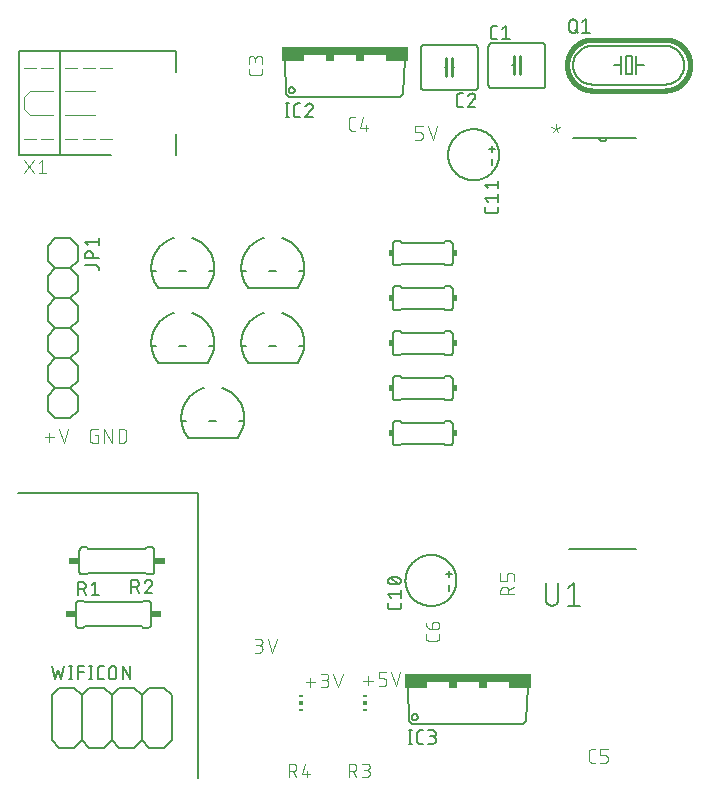
<source format=gbr>
G04 EAGLE Gerber X2 export*
%TF.Part,Single*%
%TF.FileFunction,Legend,Top,1*%
%TF.FilePolarity,Positive*%
%TF.GenerationSoftware,Autodesk,EAGLE,9.0.1*%
%TF.CreationDate,2018-05-13T22:07:24Z*%
G75*
%MOMM*%
%FSLAX34Y34*%
%LPD*%
%AMOC8*
5,1,8,0,0,1.08239X$1,22.5*%
G01*
%ADD10C,0.152400*%
%ADD11C,0.254000*%
%ADD12C,0.127000*%
%ADD13R,10.668000X0.762000*%
%ADD14R,1.905000X0.508000*%
%ADD15R,0.762000X0.508000*%
%ADD16R,0.381000X0.508000*%
%ADD17C,0.406400*%
%ADD18R,0.863600X0.609600*%
%ADD19C,0.076200*%
%ADD20C,0.203200*%
%ADD21C,0.101600*%
%ADD22R,0.300000X0.150000*%
%ADD23R,0.300000X0.300000*%


D10*
X0Y254000D02*
X152400Y254000D01*
X152400Y12700D01*
X401066Y635152D02*
X444246Y635152D01*
X444246Y597052D02*
X401066Y597052D01*
X446786Y599592D02*
X446786Y632612D01*
X398526Y632612D02*
X398526Y599592D01*
X444246Y635152D02*
X444346Y635150D01*
X444445Y635144D01*
X444545Y635134D01*
X444643Y635121D01*
X444742Y635103D01*
X444839Y635082D01*
X444935Y635057D01*
X445031Y635028D01*
X445125Y634995D01*
X445218Y634959D01*
X445309Y634919D01*
X445399Y634875D01*
X445487Y634828D01*
X445573Y634778D01*
X445657Y634724D01*
X445739Y634667D01*
X445818Y634607D01*
X445896Y634543D01*
X445970Y634477D01*
X446042Y634408D01*
X446111Y634336D01*
X446177Y634262D01*
X446241Y634184D01*
X446301Y634105D01*
X446358Y634023D01*
X446412Y633939D01*
X446462Y633853D01*
X446509Y633765D01*
X446553Y633675D01*
X446593Y633584D01*
X446629Y633491D01*
X446662Y633397D01*
X446691Y633301D01*
X446716Y633205D01*
X446737Y633108D01*
X446755Y633009D01*
X446768Y632911D01*
X446778Y632811D01*
X446784Y632712D01*
X446786Y632612D01*
X401066Y635152D02*
X400966Y635150D01*
X400867Y635144D01*
X400767Y635134D01*
X400669Y635121D01*
X400570Y635103D01*
X400473Y635082D01*
X400377Y635057D01*
X400281Y635028D01*
X400187Y634995D01*
X400094Y634959D01*
X400003Y634919D01*
X399913Y634875D01*
X399825Y634828D01*
X399739Y634778D01*
X399655Y634724D01*
X399573Y634667D01*
X399494Y634607D01*
X399416Y634543D01*
X399342Y634477D01*
X399270Y634408D01*
X399201Y634336D01*
X399135Y634262D01*
X399071Y634184D01*
X399011Y634105D01*
X398954Y634023D01*
X398900Y633939D01*
X398850Y633853D01*
X398803Y633765D01*
X398759Y633675D01*
X398719Y633584D01*
X398683Y633491D01*
X398650Y633397D01*
X398621Y633301D01*
X398596Y633205D01*
X398575Y633108D01*
X398557Y633009D01*
X398544Y632911D01*
X398534Y632811D01*
X398528Y632712D01*
X398526Y632612D01*
X444246Y597052D02*
X444346Y597054D01*
X444445Y597060D01*
X444545Y597070D01*
X444643Y597083D01*
X444742Y597101D01*
X444839Y597122D01*
X444935Y597147D01*
X445031Y597176D01*
X445125Y597209D01*
X445218Y597245D01*
X445309Y597285D01*
X445399Y597329D01*
X445487Y597376D01*
X445573Y597426D01*
X445657Y597480D01*
X445739Y597537D01*
X445818Y597597D01*
X445896Y597661D01*
X445970Y597727D01*
X446042Y597796D01*
X446111Y597868D01*
X446177Y597942D01*
X446241Y598020D01*
X446301Y598099D01*
X446358Y598181D01*
X446412Y598265D01*
X446462Y598351D01*
X446509Y598439D01*
X446553Y598529D01*
X446593Y598620D01*
X446629Y598713D01*
X446662Y598807D01*
X446691Y598903D01*
X446716Y598999D01*
X446737Y599096D01*
X446755Y599195D01*
X446768Y599293D01*
X446778Y599393D01*
X446784Y599492D01*
X446786Y599592D01*
X401066Y597052D02*
X400966Y597054D01*
X400867Y597060D01*
X400767Y597070D01*
X400669Y597083D01*
X400570Y597101D01*
X400473Y597122D01*
X400377Y597147D01*
X400281Y597176D01*
X400187Y597209D01*
X400094Y597245D01*
X400003Y597285D01*
X399913Y597329D01*
X399825Y597376D01*
X399739Y597426D01*
X399655Y597480D01*
X399573Y597537D01*
X399494Y597597D01*
X399416Y597661D01*
X399342Y597727D01*
X399270Y597796D01*
X399201Y597868D01*
X399135Y597942D01*
X399071Y598020D01*
X399011Y598099D01*
X398954Y598181D01*
X398900Y598265D01*
X398850Y598351D01*
X398803Y598439D01*
X398759Y598529D01*
X398719Y598620D01*
X398683Y598713D01*
X398650Y598807D01*
X398621Y598903D01*
X398596Y598999D01*
X398575Y599096D01*
X398557Y599195D01*
X398544Y599293D01*
X398534Y599393D01*
X398528Y599492D01*
X398526Y599592D01*
X425196Y616102D02*
X426466Y616102D01*
D11*
X425196Y616102D02*
X425196Y623722D01*
X425196Y616102D02*
X425196Y608482D01*
X420116Y616102D02*
X420116Y623722D01*
X420116Y616102D02*
X420116Y608482D01*
D10*
X420116Y616102D02*
X418846Y616102D01*
D12*
X405511Y638327D02*
X402971Y638327D01*
X402871Y638329D01*
X402772Y638335D01*
X402672Y638345D01*
X402574Y638358D01*
X402475Y638376D01*
X402378Y638397D01*
X402282Y638422D01*
X402186Y638451D01*
X402092Y638484D01*
X401999Y638520D01*
X401908Y638560D01*
X401818Y638604D01*
X401730Y638651D01*
X401644Y638701D01*
X401560Y638755D01*
X401478Y638812D01*
X401399Y638872D01*
X401321Y638936D01*
X401247Y639002D01*
X401175Y639071D01*
X401106Y639143D01*
X401040Y639217D01*
X400976Y639295D01*
X400916Y639374D01*
X400859Y639456D01*
X400805Y639540D01*
X400755Y639626D01*
X400708Y639714D01*
X400664Y639804D01*
X400624Y639895D01*
X400588Y639988D01*
X400555Y640082D01*
X400526Y640178D01*
X400501Y640274D01*
X400480Y640371D01*
X400462Y640470D01*
X400449Y640568D01*
X400439Y640668D01*
X400433Y640767D01*
X400431Y640867D01*
X400431Y647217D01*
X400433Y647317D01*
X400439Y647416D01*
X400449Y647516D01*
X400462Y647614D01*
X400480Y647713D01*
X400501Y647810D01*
X400526Y647906D01*
X400555Y648002D01*
X400588Y648096D01*
X400624Y648189D01*
X400664Y648280D01*
X400708Y648370D01*
X400755Y648458D01*
X400805Y648544D01*
X400859Y648628D01*
X400916Y648710D01*
X400976Y648789D01*
X401040Y648867D01*
X401106Y648941D01*
X401175Y649013D01*
X401247Y649082D01*
X401321Y649148D01*
X401399Y649212D01*
X401478Y649272D01*
X401560Y649329D01*
X401644Y649383D01*
X401730Y649433D01*
X401818Y649480D01*
X401908Y649524D01*
X401999Y649564D01*
X402092Y649600D01*
X402186Y649633D01*
X402282Y649662D01*
X402378Y649687D01*
X402475Y649708D01*
X402574Y649726D01*
X402672Y649739D01*
X402772Y649749D01*
X402871Y649755D01*
X402971Y649757D01*
X405511Y649757D01*
X409993Y647217D02*
X413168Y649757D01*
X413168Y638327D01*
X409993Y638327D02*
X416343Y638327D01*
D10*
X386842Y595528D02*
X343662Y595528D01*
X343662Y633628D02*
X386842Y633628D01*
X341122Y631088D02*
X341122Y598068D01*
X389382Y598068D02*
X389382Y631088D01*
X343662Y595528D02*
X343562Y595530D01*
X343463Y595536D01*
X343363Y595546D01*
X343265Y595559D01*
X343166Y595577D01*
X343069Y595598D01*
X342973Y595623D01*
X342877Y595652D01*
X342783Y595685D01*
X342690Y595721D01*
X342599Y595761D01*
X342509Y595805D01*
X342421Y595852D01*
X342335Y595902D01*
X342251Y595956D01*
X342169Y596013D01*
X342090Y596073D01*
X342012Y596137D01*
X341938Y596203D01*
X341866Y596272D01*
X341797Y596344D01*
X341731Y596418D01*
X341667Y596496D01*
X341607Y596575D01*
X341550Y596657D01*
X341496Y596741D01*
X341446Y596827D01*
X341399Y596915D01*
X341355Y597005D01*
X341315Y597096D01*
X341279Y597189D01*
X341246Y597283D01*
X341217Y597379D01*
X341192Y597475D01*
X341171Y597572D01*
X341153Y597671D01*
X341140Y597769D01*
X341130Y597869D01*
X341124Y597968D01*
X341122Y598068D01*
X386842Y595528D02*
X386942Y595530D01*
X387041Y595536D01*
X387141Y595546D01*
X387239Y595559D01*
X387338Y595577D01*
X387435Y595598D01*
X387531Y595623D01*
X387627Y595652D01*
X387721Y595685D01*
X387814Y595721D01*
X387905Y595761D01*
X387995Y595805D01*
X388083Y595852D01*
X388169Y595902D01*
X388253Y595956D01*
X388335Y596013D01*
X388414Y596073D01*
X388492Y596137D01*
X388566Y596203D01*
X388638Y596272D01*
X388707Y596344D01*
X388773Y596418D01*
X388837Y596496D01*
X388897Y596575D01*
X388954Y596657D01*
X389008Y596741D01*
X389058Y596827D01*
X389105Y596915D01*
X389149Y597005D01*
X389189Y597096D01*
X389225Y597189D01*
X389258Y597283D01*
X389287Y597379D01*
X389312Y597475D01*
X389333Y597572D01*
X389351Y597671D01*
X389364Y597769D01*
X389374Y597869D01*
X389380Y597968D01*
X389382Y598068D01*
X343662Y633628D02*
X343562Y633626D01*
X343463Y633620D01*
X343363Y633610D01*
X343265Y633597D01*
X343166Y633579D01*
X343069Y633558D01*
X342973Y633533D01*
X342877Y633504D01*
X342783Y633471D01*
X342690Y633435D01*
X342599Y633395D01*
X342509Y633351D01*
X342421Y633304D01*
X342335Y633254D01*
X342251Y633200D01*
X342169Y633143D01*
X342090Y633083D01*
X342012Y633019D01*
X341938Y632953D01*
X341866Y632884D01*
X341797Y632812D01*
X341731Y632738D01*
X341667Y632660D01*
X341607Y632581D01*
X341550Y632499D01*
X341496Y632415D01*
X341446Y632329D01*
X341399Y632241D01*
X341355Y632151D01*
X341315Y632060D01*
X341279Y631967D01*
X341246Y631873D01*
X341217Y631777D01*
X341192Y631681D01*
X341171Y631584D01*
X341153Y631485D01*
X341140Y631387D01*
X341130Y631287D01*
X341124Y631188D01*
X341122Y631088D01*
X386842Y633628D02*
X386942Y633626D01*
X387041Y633620D01*
X387141Y633610D01*
X387239Y633597D01*
X387338Y633579D01*
X387435Y633558D01*
X387531Y633533D01*
X387627Y633504D01*
X387721Y633471D01*
X387814Y633435D01*
X387905Y633395D01*
X387995Y633351D01*
X388083Y633304D01*
X388169Y633254D01*
X388253Y633200D01*
X388335Y633143D01*
X388414Y633083D01*
X388492Y633019D01*
X388566Y632953D01*
X388638Y632884D01*
X388707Y632812D01*
X388773Y632738D01*
X388837Y632660D01*
X388897Y632581D01*
X388954Y632499D01*
X389008Y632415D01*
X389058Y632329D01*
X389105Y632241D01*
X389149Y632151D01*
X389189Y632060D01*
X389225Y631967D01*
X389258Y631873D01*
X389287Y631777D01*
X389312Y631681D01*
X389333Y631584D01*
X389351Y631485D01*
X389364Y631387D01*
X389374Y631287D01*
X389380Y631188D01*
X389382Y631088D01*
X362712Y614578D02*
X361442Y614578D01*
D11*
X362712Y614578D02*
X362712Y606958D01*
X362712Y614578D02*
X362712Y622198D01*
X367792Y614578D02*
X367792Y606958D01*
X367792Y614578D02*
X367792Y622198D01*
D10*
X367792Y614578D02*
X369062Y614578D01*
D12*
X374105Y580923D02*
X376645Y580923D01*
X374105Y580923D02*
X374005Y580925D01*
X373906Y580931D01*
X373806Y580941D01*
X373708Y580954D01*
X373609Y580972D01*
X373512Y580993D01*
X373416Y581018D01*
X373320Y581047D01*
X373226Y581080D01*
X373133Y581116D01*
X373042Y581156D01*
X372952Y581200D01*
X372864Y581247D01*
X372778Y581297D01*
X372694Y581351D01*
X372612Y581408D01*
X372533Y581468D01*
X372455Y581532D01*
X372381Y581598D01*
X372309Y581667D01*
X372240Y581739D01*
X372174Y581813D01*
X372110Y581891D01*
X372050Y581970D01*
X371993Y582052D01*
X371939Y582136D01*
X371889Y582222D01*
X371842Y582310D01*
X371798Y582400D01*
X371758Y582491D01*
X371722Y582584D01*
X371689Y582678D01*
X371660Y582774D01*
X371635Y582870D01*
X371614Y582967D01*
X371596Y583066D01*
X371583Y583164D01*
X371573Y583264D01*
X371567Y583363D01*
X371565Y583463D01*
X371565Y589813D01*
X371567Y589913D01*
X371573Y590012D01*
X371583Y590112D01*
X371596Y590210D01*
X371614Y590309D01*
X371635Y590406D01*
X371660Y590502D01*
X371689Y590598D01*
X371722Y590692D01*
X371758Y590785D01*
X371798Y590876D01*
X371842Y590966D01*
X371889Y591054D01*
X371939Y591140D01*
X371993Y591224D01*
X372050Y591306D01*
X372110Y591385D01*
X372174Y591463D01*
X372240Y591537D01*
X372309Y591609D01*
X372381Y591678D01*
X372455Y591744D01*
X372533Y591808D01*
X372612Y591868D01*
X372694Y591925D01*
X372778Y591979D01*
X372864Y592029D01*
X372952Y592076D01*
X373042Y592120D01*
X373133Y592160D01*
X373226Y592196D01*
X373320Y592229D01*
X373416Y592258D01*
X373512Y592283D01*
X373609Y592304D01*
X373708Y592322D01*
X373806Y592335D01*
X373906Y592345D01*
X374005Y592351D01*
X374105Y592353D01*
X376645Y592353D01*
X384620Y592354D02*
X384724Y592352D01*
X384829Y592346D01*
X384933Y592337D01*
X385036Y592324D01*
X385139Y592306D01*
X385241Y592286D01*
X385343Y592261D01*
X385443Y592233D01*
X385543Y592201D01*
X385641Y592165D01*
X385738Y592126D01*
X385833Y592084D01*
X385927Y592038D01*
X386019Y591988D01*
X386109Y591936D01*
X386197Y591880D01*
X386283Y591820D01*
X386367Y591758D01*
X386448Y591693D01*
X386527Y591625D01*
X386604Y591553D01*
X386677Y591480D01*
X386749Y591403D01*
X386817Y591324D01*
X386882Y591243D01*
X386944Y591159D01*
X387004Y591073D01*
X387060Y590985D01*
X387112Y590895D01*
X387162Y590803D01*
X387208Y590709D01*
X387250Y590614D01*
X387289Y590517D01*
X387325Y590419D01*
X387357Y590319D01*
X387385Y590219D01*
X387410Y590117D01*
X387430Y590015D01*
X387448Y589912D01*
X387461Y589809D01*
X387470Y589705D01*
X387476Y589600D01*
X387478Y589496D01*
X384620Y592353D02*
X384502Y592351D01*
X384383Y592345D01*
X384265Y592336D01*
X384148Y592323D01*
X384031Y592305D01*
X383914Y592285D01*
X383798Y592260D01*
X383683Y592232D01*
X383570Y592199D01*
X383457Y592164D01*
X383345Y592124D01*
X383235Y592082D01*
X383126Y592035D01*
X383018Y591985D01*
X382913Y591932D01*
X382809Y591875D01*
X382707Y591815D01*
X382607Y591752D01*
X382509Y591685D01*
X382413Y591616D01*
X382320Y591543D01*
X382229Y591467D01*
X382140Y591389D01*
X382054Y591307D01*
X381971Y591223D01*
X381890Y591137D01*
X381813Y591047D01*
X381738Y590956D01*
X381666Y590862D01*
X381597Y590765D01*
X381532Y590667D01*
X381469Y590566D01*
X381410Y590463D01*
X381354Y590359D01*
X381302Y590253D01*
X381253Y590145D01*
X381208Y590036D01*
X381166Y589925D01*
X381128Y589813D01*
X386525Y587274D02*
X386601Y587349D01*
X386676Y587428D01*
X386747Y587509D01*
X386816Y587593D01*
X386881Y587679D01*
X386943Y587767D01*
X387003Y587857D01*
X387059Y587949D01*
X387112Y588044D01*
X387161Y588140D01*
X387207Y588238D01*
X387250Y588337D01*
X387289Y588438D01*
X387324Y588540D01*
X387356Y588643D01*
X387384Y588747D01*
X387409Y588852D01*
X387430Y588959D01*
X387447Y589065D01*
X387460Y589172D01*
X387469Y589280D01*
X387475Y589388D01*
X387477Y589496D01*
X386525Y587273D02*
X381127Y580923D01*
X387477Y580923D01*
X326390Y591617D02*
X327660Y620827D01*
X326390Y591617D02*
X323850Y589077D01*
X229870Y589077D01*
X227330Y591617D01*
X226060Y620827D01*
X229362Y595173D02*
X229364Y595273D01*
X229370Y595374D01*
X229380Y595473D01*
X229394Y595573D01*
X229411Y595672D01*
X229433Y595770D01*
X229459Y595867D01*
X229488Y595963D01*
X229521Y596057D01*
X229558Y596151D01*
X229598Y596243D01*
X229642Y596333D01*
X229690Y596421D01*
X229741Y596508D01*
X229795Y596592D01*
X229853Y596674D01*
X229914Y596754D01*
X229978Y596831D01*
X230045Y596906D01*
X230115Y596978D01*
X230188Y597047D01*
X230263Y597113D01*
X230341Y597177D01*
X230421Y597237D01*
X230504Y597294D01*
X230589Y597347D01*
X230676Y597397D01*
X230765Y597444D01*
X230855Y597487D01*
X230947Y597527D01*
X231041Y597563D01*
X231136Y597595D01*
X231232Y597623D01*
X231330Y597648D01*
X231428Y597668D01*
X231527Y597685D01*
X231627Y597698D01*
X231726Y597707D01*
X231827Y597712D01*
X231927Y597713D01*
X232027Y597710D01*
X232128Y597703D01*
X232227Y597692D01*
X232327Y597677D01*
X232425Y597659D01*
X232523Y597636D01*
X232620Y597609D01*
X232715Y597579D01*
X232810Y597545D01*
X232903Y597507D01*
X232994Y597466D01*
X233084Y597421D01*
X233172Y597373D01*
X233258Y597321D01*
X233342Y597266D01*
X233423Y597207D01*
X233502Y597145D01*
X233579Y597081D01*
X233653Y597013D01*
X233724Y596942D01*
X233793Y596869D01*
X233858Y596793D01*
X233921Y596714D01*
X233980Y596633D01*
X234036Y596550D01*
X234089Y596465D01*
X234138Y596377D01*
X234184Y596288D01*
X234226Y596197D01*
X234265Y596104D01*
X234300Y596010D01*
X234331Y595915D01*
X234359Y595818D01*
X234382Y595721D01*
X234402Y595622D01*
X234418Y595523D01*
X234430Y595424D01*
X234438Y595323D01*
X234442Y595223D01*
X234442Y595123D01*
X234438Y595023D01*
X234430Y594922D01*
X234418Y594823D01*
X234402Y594724D01*
X234382Y594625D01*
X234359Y594528D01*
X234331Y594431D01*
X234300Y594336D01*
X234265Y594242D01*
X234226Y594149D01*
X234184Y594058D01*
X234138Y593969D01*
X234089Y593881D01*
X234036Y593796D01*
X233980Y593713D01*
X233921Y593632D01*
X233858Y593553D01*
X233793Y593477D01*
X233724Y593404D01*
X233653Y593333D01*
X233579Y593265D01*
X233502Y593201D01*
X233423Y593139D01*
X233342Y593080D01*
X233258Y593025D01*
X233172Y592973D01*
X233084Y592925D01*
X232994Y592880D01*
X232903Y592839D01*
X232810Y592801D01*
X232715Y592767D01*
X232620Y592737D01*
X232523Y592710D01*
X232425Y592687D01*
X232327Y592669D01*
X232227Y592654D01*
X232128Y592643D01*
X232027Y592636D01*
X231927Y592633D01*
X231827Y592634D01*
X231726Y592639D01*
X231627Y592648D01*
X231527Y592661D01*
X231428Y592678D01*
X231330Y592698D01*
X231232Y592723D01*
X231136Y592751D01*
X231041Y592783D01*
X230947Y592819D01*
X230855Y592859D01*
X230765Y592902D01*
X230676Y592949D01*
X230589Y592999D01*
X230504Y593052D01*
X230421Y593109D01*
X230341Y593169D01*
X230263Y593233D01*
X230188Y593299D01*
X230115Y593368D01*
X230045Y593440D01*
X229978Y593515D01*
X229914Y593592D01*
X229853Y593672D01*
X229795Y593754D01*
X229741Y593838D01*
X229690Y593925D01*
X229642Y594013D01*
X229598Y594103D01*
X229558Y594195D01*
X229521Y594289D01*
X229488Y594383D01*
X229459Y594479D01*
X229433Y594576D01*
X229411Y594674D01*
X229394Y594773D01*
X229380Y594873D01*
X229370Y594972D01*
X229364Y595073D01*
X229362Y595173D01*
X227965Y583870D02*
X227965Y572440D01*
X226695Y572440D02*
X229235Y572440D01*
X229235Y583870D02*
X226695Y583870D01*
X236437Y572440D02*
X238977Y572440D01*
X236437Y572440D02*
X236337Y572442D01*
X236238Y572448D01*
X236138Y572458D01*
X236040Y572471D01*
X235941Y572489D01*
X235844Y572510D01*
X235748Y572535D01*
X235652Y572564D01*
X235558Y572597D01*
X235465Y572633D01*
X235374Y572673D01*
X235284Y572717D01*
X235196Y572764D01*
X235110Y572814D01*
X235026Y572868D01*
X234944Y572925D01*
X234865Y572985D01*
X234787Y573049D01*
X234713Y573115D01*
X234641Y573184D01*
X234572Y573256D01*
X234506Y573330D01*
X234442Y573408D01*
X234382Y573487D01*
X234325Y573569D01*
X234271Y573653D01*
X234221Y573739D01*
X234174Y573827D01*
X234130Y573917D01*
X234090Y574008D01*
X234054Y574101D01*
X234021Y574195D01*
X233992Y574291D01*
X233967Y574387D01*
X233946Y574484D01*
X233928Y574583D01*
X233915Y574681D01*
X233905Y574781D01*
X233899Y574880D01*
X233897Y574980D01*
X233897Y581330D01*
X233899Y581430D01*
X233905Y581529D01*
X233915Y581629D01*
X233928Y581727D01*
X233946Y581826D01*
X233967Y581923D01*
X233992Y582019D01*
X234021Y582115D01*
X234054Y582209D01*
X234090Y582302D01*
X234130Y582393D01*
X234174Y582483D01*
X234221Y582571D01*
X234271Y582657D01*
X234325Y582741D01*
X234382Y582823D01*
X234442Y582902D01*
X234506Y582980D01*
X234572Y583054D01*
X234641Y583126D01*
X234713Y583195D01*
X234787Y583261D01*
X234865Y583325D01*
X234944Y583385D01*
X235026Y583442D01*
X235110Y583496D01*
X235196Y583546D01*
X235284Y583593D01*
X235374Y583637D01*
X235465Y583677D01*
X235558Y583713D01*
X235652Y583746D01*
X235748Y583775D01*
X235844Y583800D01*
X235941Y583821D01*
X236040Y583839D01*
X236138Y583852D01*
X236238Y583862D01*
X236337Y583868D01*
X236437Y583870D01*
X238977Y583870D01*
X246951Y583870D02*
X247055Y583868D01*
X247160Y583862D01*
X247264Y583853D01*
X247367Y583840D01*
X247470Y583822D01*
X247572Y583802D01*
X247674Y583777D01*
X247774Y583749D01*
X247874Y583717D01*
X247972Y583681D01*
X248069Y583642D01*
X248164Y583600D01*
X248258Y583554D01*
X248350Y583504D01*
X248440Y583452D01*
X248528Y583396D01*
X248614Y583336D01*
X248698Y583274D01*
X248779Y583209D01*
X248858Y583141D01*
X248935Y583069D01*
X249008Y582996D01*
X249080Y582919D01*
X249148Y582840D01*
X249213Y582759D01*
X249275Y582675D01*
X249335Y582589D01*
X249391Y582501D01*
X249443Y582411D01*
X249493Y582319D01*
X249539Y582225D01*
X249581Y582130D01*
X249620Y582033D01*
X249656Y581935D01*
X249688Y581835D01*
X249716Y581735D01*
X249741Y581633D01*
X249761Y581531D01*
X249779Y581428D01*
X249792Y581325D01*
X249801Y581221D01*
X249807Y581116D01*
X249809Y581012D01*
X246951Y583870D02*
X246833Y583868D01*
X246714Y583862D01*
X246596Y583853D01*
X246479Y583840D01*
X246362Y583822D01*
X246245Y583802D01*
X246129Y583777D01*
X246014Y583749D01*
X245901Y583716D01*
X245788Y583681D01*
X245676Y583641D01*
X245566Y583599D01*
X245457Y583552D01*
X245349Y583502D01*
X245244Y583449D01*
X245140Y583392D01*
X245038Y583332D01*
X244938Y583269D01*
X244840Y583202D01*
X244744Y583133D01*
X244651Y583060D01*
X244560Y582984D01*
X244471Y582906D01*
X244385Y582824D01*
X244302Y582740D01*
X244221Y582654D01*
X244144Y582564D01*
X244069Y582473D01*
X243997Y582379D01*
X243928Y582282D01*
X243863Y582184D01*
X243800Y582083D01*
X243741Y581980D01*
X243685Y581876D01*
X243633Y581770D01*
X243584Y581662D01*
X243539Y581553D01*
X243497Y581442D01*
X243459Y581330D01*
X248857Y578790D02*
X248933Y578865D01*
X249008Y578944D01*
X249079Y579025D01*
X249148Y579109D01*
X249213Y579195D01*
X249275Y579283D01*
X249335Y579373D01*
X249391Y579465D01*
X249444Y579560D01*
X249493Y579656D01*
X249539Y579754D01*
X249582Y579853D01*
X249621Y579954D01*
X249656Y580056D01*
X249688Y580159D01*
X249716Y580263D01*
X249741Y580368D01*
X249762Y580475D01*
X249779Y580581D01*
X249792Y580688D01*
X249801Y580796D01*
X249807Y580904D01*
X249809Y581012D01*
X248856Y578790D02*
X243459Y572440D01*
X249809Y572440D01*
D13*
X276860Y628447D03*
D14*
X233045Y622097D03*
D15*
X264160Y622097D03*
X289560Y622097D03*
D14*
X320675Y622097D03*
D12*
X431800Y90170D02*
X430530Y60960D01*
X427990Y58420D01*
X334010Y58420D01*
X331470Y60960D01*
X330200Y90170D01*
X333502Y64516D02*
X333504Y64616D01*
X333510Y64717D01*
X333520Y64816D01*
X333534Y64916D01*
X333551Y65015D01*
X333573Y65113D01*
X333599Y65210D01*
X333628Y65306D01*
X333661Y65400D01*
X333698Y65494D01*
X333738Y65586D01*
X333782Y65676D01*
X333830Y65764D01*
X333881Y65851D01*
X333935Y65935D01*
X333993Y66017D01*
X334054Y66097D01*
X334118Y66174D01*
X334185Y66249D01*
X334255Y66321D01*
X334328Y66390D01*
X334403Y66456D01*
X334481Y66520D01*
X334561Y66580D01*
X334644Y66637D01*
X334729Y66690D01*
X334816Y66740D01*
X334905Y66787D01*
X334995Y66830D01*
X335087Y66870D01*
X335181Y66906D01*
X335276Y66938D01*
X335372Y66966D01*
X335470Y66991D01*
X335568Y67011D01*
X335667Y67028D01*
X335767Y67041D01*
X335866Y67050D01*
X335967Y67055D01*
X336067Y67056D01*
X336167Y67053D01*
X336268Y67046D01*
X336367Y67035D01*
X336467Y67020D01*
X336565Y67002D01*
X336663Y66979D01*
X336760Y66952D01*
X336855Y66922D01*
X336950Y66888D01*
X337043Y66850D01*
X337134Y66809D01*
X337224Y66764D01*
X337312Y66716D01*
X337398Y66664D01*
X337482Y66609D01*
X337563Y66550D01*
X337642Y66488D01*
X337719Y66424D01*
X337793Y66356D01*
X337864Y66285D01*
X337933Y66212D01*
X337998Y66136D01*
X338061Y66057D01*
X338120Y65976D01*
X338176Y65893D01*
X338229Y65808D01*
X338278Y65720D01*
X338324Y65631D01*
X338366Y65540D01*
X338405Y65447D01*
X338440Y65353D01*
X338471Y65258D01*
X338499Y65161D01*
X338522Y65064D01*
X338542Y64965D01*
X338558Y64866D01*
X338570Y64767D01*
X338578Y64666D01*
X338582Y64566D01*
X338582Y64466D01*
X338578Y64366D01*
X338570Y64265D01*
X338558Y64166D01*
X338542Y64067D01*
X338522Y63968D01*
X338499Y63871D01*
X338471Y63774D01*
X338440Y63679D01*
X338405Y63585D01*
X338366Y63492D01*
X338324Y63401D01*
X338278Y63312D01*
X338229Y63224D01*
X338176Y63139D01*
X338120Y63056D01*
X338061Y62975D01*
X337998Y62896D01*
X337933Y62820D01*
X337864Y62747D01*
X337793Y62676D01*
X337719Y62608D01*
X337642Y62544D01*
X337563Y62482D01*
X337482Y62423D01*
X337398Y62368D01*
X337312Y62316D01*
X337224Y62268D01*
X337134Y62223D01*
X337043Y62182D01*
X336950Y62144D01*
X336855Y62110D01*
X336760Y62080D01*
X336663Y62053D01*
X336565Y62030D01*
X336467Y62012D01*
X336367Y61997D01*
X336268Y61986D01*
X336167Y61979D01*
X336067Y61976D01*
X335967Y61977D01*
X335866Y61982D01*
X335767Y61991D01*
X335667Y62004D01*
X335568Y62021D01*
X335470Y62041D01*
X335372Y62066D01*
X335276Y62094D01*
X335181Y62126D01*
X335087Y62162D01*
X334995Y62202D01*
X334905Y62245D01*
X334816Y62292D01*
X334729Y62342D01*
X334644Y62395D01*
X334561Y62452D01*
X334481Y62512D01*
X334403Y62576D01*
X334328Y62642D01*
X334255Y62711D01*
X334185Y62783D01*
X334118Y62858D01*
X334054Y62935D01*
X333993Y63015D01*
X333935Y63097D01*
X333881Y63181D01*
X333830Y63268D01*
X333782Y63356D01*
X333738Y63446D01*
X333698Y63538D01*
X333661Y63632D01*
X333628Y63726D01*
X333599Y63822D01*
X333573Y63919D01*
X333551Y64017D01*
X333534Y64116D01*
X333520Y64216D01*
X333510Y64315D01*
X333504Y64416D01*
X333502Y64516D01*
X332105Y53213D02*
X332105Y41783D01*
X330835Y41783D02*
X333375Y41783D01*
X333375Y53213D02*
X330835Y53213D01*
X340577Y41783D02*
X343117Y41783D01*
X340577Y41783D02*
X340477Y41785D01*
X340378Y41791D01*
X340278Y41801D01*
X340180Y41814D01*
X340081Y41832D01*
X339984Y41853D01*
X339888Y41878D01*
X339792Y41907D01*
X339698Y41940D01*
X339605Y41976D01*
X339514Y42016D01*
X339424Y42060D01*
X339336Y42107D01*
X339250Y42157D01*
X339166Y42211D01*
X339084Y42268D01*
X339005Y42328D01*
X338927Y42392D01*
X338853Y42458D01*
X338781Y42527D01*
X338712Y42599D01*
X338646Y42673D01*
X338582Y42751D01*
X338522Y42830D01*
X338465Y42912D01*
X338411Y42996D01*
X338361Y43082D01*
X338314Y43170D01*
X338270Y43260D01*
X338230Y43351D01*
X338194Y43444D01*
X338161Y43538D01*
X338132Y43634D01*
X338107Y43730D01*
X338086Y43827D01*
X338068Y43926D01*
X338055Y44024D01*
X338045Y44124D01*
X338039Y44223D01*
X338037Y44323D01*
X338037Y50673D01*
X338039Y50773D01*
X338045Y50872D01*
X338055Y50972D01*
X338068Y51070D01*
X338086Y51169D01*
X338107Y51266D01*
X338132Y51362D01*
X338161Y51458D01*
X338194Y51552D01*
X338230Y51645D01*
X338270Y51736D01*
X338314Y51826D01*
X338361Y51914D01*
X338411Y52000D01*
X338465Y52084D01*
X338522Y52166D01*
X338582Y52245D01*
X338646Y52323D01*
X338712Y52397D01*
X338781Y52469D01*
X338853Y52538D01*
X338927Y52604D01*
X339005Y52668D01*
X339084Y52728D01*
X339166Y52785D01*
X339250Y52839D01*
X339336Y52889D01*
X339424Y52936D01*
X339514Y52980D01*
X339605Y53020D01*
X339698Y53056D01*
X339792Y53089D01*
X339888Y53118D01*
X339984Y53143D01*
X340081Y53164D01*
X340180Y53182D01*
X340278Y53195D01*
X340378Y53205D01*
X340477Y53211D01*
X340577Y53213D01*
X343117Y53213D01*
X347599Y41783D02*
X350774Y41783D01*
X350885Y41785D01*
X350995Y41791D01*
X351106Y41800D01*
X351216Y41814D01*
X351325Y41831D01*
X351434Y41852D01*
X351542Y41877D01*
X351649Y41906D01*
X351755Y41938D01*
X351860Y41974D01*
X351963Y42014D01*
X352065Y42057D01*
X352166Y42104D01*
X352265Y42155D01*
X352362Y42208D01*
X352456Y42265D01*
X352549Y42326D01*
X352640Y42389D01*
X352729Y42456D01*
X352815Y42526D01*
X352898Y42599D01*
X352980Y42674D01*
X353058Y42752D01*
X353133Y42834D01*
X353206Y42917D01*
X353276Y43003D01*
X353343Y43092D01*
X353406Y43183D01*
X353467Y43276D01*
X353524Y43370D01*
X353577Y43467D01*
X353628Y43566D01*
X353675Y43667D01*
X353718Y43769D01*
X353758Y43872D01*
X353794Y43977D01*
X353826Y44083D01*
X353855Y44190D01*
X353880Y44298D01*
X353901Y44407D01*
X353918Y44516D01*
X353932Y44626D01*
X353941Y44737D01*
X353947Y44847D01*
X353949Y44958D01*
X353947Y45069D01*
X353941Y45179D01*
X353932Y45290D01*
X353918Y45400D01*
X353901Y45509D01*
X353880Y45618D01*
X353855Y45726D01*
X353826Y45833D01*
X353794Y45939D01*
X353758Y46044D01*
X353718Y46147D01*
X353675Y46249D01*
X353628Y46350D01*
X353577Y46449D01*
X353524Y46545D01*
X353467Y46640D01*
X353406Y46733D01*
X353343Y46824D01*
X353276Y46913D01*
X353206Y46999D01*
X353133Y47082D01*
X353058Y47164D01*
X352980Y47242D01*
X352898Y47317D01*
X352815Y47390D01*
X352729Y47460D01*
X352640Y47527D01*
X352549Y47590D01*
X352456Y47651D01*
X352362Y47708D01*
X352265Y47761D01*
X352166Y47812D01*
X352065Y47859D01*
X351963Y47902D01*
X351860Y47942D01*
X351755Y47978D01*
X351649Y48010D01*
X351542Y48039D01*
X351434Y48064D01*
X351325Y48085D01*
X351216Y48102D01*
X351106Y48116D01*
X350995Y48125D01*
X350885Y48131D01*
X350774Y48133D01*
X351409Y53213D02*
X347599Y53213D01*
X351409Y53213D02*
X351509Y53211D01*
X351608Y53205D01*
X351708Y53195D01*
X351806Y53182D01*
X351905Y53164D01*
X352002Y53143D01*
X352098Y53118D01*
X352194Y53089D01*
X352288Y53056D01*
X352381Y53020D01*
X352472Y52980D01*
X352562Y52936D01*
X352650Y52889D01*
X352736Y52839D01*
X352820Y52785D01*
X352902Y52728D01*
X352981Y52668D01*
X353059Y52604D01*
X353133Y52538D01*
X353205Y52469D01*
X353274Y52397D01*
X353340Y52323D01*
X353404Y52245D01*
X353464Y52166D01*
X353521Y52084D01*
X353575Y52000D01*
X353625Y51914D01*
X353672Y51826D01*
X353716Y51736D01*
X353756Y51645D01*
X353792Y51552D01*
X353825Y51458D01*
X353854Y51362D01*
X353879Y51266D01*
X353900Y51169D01*
X353918Y51070D01*
X353931Y50972D01*
X353941Y50872D01*
X353947Y50773D01*
X353949Y50673D01*
X353947Y50573D01*
X353941Y50474D01*
X353931Y50374D01*
X353918Y50276D01*
X353900Y50177D01*
X353879Y50080D01*
X353854Y49984D01*
X353825Y49888D01*
X353792Y49794D01*
X353756Y49701D01*
X353716Y49610D01*
X353672Y49520D01*
X353625Y49432D01*
X353575Y49346D01*
X353521Y49262D01*
X353464Y49180D01*
X353404Y49101D01*
X353340Y49023D01*
X353274Y48949D01*
X353205Y48877D01*
X353133Y48808D01*
X353059Y48742D01*
X352981Y48678D01*
X352902Y48618D01*
X352820Y48561D01*
X352736Y48507D01*
X352650Y48457D01*
X352562Y48410D01*
X352472Y48366D01*
X352381Y48326D01*
X352288Y48290D01*
X352194Y48257D01*
X352098Y48228D01*
X352002Y48203D01*
X351905Y48182D01*
X351806Y48164D01*
X351708Y48151D01*
X351608Y48141D01*
X351509Y48135D01*
X351409Y48133D01*
X348869Y48133D01*
D13*
X381000Y97790D03*
D14*
X337185Y91440D03*
D15*
X368300Y91440D03*
X393700Y91440D03*
D14*
X424815Y91440D03*
D10*
X50800Y374650D02*
X50800Y387350D01*
X50800Y374650D02*
X44450Y368300D01*
X31750Y368300D01*
X25400Y374650D01*
X44450Y368300D02*
X50800Y361950D01*
X50800Y349250D01*
X44450Y342900D01*
X31750Y342900D01*
X25400Y349250D01*
X25400Y361950D01*
X31750Y368300D01*
X50800Y412750D02*
X44450Y419100D01*
X50800Y412750D02*
X50800Y400050D01*
X44450Y393700D01*
X31750Y393700D01*
X25400Y400050D01*
X25400Y412750D01*
X31750Y419100D01*
X44450Y393700D02*
X50800Y387350D01*
X31750Y393700D02*
X25400Y387350D01*
X25400Y374650D01*
X50800Y450850D02*
X50800Y463550D01*
X50800Y450850D02*
X44450Y444500D01*
X31750Y444500D01*
X25400Y450850D01*
X44450Y444500D02*
X50800Y438150D01*
X50800Y425450D01*
X44450Y419100D01*
X31750Y419100D01*
X25400Y425450D01*
X25400Y438150D01*
X31750Y444500D01*
X31750Y469900D02*
X44450Y469900D01*
X50800Y463550D01*
X31750Y469900D02*
X25400Y463550D01*
X25400Y450850D01*
X50800Y336550D02*
X50800Y323850D01*
X44450Y317500D01*
X31750Y317500D01*
X25400Y323850D01*
X44450Y342900D02*
X50800Y336550D01*
X31750Y342900D02*
X25400Y336550D01*
X25400Y323850D01*
D12*
X57023Y446838D02*
X65913Y446838D01*
X66013Y446836D01*
X66112Y446830D01*
X66212Y446820D01*
X66310Y446807D01*
X66409Y446789D01*
X66506Y446768D01*
X66602Y446743D01*
X66698Y446714D01*
X66792Y446681D01*
X66885Y446645D01*
X66976Y446605D01*
X67066Y446561D01*
X67154Y446514D01*
X67240Y446464D01*
X67324Y446410D01*
X67406Y446353D01*
X67485Y446293D01*
X67563Y446229D01*
X67637Y446163D01*
X67709Y446094D01*
X67778Y446022D01*
X67844Y445948D01*
X67908Y445870D01*
X67968Y445791D01*
X68025Y445709D01*
X68079Y445625D01*
X68129Y445539D01*
X68176Y445451D01*
X68220Y445361D01*
X68260Y445270D01*
X68296Y445177D01*
X68329Y445083D01*
X68358Y444987D01*
X68383Y444891D01*
X68404Y444794D01*
X68422Y444695D01*
X68435Y444597D01*
X68445Y444497D01*
X68451Y444398D01*
X68453Y444298D01*
X68453Y443028D01*
X68453Y452819D02*
X57023Y452819D01*
X57023Y455994D01*
X57025Y456105D01*
X57031Y456215D01*
X57040Y456326D01*
X57054Y456436D01*
X57071Y456545D01*
X57092Y456654D01*
X57117Y456762D01*
X57146Y456869D01*
X57178Y456975D01*
X57214Y457080D01*
X57254Y457183D01*
X57297Y457285D01*
X57344Y457386D01*
X57395Y457485D01*
X57448Y457582D01*
X57505Y457676D01*
X57566Y457769D01*
X57629Y457860D01*
X57696Y457949D01*
X57766Y458035D01*
X57839Y458118D01*
X57914Y458200D01*
X57992Y458278D01*
X58074Y458353D01*
X58157Y458426D01*
X58243Y458496D01*
X58332Y458563D01*
X58423Y458626D01*
X58516Y458687D01*
X58610Y458744D01*
X58707Y458797D01*
X58806Y458848D01*
X58907Y458895D01*
X59009Y458938D01*
X59112Y458978D01*
X59217Y459014D01*
X59323Y459046D01*
X59430Y459075D01*
X59538Y459100D01*
X59647Y459121D01*
X59756Y459138D01*
X59866Y459152D01*
X59977Y459161D01*
X60087Y459167D01*
X60198Y459169D01*
X60309Y459167D01*
X60419Y459161D01*
X60530Y459152D01*
X60640Y459138D01*
X60749Y459121D01*
X60858Y459100D01*
X60966Y459075D01*
X61073Y459046D01*
X61179Y459014D01*
X61284Y458978D01*
X61387Y458938D01*
X61489Y458895D01*
X61590Y458848D01*
X61689Y458797D01*
X61786Y458744D01*
X61880Y458687D01*
X61973Y458626D01*
X62064Y458563D01*
X62153Y458496D01*
X62239Y458426D01*
X62322Y458353D01*
X62404Y458278D01*
X62482Y458200D01*
X62557Y458118D01*
X62630Y458035D01*
X62700Y457949D01*
X62767Y457860D01*
X62830Y457769D01*
X62891Y457676D01*
X62948Y457582D01*
X63001Y457485D01*
X63052Y457386D01*
X63099Y457285D01*
X63142Y457183D01*
X63182Y457080D01*
X63218Y456975D01*
X63250Y456869D01*
X63279Y456762D01*
X63304Y456654D01*
X63325Y456545D01*
X63342Y456436D01*
X63356Y456326D01*
X63365Y456215D01*
X63371Y456105D01*
X63373Y455994D01*
X63373Y452819D01*
X59563Y463677D02*
X57023Y466852D01*
X68453Y466852D01*
X68453Y463677D02*
X68453Y470027D01*
X189351Y441961D02*
X189419Y441328D01*
X189502Y440698D01*
X189601Y440070D01*
X189714Y439444D01*
X189842Y438822D01*
X189984Y438202D01*
X190142Y437586D01*
X190314Y436974D01*
X190501Y436366D01*
X190702Y435763D01*
X190917Y435165D01*
X191147Y434572D01*
X191390Y433985D01*
X191648Y433404D01*
X191919Y432829D01*
X192204Y432260D01*
X192503Y431699D01*
X192815Y431145D01*
X193140Y430598D01*
X193477Y430060D01*
X193828Y429530D01*
X194191Y429008D01*
X194567Y428495D01*
X194954Y427991D01*
X189351Y441960D02*
X189297Y442609D01*
X189259Y443258D01*
X189237Y443909D01*
X189230Y444560D01*
X189239Y445211D01*
X189265Y445861D01*
X189306Y446511D01*
X189363Y447159D01*
X189436Y447806D01*
X189524Y448451D01*
X189629Y449094D01*
X189749Y449734D01*
X189884Y450370D01*
X190035Y451004D01*
X190202Y451633D01*
X190383Y452258D01*
X190580Y452879D01*
X190792Y453494D01*
X191019Y454104D01*
X191261Y454709D01*
X191518Y455307D01*
X191789Y455899D01*
X192074Y456484D01*
X192374Y457062D01*
X192687Y457632D01*
X193015Y458195D01*
X193356Y458749D01*
X193710Y459295D01*
X194078Y459832D01*
X194459Y460361D01*
X194852Y460879D01*
X195258Y461388D01*
X195676Y461887D01*
X196107Y462375D01*
X196549Y462853D01*
X197003Y463320D01*
X197468Y463775D01*
X197944Y464219D01*
X198430Y464652D01*
X198927Y465072D01*
X199434Y465480D01*
X199951Y465876D01*
X200478Y466259D01*
X201014Y466629D01*
X201558Y466986D01*
X202111Y467329D01*
X202672Y467659D01*
X203242Y467975D01*
X203818Y468277D01*
X204402Y468564D01*
X204993Y468838D01*
X205590Y469097D01*
X206194Y469341D01*
X206803Y469571D01*
X207417Y469785D01*
X208037Y469985D01*
X223763Y469985D02*
X224378Y469786D01*
X224989Y469574D01*
X225594Y469346D01*
X226193Y469104D01*
X226786Y468847D01*
X227373Y468576D01*
X227953Y468291D01*
X228526Y467992D01*
X229092Y467679D01*
X229650Y467352D01*
X230200Y467012D01*
X230741Y466659D01*
X231274Y466293D01*
X231797Y465914D01*
X232312Y465522D01*
X232816Y465119D01*
X233311Y464702D01*
X233796Y464275D01*
X234270Y463835D01*
X234733Y463384D01*
X235185Y462922D01*
X235626Y462449D01*
X236055Y461966D01*
X236472Y461472D01*
X236878Y460969D01*
X237271Y460456D01*
X237651Y459933D01*
X238019Y459401D01*
X238373Y458861D01*
X238715Y458312D01*
X239043Y457755D01*
X239357Y457190D01*
X239658Y456618D01*
X239945Y456039D01*
X240217Y455452D01*
X240476Y454860D01*
X240719Y454261D01*
X240949Y453657D01*
X241163Y453047D01*
X241363Y452432D01*
X241548Y451813D01*
X241718Y451189D01*
X241872Y450561D01*
X242011Y449930D01*
X242135Y449296D01*
X242244Y448658D01*
X242337Y448019D01*
X242414Y447377D01*
X242476Y446734D01*
X242523Y446089D01*
X242553Y445443D01*
X242568Y444797D01*
X242568Y444151D01*
X242551Y443504D01*
X242519Y442859D01*
X242472Y442214D01*
X242409Y441571D01*
X242330Y440929D01*
X242236Y440290D01*
X242126Y439653D01*
X242001Y439018D01*
X241860Y438387D01*
X241704Y437760D01*
X241533Y437137D01*
X241347Y436518D01*
X241146Y435903D01*
X240931Y435294D01*
X240700Y434690D01*
X240455Y434092D01*
X240196Y433500D01*
X239922Y432914D01*
X239634Y432335D01*
X239332Y431764D01*
X239017Y431199D01*
X238688Y430643D01*
X238345Y430095D01*
X237989Y429555D01*
X237621Y429024D01*
X237239Y428502D01*
X236845Y427990D01*
X194955Y427990D01*
X193363Y441960D02*
X189351Y441960D01*
X213037Y441960D02*
X218763Y441960D01*
X238437Y441960D02*
X242449Y441960D01*
D10*
X365760Y447040D02*
X365860Y447042D01*
X365959Y447048D01*
X366059Y447058D01*
X366157Y447071D01*
X366256Y447089D01*
X366353Y447110D01*
X366449Y447135D01*
X366545Y447164D01*
X366639Y447197D01*
X366732Y447233D01*
X366823Y447273D01*
X366913Y447317D01*
X367001Y447364D01*
X367087Y447414D01*
X367171Y447468D01*
X367253Y447525D01*
X367332Y447585D01*
X367410Y447649D01*
X367484Y447715D01*
X367556Y447784D01*
X367625Y447856D01*
X367691Y447930D01*
X367755Y448008D01*
X367815Y448087D01*
X367872Y448169D01*
X367926Y448253D01*
X367976Y448339D01*
X368023Y448427D01*
X368067Y448517D01*
X368107Y448608D01*
X368143Y448701D01*
X368176Y448795D01*
X368205Y448891D01*
X368230Y448987D01*
X368251Y449084D01*
X368269Y449183D01*
X368282Y449281D01*
X368292Y449381D01*
X368298Y449480D01*
X368300Y449580D01*
X368300Y464820D02*
X368298Y464920D01*
X368292Y465019D01*
X368282Y465119D01*
X368269Y465217D01*
X368251Y465316D01*
X368230Y465413D01*
X368205Y465509D01*
X368176Y465605D01*
X368143Y465699D01*
X368107Y465792D01*
X368067Y465883D01*
X368023Y465973D01*
X367976Y466061D01*
X367926Y466147D01*
X367872Y466231D01*
X367815Y466313D01*
X367755Y466392D01*
X367691Y466470D01*
X367625Y466544D01*
X367556Y466616D01*
X367484Y466685D01*
X367410Y466751D01*
X367332Y466815D01*
X367253Y466875D01*
X367171Y466932D01*
X367087Y466986D01*
X367001Y467036D01*
X366913Y467083D01*
X366823Y467127D01*
X366732Y467167D01*
X366639Y467203D01*
X366545Y467236D01*
X366449Y467265D01*
X366353Y467290D01*
X366256Y467311D01*
X366157Y467329D01*
X366059Y467342D01*
X365959Y467352D01*
X365860Y467358D01*
X365760Y467360D01*
X320040Y467360D02*
X319940Y467358D01*
X319841Y467352D01*
X319741Y467342D01*
X319643Y467329D01*
X319544Y467311D01*
X319447Y467290D01*
X319351Y467265D01*
X319255Y467236D01*
X319161Y467203D01*
X319068Y467167D01*
X318977Y467127D01*
X318887Y467083D01*
X318799Y467036D01*
X318713Y466986D01*
X318629Y466932D01*
X318547Y466875D01*
X318468Y466815D01*
X318390Y466751D01*
X318316Y466685D01*
X318244Y466616D01*
X318175Y466544D01*
X318109Y466470D01*
X318045Y466392D01*
X317985Y466313D01*
X317928Y466231D01*
X317874Y466147D01*
X317824Y466061D01*
X317777Y465973D01*
X317733Y465883D01*
X317693Y465792D01*
X317657Y465699D01*
X317624Y465605D01*
X317595Y465509D01*
X317570Y465413D01*
X317549Y465316D01*
X317531Y465217D01*
X317518Y465119D01*
X317508Y465019D01*
X317502Y464920D01*
X317500Y464820D01*
X317500Y449580D02*
X317502Y449480D01*
X317508Y449381D01*
X317518Y449281D01*
X317531Y449183D01*
X317549Y449084D01*
X317570Y448987D01*
X317595Y448891D01*
X317624Y448795D01*
X317657Y448701D01*
X317693Y448608D01*
X317733Y448517D01*
X317777Y448427D01*
X317824Y448339D01*
X317874Y448253D01*
X317928Y448169D01*
X317985Y448087D01*
X318045Y448008D01*
X318109Y447930D01*
X318175Y447856D01*
X318244Y447784D01*
X318316Y447715D01*
X318390Y447649D01*
X318468Y447585D01*
X318547Y447525D01*
X318629Y447468D01*
X318713Y447414D01*
X318799Y447364D01*
X318887Y447317D01*
X318977Y447273D01*
X319068Y447233D01*
X319161Y447197D01*
X319255Y447164D01*
X319351Y447135D01*
X319447Y447110D01*
X319544Y447089D01*
X319643Y447071D01*
X319741Y447058D01*
X319841Y447048D01*
X319940Y447042D01*
X320040Y447040D01*
X368300Y449580D02*
X368300Y464820D01*
X365760Y447040D02*
X361950Y447040D01*
X360680Y448310D01*
X361950Y467360D02*
X365760Y467360D01*
X361950Y467360D02*
X360680Y466090D01*
X325120Y448310D02*
X323850Y447040D01*
X325120Y448310D02*
X360680Y448310D01*
X325120Y466090D02*
X323850Y467360D01*
X325120Y466090D02*
X360680Y466090D01*
X323850Y447040D02*
X320040Y447040D01*
X320040Y467360D02*
X323850Y467360D01*
X317500Y464820D02*
X317500Y449580D01*
D16*
X315595Y457200D03*
X370205Y457200D03*
D12*
X118754Y427991D02*
X118367Y428495D01*
X117991Y429008D01*
X117628Y429530D01*
X117277Y430060D01*
X116940Y430598D01*
X116615Y431145D01*
X116303Y431699D01*
X116004Y432260D01*
X115719Y432829D01*
X115448Y433404D01*
X115190Y433985D01*
X114947Y434572D01*
X114717Y435165D01*
X114502Y435763D01*
X114301Y436366D01*
X114114Y436974D01*
X113942Y437586D01*
X113784Y438202D01*
X113642Y438822D01*
X113514Y439444D01*
X113401Y440070D01*
X113302Y440698D01*
X113219Y441328D01*
X113151Y441961D01*
X113151Y441960D02*
X113097Y442609D01*
X113059Y443258D01*
X113037Y443909D01*
X113030Y444560D01*
X113039Y445211D01*
X113065Y445861D01*
X113106Y446511D01*
X113163Y447159D01*
X113236Y447806D01*
X113324Y448451D01*
X113429Y449094D01*
X113549Y449734D01*
X113684Y450370D01*
X113835Y451004D01*
X114002Y451633D01*
X114183Y452258D01*
X114380Y452879D01*
X114592Y453494D01*
X114819Y454104D01*
X115061Y454709D01*
X115318Y455307D01*
X115589Y455899D01*
X115874Y456484D01*
X116174Y457062D01*
X116487Y457632D01*
X116815Y458195D01*
X117156Y458749D01*
X117510Y459295D01*
X117878Y459832D01*
X118259Y460361D01*
X118652Y460879D01*
X119058Y461388D01*
X119476Y461887D01*
X119907Y462375D01*
X120349Y462853D01*
X120803Y463320D01*
X121268Y463775D01*
X121744Y464219D01*
X122230Y464652D01*
X122727Y465072D01*
X123234Y465480D01*
X123751Y465876D01*
X124278Y466259D01*
X124814Y466629D01*
X125358Y466986D01*
X125911Y467329D01*
X126472Y467659D01*
X127042Y467975D01*
X127618Y468277D01*
X128202Y468564D01*
X128793Y468838D01*
X129390Y469097D01*
X129994Y469341D01*
X130603Y469571D01*
X131217Y469785D01*
X131837Y469985D01*
X147563Y469985D02*
X148178Y469786D01*
X148789Y469574D01*
X149394Y469346D01*
X149993Y469104D01*
X150586Y468847D01*
X151173Y468576D01*
X151753Y468291D01*
X152326Y467992D01*
X152892Y467679D01*
X153450Y467352D01*
X154000Y467012D01*
X154541Y466659D01*
X155074Y466293D01*
X155597Y465914D01*
X156112Y465522D01*
X156616Y465119D01*
X157111Y464702D01*
X157596Y464275D01*
X158070Y463835D01*
X158533Y463384D01*
X158985Y462922D01*
X159426Y462449D01*
X159855Y461966D01*
X160272Y461472D01*
X160678Y460969D01*
X161071Y460456D01*
X161451Y459933D01*
X161819Y459401D01*
X162173Y458861D01*
X162515Y458312D01*
X162843Y457755D01*
X163157Y457190D01*
X163458Y456618D01*
X163745Y456039D01*
X164017Y455452D01*
X164276Y454860D01*
X164519Y454261D01*
X164749Y453657D01*
X164963Y453047D01*
X165163Y452432D01*
X165348Y451813D01*
X165518Y451189D01*
X165672Y450561D01*
X165811Y449930D01*
X165935Y449296D01*
X166044Y448658D01*
X166137Y448019D01*
X166214Y447377D01*
X166276Y446734D01*
X166323Y446089D01*
X166353Y445443D01*
X166368Y444797D01*
X166368Y444151D01*
X166351Y443504D01*
X166319Y442859D01*
X166272Y442214D01*
X166209Y441571D01*
X166130Y440929D01*
X166036Y440290D01*
X165926Y439653D01*
X165801Y439018D01*
X165660Y438387D01*
X165504Y437760D01*
X165333Y437137D01*
X165147Y436518D01*
X164946Y435903D01*
X164731Y435294D01*
X164500Y434690D01*
X164255Y434092D01*
X163996Y433500D01*
X163722Y432914D01*
X163434Y432335D01*
X163132Y431764D01*
X162817Y431199D01*
X162488Y430643D01*
X162145Y430095D01*
X161789Y429555D01*
X161421Y429024D01*
X161039Y428502D01*
X160645Y427990D01*
X118755Y427990D01*
X117163Y441960D02*
X113151Y441960D01*
X136837Y441960D02*
X142563Y441960D01*
X162237Y441960D02*
X166249Y441960D01*
D10*
X365760Y408940D02*
X365860Y408942D01*
X365959Y408948D01*
X366059Y408958D01*
X366157Y408971D01*
X366256Y408989D01*
X366353Y409010D01*
X366449Y409035D01*
X366545Y409064D01*
X366639Y409097D01*
X366732Y409133D01*
X366823Y409173D01*
X366913Y409217D01*
X367001Y409264D01*
X367087Y409314D01*
X367171Y409368D01*
X367253Y409425D01*
X367332Y409485D01*
X367410Y409549D01*
X367484Y409615D01*
X367556Y409684D01*
X367625Y409756D01*
X367691Y409830D01*
X367755Y409908D01*
X367815Y409987D01*
X367872Y410069D01*
X367926Y410153D01*
X367976Y410239D01*
X368023Y410327D01*
X368067Y410417D01*
X368107Y410508D01*
X368143Y410601D01*
X368176Y410695D01*
X368205Y410791D01*
X368230Y410887D01*
X368251Y410984D01*
X368269Y411083D01*
X368282Y411181D01*
X368292Y411281D01*
X368298Y411380D01*
X368300Y411480D01*
X368300Y426720D02*
X368298Y426820D01*
X368292Y426919D01*
X368282Y427019D01*
X368269Y427117D01*
X368251Y427216D01*
X368230Y427313D01*
X368205Y427409D01*
X368176Y427505D01*
X368143Y427599D01*
X368107Y427692D01*
X368067Y427783D01*
X368023Y427873D01*
X367976Y427961D01*
X367926Y428047D01*
X367872Y428131D01*
X367815Y428213D01*
X367755Y428292D01*
X367691Y428370D01*
X367625Y428444D01*
X367556Y428516D01*
X367484Y428585D01*
X367410Y428651D01*
X367332Y428715D01*
X367253Y428775D01*
X367171Y428832D01*
X367087Y428886D01*
X367001Y428936D01*
X366913Y428983D01*
X366823Y429027D01*
X366732Y429067D01*
X366639Y429103D01*
X366545Y429136D01*
X366449Y429165D01*
X366353Y429190D01*
X366256Y429211D01*
X366157Y429229D01*
X366059Y429242D01*
X365959Y429252D01*
X365860Y429258D01*
X365760Y429260D01*
X320040Y429260D02*
X319940Y429258D01*
X319841Y429252D01*
X319741Y429242D01*
X319643Y429229D01*
X319544Y429211D01*
X319447Y429190D01*
X319351Y429165D01*
X319255Y429136D01*
X319161Y429103D01*
X319068Y429067D01*
X318977Y429027D01*
X318887Y428983D01*
X318799Y428936D01*
X318713Y428886D01*
X318629Y428832D01*
X318547Y428775D01*
X318468Y428715D01*
X318390Y428651D01*
X318316Y428585D01*
X318244Y428516D01*
X318175Y428444D01*
X318109Y428370D01*
X318045Y428292D01*
X317985Y428213D01*
X317928Y428131D01*
X317874Y428047D01*
X317824Y427961D01*
X317777Y427873D01*
X317733Y427783D01*
X317693Y427692D01*
X317657Y427599D01*
X317624Y427505D01*
X317595Y427409D01*
X317570Y427313D01*
X317549Y427216D01*
X317531Y427117D01*
X317518Y427019D01*
X317508Y426919D01*
X317502Y426820D01*
X317500Y426720D01*
X317500Y411480D02*
X317502Y411380D01*
X317508Y411281D01*
X317518Y411181D01*
X317531Y411083D01*
X317549Y410984D01*
X317570Y410887D01*
X317595Y410791D01*
X317624Y410695D01*
X317657Y410601D01*
X317693Y410508D01*
X317733Y410417D01*
X317777Y410327D01*
X317824Y410239D01*
X317874Y410153D01*
X317928Y410069D01*
X317985Y409987D01*
X318045Y409908D01*
X318109Y409830D01*
X318175Y409756D01*
X318244Y409684D01*
X318316Y409615D01*
X318390Y409549D01*
X318468Y409485D01*
X318547Y409425D01*
X318629Y409368D01*
X318713Y409314D01*
X318799Y409264D01*
X318887Y409217D01*
X318977Y409173D01*
X319068Y409133D01*
X319161Y409097D01*
X319255Y409064D01*
X319351Y409035D01*
X319447Y409010D01*
X319544Y408989D01*
X319643Y408971D01*
X319741Y408958D01*
X319841Y408948D01*
X319940Y408942D01*
X320040Y408940D01*
X368300Y411480D02*
X368300Y426720D01*
X365760Y408940D02*
X361950Y408940D01*
X360680Y410210D01*
X361950Y429260D02*
X365760Y429260D01*
X361950Y429260D02*
X360680Y427990D01*
X325120Y410210D02*
X323850Y408940D01*
X325120Y410210D02*
X360680Y410210D01*
X325120Y427990D02*
X323850Y429260D01*
X325120Y427990D02*
X360680Y427990D01*
X323850Y408940D02*
X320040Y408940D01*
X320040Y429260D02*
X323850Y429260D01*
X317500Y426720D02*
X317500Y411480D01*
D16*
X315595Y419100D03*
X370205Y419100D03*
D12*
X194954Y364491D02*
X194567Y364995D01*
X194191Y365508D01*
X193828Y366030D01*
X193477Y366560D01*
X193140Y367098D01*
X192815Y367645D01*
X192503Y368199D01*
X192204Y368760D01*
X191919Y369329D01*
X191648Y369904D01*
X191390Y370485D01*
X191147Y371072D01*
X190917Y371665D01*
X190702Y372263D01*
X190501Y372866D01*
X190314Y373474D01*
X190142Y374086D01*
X189984Y374702D01*
X189842Y375322D01*
X189714Y375944D01*
X189601Y376570D01*
X189502Y377198D01*
X189419Y377828D01*
X189351Y378461D01*
X189351Y378460D02*
X189297Y379109D01*
X189259Y379758D01*
X189237Y380409D01*
X189230Y381060D01*
X189239Y381711D01*
X189265Y382361D01*
X189306Y383011D01*
X189363Y383659D01*
X189436Y384306D01*
X189524Y384951D01*
X189629Y385594D01*
X189749Y386234D01*
X189884Y386870D01*
X190035Y387504D01*
X190202Y388133D01*
X190383Y388758D01*
X190580Y389379D01*
X190792Y389994D01*
X191019Y390604D01*
X191261Y391209D01*
X191518Y391807D01*
X191789Y392399D01*
X192074Y392984D01*
X192374Y393562D01*
X192687Y394132D01*
X193015Y394695D01*
X193356Y395249D01*
X193710Y395795D01*
X194078Y396332D01*
X194459Y396861D01*
X194852Y397379D01*
X195258Y397888D01*
X195676Y398387D01*
X196107Y398875D01*
X196549Y399353D01*
X197003Y399820D01*
X197468Y400275D01*
X197944Y400719D01*
X198430Y401152D01*
X198927Y401572D01*
X199434Y401980D01*
X199951Y402376D01*
X200478Y402759D01*
X201014Y403129D01*
X201558Y403486D01*
X202111Y403829D01*
X202672Y404159D01*
X203242Y404475D01*
X203818Y404777D01*
X204402Y405064D01*
X204993Y405338D01*
X205590Y405597D01*
X206194Y405841D01*
X206803Y406071D01*
X207417Y406285D01*
X208037Y406485D01*
X223763Y406485D02*
X224378Y406286D01*
X224989Y406074D01*
X225594Y405846D01*
X226193Y405604D01*
X226786Y405347D01*
X227373Y405076D01*
X227953Y404791D01*
X228526Y404492D01*
X229092Y404179D01*
X229650Y403852D01*
X230200Y403512D01*
X230741Y403159D01*
X231274Y402793D01*
X231797Y402414D01*
X232312Y402022D01*
X232816Y401619D01*
X233311Y401202D01*
X233796Y400775D01*
X234270Y400335D01*
X234733Y399884D01*
X235185Y399422D01*
X235626Y398949D01*
X236055Y398466D01*
X236472Y397972D01*
X236878Y397469D01*
X237271Y396956D01*
X237651Y396433D01*
X238019Y395901D01*
X238373Y395361D01*
X238715Y394812D01*
X239043Y394255D01*
X239357Y393690D01*
X239658Y393118D01*
X239945Y392539D01*
X240217Y391952D01*
X240476Y391360D01*
X240719Y390761D01*
X240949Y390157D01*
X241163Y389547D01*
X241363Y388932D01*
X241548Y388313D01*
X241718Y387689D01*
X241872Y387061D01*
X242011Y386430D01*
X242135Y385796D01*
X242244Y385158D01*
X242337Y384519D01*
X242414Y383877D01*
X242476Y383234D01*
X242523Y382589D01*
X242553Y381943D01*
X242568Y381297D01*
X242568Y380651D01*
X242551Y380004D01*
X242519Y379359D01*
X242472Y378714D01*
X242409Y378071D01*
X242330Y377429D01*
X242236Y376790D01*
X242126Y376153D01*
X242001Y375518D01*
X241860Y374887D01*
X241704Y374260D01*
X241533Y373637D01*
X241347Y373018D01*
X241146Y372403D01*
X240931Y371794D01*
X240700Y371190D01*
X240455Y370592D01*
X240196Y370000D01*
X239922Y369414D01*
X239634Y368835D01*
X239332Y368264D01*
X239017Y367699D01*
X238688Y367143D01*
X238345Y366595D01*
X237989Y366055D01*
X237621Y365524D01*
X237239Y365002D01*
X236845Y364490D01*
X194955Y364490D01*
X193363Y378460D02*
X189351Y378460D01*
X213037Y378460D02*
X218763Y378460D01*
X238437Y378460D02*
X242449Y378460D01*
D10*
X365760Y370840D02*
X365860Y370842D01*
X365959Y370848D01*
X366059Y370858D01*
X366157Y370871D01*
X366256Y370889D01*
X366353Y370910D01*
X366449Y370935D01*
X366545Y370964D01*
X366639Y370997D01*
X366732Y371033D01*
X366823Y371073D01*
X366913Y371117D01*
X367001Y371164D01*
X367087Y371214D01*
X367171Y371268D01*
X367253Y371325D01*
X367332Y371385D01*
X367410Y371449D01*
X367484Y371515D01*
X367556Y371584D01*
X367625Y371656D01*
X367691Y371730D01*
X367755Y371808D01*
X367815Y371887D01*
X367872Y371969D01*
X367926Y372053D01*
X367976Y372139D01*
X368023Y372227D01*
X368067Y372317D01*
X368107Y372408D01*
X368143Y372501D01*
X368176Y372595D01*
X368205Y372691D01*
X368230Y372787D01*
X368251Y372884D01*
X368269Y372983D01*
X368282Y373081D01*
X368292Y373181D01*
X368298Y373280D01*
X368300Y373380D01*
X368300Y388620D02*
X368298Y388720D01*
X368292Y388819D01*
X368282Y388919D01*
X368269Y389017D01*
X368251Y389116D01*
X368230Y389213D01*
X368205Y389309D01*
X368176Y389405D01*
X368143Y389499D01*
X368107Y389592D01*
X368067Y389683D01*
X368023Y389773D01*
X367976Y389861D01*
X367926Y389947D01*
X367872Y390031D01*
X367815Y390113D01*
X367755Y390192D01*
X367691Y390270D01*
X367625Y390344D01*
X367556Y390416D01*
X367484Y390485D01*
X367410Y390551D01*
X367332Y390615D01*
X367253Y390675D01*
X367171Y390732D01*
X367087Y390786D01*
X367001Y390836D01*
X366913Y390883D01*
X366823Y390927D01*
X366732Y390967D01*
X366639Y391003D01*
X366545Y391036D01*
X366449Y391065D01*
X366353Y391090D01*
X366256Y391111D01*
X366157Y391129D01*
X366059Y391142D01*
X365959Y391152D01*
X365860Y391158D01*
X365760Y391160D01*
X320040Y391160D02*
X319940Y391158D01*
X319841Y391152D01*
X319741Y391142D01*
X319643Y391129D01*
X319544Y391111D01*
X319447Y391090D01*
X319351Y391065D01*
X319255Y391036D01*
X319161Y391003D01*
X319068Y390967D01*
X318977Y390927D01*
X318887Y390883D01*
X318799Y390836D01*
X318713Y390786D01*
X318629Y390732D01*
X318547Y390675D01*
X318468Y390615D01*
X318390Y390551D01*
X318316Y390485D01*
X318244Y390416D01*
X318175Y390344D01*
X318109Y390270D01*
X318045Y390192D01*
X317985Y390113D01*
X317928Y390031D01*
X317874Y389947D01*
X317824Y389861D01*
X317777Y389773D01*
X317733Y389683D01*
X317693Y389592D01*
X317657Y389499D01*
X317624Y389405D01*
X317595Y389309D01*
X317570Y389213D01*
X317549Y389116D01*
X317531Y389017D01*
X317518Y388919D01*
X317508Y388819D01*
X317502Y388720D01*
X317500Y388620D01*
X317500Y373380D02*
X317502Y373280D01*
X317508Y373181D01*
X317518Y373081D01*
X317531Y372983D01*
X317549Y372884D01*
X317570Y372787D01*
X317595Y372691D01*
X317624Y372595D01*
X317657Y372501D01*
X317693Y372408D01*
X317733Y372317D01*
X317777Y372227D01*
X317824Y372139D01*
X317874Y372053D01*
X317928Y371969D01*
X317985Y371887D01*
X318045Y371808D01*
X318109Y371730D01*
X318175Y371656D01*
X318244Y371584D01*
X318316Y371515D01*
X318390Y371449D01*
X318468Y371385D01*
X318547Y371325D01*
X318629Y371268D01*
X318713Y371214D01*
X318799Y371164D01*
X318887Y371117D01*
X318977Y371073D01*
X319068Y371033D01*
X319161Y370997D01*
X319255Y370964D01*
X319351Y370935D01*
X319447Y370910D01*
X319544Y370889D01*
X319643Y370871D01*
X319741Y370858D01*
X319841Y370848D01*
X319940Y370842D01*
X320040Y370840D01*
X368300Y373380D02*
X368300Y388620D01*
X365760Y370840D02*
X361950Y370840D01*
X360680Y372110D01*
X361950Y391160D02*
X365760Y391160D01*
X361950Y391160D02*
X360680Y389890D01*
X325120Y372110D02*
X323850Y370840D01*
X325120Y372110D02*
X360680Y372110D01*
X325120Y389890D02*
X323850Y391160D01*
X325120Y389890D02*
X360680Y389890D01*
X323850Y370840D02*
X320040Y370840D01*
X320040Y391160D02*
X323850Y391160D01*
X317500Y388620D02*
X317500Y373380D01*
D16*
X315595Y381000D03*
X370205Y381000D03*
D12*
X118754Y364491D02*
X118367Y364995D01*
X117991Y365508D01*
X117628Y366030D01*
X117277Y366560D01*
X116940Y367098D01*
X116615Y367645D01*
X116303Y368199D01*
X116004Y368760D01*
X115719Y369329D01*
X115448Y369904D01*
X115190Y370485D01*
X114947Y371072D01*
X114717Y371665D01*
X114502Y372263D01*
X114301Y372866D01*
X114114Y373474D01*
X113942Y374086D01*
X113784Y374702D01*
X113642Y375322D01*
X113514Y375944D01*
X113401Y376570D01*
X113302Y377198D01*
X113219Y377828D01*
X113151Y378461D01*
X113151Y378460D02*
X113097Y379109D01*
X113059Y379758D01*
X113037Y380409D01*
X113030Y381060D01*
X113039Y381711D01*
X113065Y382361D01*
X113106Y383011D01*
X113163Y383659D01*
X113236Y384306D01*
X113324Y384951D01*
X113429Y385594D01*
X113549Y386234D01*
X113684Y386870D01*
X113835Y387504D01*
X114002Y388133D01*
X114183Y388758D01*
X114380Y389379D01*
X114592Y389994D01*
X114819Y390604D01*
X115061Y391209D01*
X115318Y391807D01*
X115589Y392399D01*
X115874Y392984D01*
X116174Y393562D01*
X116487Y394132D01*
X116815Y394695D01*
X117156Y395249D01*
X117510Y395795D01*
X117878Y396332D01*
X118259Y396861D01*
X118652Y397379D01*
X119058Y397888D01*
X119476Y398387D01*
X119907Y398875D01*
X120349Y399353D01*
X120803Y399820D01*
X121268Y400275D01*
X121744Y400719D01*
X122230Y401152D01*
X122727Y401572D01*
X123234Y401980D01*
X123751Y402376D01*
X124278Y402759D01*
X124814Y403129D01*
X125358Y403486D01*
X125911Y403829D01*
X126472Y404159D01*
X127042Y404475D01*
X127618Y404777D01*
X128202Y405064D01*
X128793Y405338D01*
X129390Y405597D01*
X129994Y405841D01*
X130603Y406071D01*
X131217Y406285D01*
X131837Y406485D01*
X147563Y406485D02*
X148178Y406286D01*
X148789Y406074D01*
X149394Y405846D01*
X149993Y405604D01*
X150586Y405347D01*
X151173Y405076D01*
X151753Y404791D01*
X152326Y404492D01*
X152892Y404179D01*
X153450Y403852D01*
X154000Y403512D01*
X154541Y403159D01*
X155074Y402793D01*
X155597Y402414D01*
X156112Y402022D01*
X156616Y401619D01*
X157111Y401202D01*
X157596Y400775D01*
X158070Y400335D01*
X158533Y399884D01*
X158985Y399422D01*
X159426Y398949D01*
X159855Y398466D01*
X160272Y397972D01*
X160678Y397469D01*
X161071Y396956D01*
X161451Y396433D01*
X161819Y395901D01*
X162173Y395361D01*
X162515Y394812D01*
X162843Y394255D01*
X163157Y393690D01*
X163458Y393118D01*
X163745Y392539D01*
X164017Y391952D01*
X164276Y391360D01*
X164519Y390761D01*
X164749Y390157D01*
X164963Y389547D01*
X165163Y388932D01*
X165348Y388313D01*
X165518Y387689D01*
X165672Y387061D01*
X165811Y386430D01*
X165935Y385796D01*
X166044Y385158D01*
X166137Y384519D01*
X166214Y383877D01*
X166276Y383234D01*
X166323Y382589D01*
X166353Y381943D01*
X166368Y381297D01*
X166368Y380651D01*
X166351Y380004D01*
X166319Y379359D01*
X166272Y378714D01*
X166209Y378071D01*
X166130Y377429D01*
X166036Y376790D01*
X165926Y376153D01*
X165801Y375518D01*
X165660Y374887D01*
X165504Y374260D01*
X165333Y373637D01*
X165147Y373018D01*
X164946Y372403D01*
X164731Y371794D01*
X164500Y371190D01*
X164255Y370592D01*
X163996Y370000D01*
X163722Y369414D01*
X163434Y368835D01*
X163132Y368264D01*
X162817Y367699D01*
X162488Y367143D01*
X162145Y366595D01*
X161789Y366055D01*
X161421Y365524D01*
X161039Y365002D01*
X160645Y364490D01*
X118755Y364490D01*
X117163Y378460D02*
X113151Y378460D01*
X136837Y378460D02*
X142563Y378460D01*
X162237Y378460D02*
X166249Y378460D01*
D10*
X365760Y332740D02*
X365860Y332742D01*
X365959Y332748D01*
X366059Y332758D01*
X366157Y332771D01*
X366256Y332789D01*
X366353Y332810D01*
X366449Y332835D01*
X366545Y332864D01*
X366639Y332897D01*
X366732Y332933D01*
X366823Y332973D01*
X366913Y333017D01*
X367001Y333064D01*
X367087Y333114D01*
X367171Y333168D01*
X367253Y333225D01*
X367332Y333285D01*
X367410Y333349D01*
X367484Y333415D01*
X367556Y333484D01*
X367625Y333556D01*
X367691Y333630D01*
X367755Y333708D01*
X367815Y333787D01*
X367872Y333869D01*
X367926Y333953D01*
X367976Y334039D01*
X368023Y334127D01*
X368067Y334217D01*
X368107Y334308D01*
X368143Y334401D01*
X368176Y334495D01*
X368205Y334591D01*
X368230Y334687D01*
X368251Y334784D01*
X368269Y334883D01*
X368282Y334981D01*
X368292Y335081D01*
X368298Y335180D01*
X368300Y335280D01*
X368300Y350520D02*
X368298Y350620D01*
X368292Y350719D01*
X368282Y350819D01*
X368269Y350917D01*
X368251Y351016D01*
X368230Y351113D01*
X368205Y351209D01*
X368176Y351305D01*
X368143Y351399D01*
X368107Y351492D01*
X368067Y351583D01*
X368023Y351673D01*
X367976Y351761D01*
X367926Y351847D01*
X367872Y351931D01*
X367815Y352013D01*
X367755Y352092D01*
X367691Y352170D01*
X367625Y352244D01*
X367556Y352316D01*
X367484Y352385D01*
X367410Y352451D01*
X367332Y352515D01*
X367253Y352575D01*
X367171Y352632D01*
X367087Y352686D01*
X367001Y352736D01*
X366913Y352783D01*
X366823Y352827D01*
X366732Y352867D01*
X366639Y352903D01*
X366545Y352936D01*
X366449Y352965D01*
X366353Y352990D01*
X366256Y353011D01*
X366157Y353029D01*
X366059Y353042D01*
X365959Y353052D01*
X365860Y353058D01*
X365760Y353060D01*
X320040Y353060D02*
X319940Y353058D01*
X319841Y353052D01*
X319741Y353042D01*
X319643Y353029D01*
X319544Y353011D01*
X319447Y352990D01*
X319351Y352965D01*
X319255Y352936D01*
X319161Y352903D01*
X319068Y352867D01*
X318977Y352827D01*
X318887Y352783D01*
X318799Y352736D01*
X318713Y352686D01*
X318629Y352632D01*
X318547Y352575D01*
X318468Y352515D01*
X318390Y352451D01*
X318316Y352385D01*
X318244Y352316D01*
X318175Y352244D01*
X318109Y352170D01*
X318045Y352092D01*
X317985Y352013D01*
X317928Y351931D01*
X317874Y351847D01*
X317824Y351761D01*
X317777Y351673D01*
X317733Y351583D01*
X317693Y351492D01*
X317657Y351399D01*
X317624Y351305D01*
X317595Y351209D01*
X317570Y351113D01*
X317549Y351016D01*
X317531Y350917D01*
X317518Y350819D01*
X317508Y350719D01*
X317502Y350620D01*
X317500Y350520D01*
X317500Y335280D02*
X317502Y335180D01*
X317508Y335081D01*
X317518Y334981D01*
X317531Y334883D01*
X317549Y334784D01*
X317570Y334687D01*
X317595Y334591D01*
X317624Y334495D01*
X317657Y334401D01*
X317693Y334308D01*
X317733Y334217D01*
X317777Y334127D01*
X317824Y334039D01*
X317874Y333953D01*
X317928Y333869D01*
X317985Y333787D01*
X318045Y333708D01*
X318109Y333630D01*
X318175Y333556D01*
X318244Y333484D01*
X318316Y333415D01*
X318390Y333349D01*
X318468Y333285D01*
X318547Y333225D01*
X318629Y333168D01*
X318713Y333114D01*
X318799Y333064D01*
X318887Y333017D01*
X318977Y332973D01*
X319068Y332933D01*
X319161Y332897D01*
X319255Y332864D01*
X319351Y332835D01*
X319447Y332810D01*
X319544Y332789D01*
X319643Y332771D01*
X319741Y332758D01*
X319841Y332748D01*
X319940Y332742D01*
X320040Y332740D01*
X368300Y335280D02*
X368300Y350520D01*
X365760Y332740D02*
X361950Y332740D01*
X360680Y334010D01*
X361950Y353060D02*
X365760Y353060D01*
X361950Y353060D02*
X360680Y351790D01*
X325120Y334010D02*
X323850Y332740D01*
X325120Y334010D02*
X360680Y334010D01*
X325120Y351790D02*
X323850Y353060D01*
X325120Y351790D02*
X360680Y351790D01*
X323850Y332740D02*
X320040Y332740D01*
X320040Y353060D02*
X323850Y353060D01*
X317500Y350520D02*
X317500Y335280D01*
D16*
X315595Y342900D03*
X370205Y342900D03*
D12*
X144154Y300991D02*
X143767Y301495D01*
X143391Y302008D01*
X143028Y302530D01*
X142677Y303060D01*
X142340Y303598D01*
X142015Y304145D01*
X141703Y304699D01*
X141404Y305260D01*
X141119Y305829D01*
X140848Y306404D01*
X140590Y306985D01*
X140347Y307572D01*
X140117Y308165D01*
X139902Y308763D01*
X139701Y309366D01*
X139514Y309974D01*
X139342Y310586D01*
X139184Y311202D01*
X139042Y311822D01*
X138914Y312444D01*
X138801Y313070D01*
X138702Y313698D01*
X138619Y314328D01*
X138551Y314961D01*
X138551Y314960D02*
X138497Y315609D01*
X138459Y316258D01*
X138437Y316909D01*
X138430Y317560D01*
X138439Y318211D01*
X138465Y318861D01*
X138506Y319511D01*
X138563Y320159D01*
X138636Y320806D01*
X138724Y321451D01*
X138829Y322094D01*
X138949Y322734D01*
X139084Y323370D01*
X139235Y324004D01*
X139402Y324633D01*
X139583Y325258D01*
X139780Y325879D01*
X139992Y326494D01*
X140219Y327104D01*
X140461Y327709D01*
X140718Y328307D01*
X140989Y328899D01*
X141274Y329484D01*
X141574Y330062D01*
X141887Y330632D01*
X142215Y331195D01*
X142556Y331749D01*
X142910Y332295D01*
X143278Y332832D01*
X143659Y333361D01*
X144052Y333879D01*
X144458Y334388D01*
X144876Y334887D01*
X145307Y335375D01*
X145749Y335853D01*
X146203Y336320D01*
X146668Y336775D01*
X147144Y337219D01*
X147630Y337652D01*
X148127Y338072D01*
X148634Y338480D01*
X149151Y338876D01*
X149678Y339259D01*
X150214Y339629D01*
X150758Y339986D01*
X151311Y340329D01*
X151872Y340659D01*
X152442Y340975D01*
X153018Y341277D01*
X153602Y341564D01*
X154193Y341838D01*
X154790Y342097D01*
X155394Y342341D01*
X156003Y342571D01*
X156617Y342785D01*
X157237Y342985D01*
X172963Y342985D02*
X173578Y342786D01*
X174189Y342574D01*
X174794Y342346D01*
X175393Y342104D01*
X175986Y341847D01*
X176573Y341576D01*
X177153Y341291D01*
X177726Y340992D01*
X178292Y340679D01*
X178850Y340352D01*
X179400Y340012D01*
X179941Y339659D01*
X180474Y339293D01*
X180997Y338914D01*
X181512Y338522D01*
X182016Y338119D01*
X182511Y337702D01*
X182996Y337275D01*
X183470Y336835D01*
X183933Y336384D01*
X184385Y335922D01*
X184826Y335449D01*
X185255Y334966D01*
X185672Y334472D01*
X186078Y333969D01*
X186471Y333456D01*
X186851Y332933D01*
X187219Y332401D01*
X187573Y331861D01*
X187915Y331312D01*
X188243Y330755D01*
X188557Y330190D01*
X188858Y329618D01*
X189145Y329039D01*
X189417Y328452D01*
X189676Y327860D01*
X189919Y327261D01*
X190149Y326657D01*
X190363Y326047D01*
X190563Y325432D01*
X190748Y324813D01*
X190918Y324189D01*
X191072Y323561D01*
X191211Y322930D01*
X191335Y322296D01*
X191444Y321658D01*
X191537Y321019D01*
X191614Y320377D01*
X191676Y319734D01*
X191723Y319089D01*
X191753Y318443D01*
X191768Y317797D01*
X191768Y317151D01*
X191751Y316504D01*
X191719Y315859D01*
X191672Y315214D01*
X191609Y314571D01*
X191530Y313929D01*
X191436Y313290D01*
X191326Y312653D01*
X191201Y312018D01*
X191060Y311387D01*
X190904Y310760D01*
X190733Y310137D01*
X190547Y309518D01*
X190346Y308903D01*
X190131Y308294D01*
X189900Y307690D01*
X189655Y307092D01*
X189396Y306500D01*
X189122Y305914D01*
X188834Y305335D01*
X188532Y304764D01*
X188217Y304199D01*
X187888Y303643D01*
X187545Y303095D01*
X187189Y302555D01*
X186821Y302024D01*
X186439Y301502D01*
X186045Y300990D01*
X144155Y300990D01*
X142563Y314960D02*
X138551Y314960D01*
X162237Y314960D02*
X167963Y314960D01*
X187637Y314960D02*
X191649Y314960D01*
D10*
X365760Y294640D02*
X365860Y294642D01*
X365959Y294648D01*
X366059Y294658D01*
X366157Y294671D01*
X366256Y294689D01*
X366353Y294710D01*
X366449Y294735D01*
X366545Y294764D01*
X366639Y294797D01*
X366732Y294833D01*
X366823Y294873D01*
X366913Y294917D01*
X367001Y294964D01*
X367087Y295014D01*
X367171Y295068D01*
X367253Y295125D01*
X367332Y295185D01*
X367410Y295249D01*
X367484Y295315D01*
X367556Y295384D01*
X367625Y295456D01*
X367691Y295530D01*
X367755Y295608D01*
X367815Y295687D01*
X367872Y295769D01*
X367926Y295853D01*
X367976Y295939D01*
X368023Y296027D01*
X368067Y296117D01*
X368107Y296208D01*
X368143Y296301D01*
X368176Y296395D01*
X368205Y296491D01*
X368230Y296587D01*
X368251Y296684D01*
X368269Y296783D01*
X368282Y296881D01*
X368292Y296981D01*
X368298Y297080D01*
X368300Y297180D01*
X368300Y312420D02*
X368298Y312520D01*
X368292Y312619D01*
X368282Y312719D01*
X368269Y312817D01*
X368251Y312916D01*
X368230Y313013D01*
X368205Y313109D01*
X368176Y313205D01*
X368143Y313299D01*
X368107Y313392D01*
X368067Y313483D01*
X368023Y313573D01*
X367976Y313661D01*
X367926Y313747D01*
X367872Y313831D01*
X367815Y313913D01*
X367755Y313992D01*
X367691Y314070D01*
X367625Y314144D01*
X367556Y314216D01*
X367484Y314285D01*
X367410Y314351D01*
X367332Y314415D01*
X367253Y314475D01*
X367171Y314532D01*
X367087Y314586D01*
X367001Y314636D01*
X366913Y314683D01*
X366823Y314727D01*
X366732Y314767D01*
X366639Y314803D01*
X366545Y314836D01*
X366449Y314865D01*
X366353Y314890D01*
X366256Y314911D01*
X366157Y314929D01*
X366059Y314942D01*
X365959Y314952D01*
X365860Y314958D01*
X365760Y314960D01*
X320040Y314960D02*
X319940Y314958D01*
X319841Y314952D01*
X319741Y314942D01*
X319643Y314929D01*
X319544Y314911D01*
X319447Y314890D01*
X319351Y314865D01*
X319255Y314836D01*
X319161Y314803D01*
X319068Y314767D01*
X318977Y314727D01*
X318887Y314683D01*
X318799Y314636D01*
X318713Y314586D01*
X318629Y314532D01*
X318547Y314475D01*
X318468Y314415D01*
X318390Y314351D01*
X318316Y314285D01*
X318244Y314216D01*
X318175Y314144D01*
X318109Y314070D01*
X318045Y313992D01*
X317985Y313913D01*
X317928Y313831D01*
X317874Y313747D01*
X317824Y313661D01*
X317777Y313573D01*
X317733Y313483D01*
X317693Y313392D01*
X317657Y313299D01*
X317624Y313205D01*
X317595Y313109D01*
X317570Y313013D01*
X317549Y312916D01*
X317531Y312817D01*
X317518Y312719D01*
X317508Y312619D01*
X317502Y312520D01*
X317500Y312420D01*
X317500Y297180D02*
X317502Y297080D01*
X317508Y296981D01*
X317518Y296881D01*
X317531Y296783D01*
X317549Y296684D01*
X317570Y296587D01*
X317595Y296491D01*
X317624Y296395D01*
X317657Y296301D01*
X317693Y296208D01*
X317733Y296117D01*
X317777Y296027D01*
X317824Y295939D01*
X317874Y295853D01*
X317928Y295769D01*
X317985Y295687D01*
X318045Y295608D01*
X318109Y295530D01*
X318175Y295456D01*
X318244Y295384D01*
X318316Y295315D01*
X318390Y295249D01*
X318468Y295185D01*
X318547Y295125D01*
X318629Y295068D01*
X318713Y295014D01*
X318799Y294964D01*
X318887Y294917D01*
X318977Y294873D01*
X319068Y294833D01*
X319161Y294797D01*
X319255Y294764D01*
X319351Y294735D01*
X319447Y294710D01*
X319544Y294689D01*
X319643Y294671D01*
X319741Y294658D01*
X319841Y294648D01*
X319940Y294642D01*
X320040Y294640D01*
X368300Y297180D02*
X368300Y312420D01*
X365760Y294640D02*
X361950Y294640D01*
X360680Y295910D01*
X361950Y314960D02*
X365760Y314960D01*
X361950Y314960D02*
X360680Y313690D01*
X325120Y295910D02*
X323850Y294640D01*
X325120Y295910D02*
X360680Y295910D01*
X325120Y313690D02*
X323850Y314960D01*
X325120Y313690D02*
X360680Y313690D01*
X323850Y294640D02*
X320040Y294640D01*
X320040Y314960D02*
X323850Y314960D01*
X317500Y312420D02*
X317500Y297180D01*
D16*
X315595Y304800D03*
X370205Y304800D03*
D17*
X486664Y594817D02*
X547624Y594817D01*
X547624Y637997D02*
X486664Y637997D01*
D10*
X486664Y599897D02*
X547624Y599897D01*
X547624Y632917D02*
X486664Y632917D01*
X514604Y624027D02*
X519684Y624027D01*
X519684Y608787D01*
X514604Y608787D01*
X514604Y624027D01*
X523494Y624027D02*
X523494Y616407D01*
X523494Y608787D01*
X510794Y616407D02*
X510794Y624027D01*
X510794Y616407D02*
X510794Y608787D01*
X523494Y616407D02*
X529844Y616407D01*
X510794Y616407D02*
X504444Y616407D01*
D17*
X486664Y637997D02*
X486138Y637991D01*
X485613Y637971D01*
X485088Y637939D01*
X484564Y637895D01*
X484042Y637837D01*
X483520Y637767D01*
X483001Y637684D01*
X482484Y637589D01*
X481970Y637480D01*
X481458Y637360D01*
X480949Y637227D01*
X480444Y637082D01*
X479942Y636924D01*
X479445Y636754D01*
X478951Y636572D01*
X478463Y636379D01*
X477979Y636173D01*
X477500Y635956D01*
X477027Y635727D01*
X476559Y635486D01*
X476097Y635235D01*
X475642Y634972D01*
X475193Y634698D01*
X474751Y634413D01*
X474316Y634118D01*
X473889Y633812D01*
X473469Y633495D01*
X473057Y633169D01*
X472652Y632833D01*
X472257Y632487D01*
X471869Y632131D01*
X471491Y631766D01*
X471121Y631392D01*
X470761Y631009D01*
X470410Y630618D01*
X470069Y630218D01*
X469738Y629809D01*
X469416Y629393D01*
X469105Y628969D01*
X468804Y628538D01*
X468514Y628100D01*
X468235Y627654D01*
X467967Y627202D01*
X467709Y626743D01*
X467463Y626279D01*
X467228Y625808D01*
X467005Y625332D01*
X466794Y624851D01*
X466594Y624365D01*
X466406Y623874D01*
X466230Y623378D01*
X466067Y622878D01*
X465915Y622375D01*
X465776Y621868D01*
X465649Y621358D01*
X465535Y620844D01*
X465433Y620329D01*
X465344Y619810D01*
X465267Y619290D01*
X465204Y618768D01*
X465152Y618245D01*
X465114Y617721D01*
X465088Y617196D01*
X465076Y616670D01*
X465076Y616144D01*
X465088Y615618D01*
X465114Y615093D01*
X465152Y614569D01*
X465204Y614046D01*
X465267Y613524D01*
X465344Y613004D01*
X465433Y612485D01*
X465535Y611970D01*
X465649Y611456D01*
X465776Y610946D01*
X465915Y610439D01*
X466067Y609936D01*
X466230Y609436D01*
X466406Y608940D01*
X466594Y608449D01*
X466794Y607963D01*
X467005Y607482D01*
X467228Y607006D01*
X467463Y606535D01*
X467709Y606071D01*
X467967Y605612D01*
X468235Y605160D01*
X468514Y604714D01*
X468804Y604276D01*
X469105Y603845D01*
X469416Y603421D01*
X469738Y603005D01*
X470069Y602596D01*
X470410Y602196D01*
X470761Y601805D01*
X471121Y601422D01*
X471491Y601048D01*
X471869Y600683D01*
X472257Y600327D01*
X472652Y599981D01*
X473057Y599645D01*
X473469Y599319D01*
X473889Y599002D01*
X474316Y598696D01*
X474751Y598401D01*
X475193Y598116D01*
X475642Y597842D01*
X476097Y597579D01*
X476559Y597328D01*
X477027Y597087D01*
X477500Y596858D01*
X477979Y596641D01*
X478463Y596435D01*
X478951Y596242D01*
X479445Y596060D01*
X479942Y595890D01*
X480444Y595732D01*
X480949Y595587D01*
X481458Y595454D01*
X481970Y595334D01*
X482484Y595225D01*
X483001Y595130D01*
X483520Y595047D01*
X484042Y594977D01*
X484564Y594919D01*
X485088Y594875D01*
X485613Y594843D01*
X486138Y594823D01*
X486664Y594817D01*
X547624Y594817D02*
X548150Y594823D01*
X548675Y594843D01*
X549200Y594875D01*
X549724Y594919D01*
X550246Y594977D01*
X550768Y595047D01*
X551287Y595130D01*
X551804Y595225D01*
X552318Y595334D01*
X552830Y595454D01*
X553339Y595587D01*
X553844Y595732D01*
X554346Y595890D01*
X554843Y596060D01*
X555337Y596242D01*
X555825Y596435D01*
X556309Y596641D01*
X556788Y596858D01*
X557261Y597087D01*
X557729Y597328D01*
X558191Y597579D01*
X558646Y597842D01*
X559095Y598116D01*
X559537Y598401D01*
X559972Y598696D01*
X560399Y599002D01*
X560819Y599319D01*
X561231Y599645D01*
X561636Y599981D01*
X562031Y600327D01*
X562419Y600683D01*
X562797Y601048D01*
X563167Y601422D01*
X563527Y601805D01*
X563878Y602196D01*
X564219Y602596D01*
X564550Y603005D01*
X564872Y603421D01*
X565183Y603845D01*
X565484Y604276D01*
X565774Y604714D01*
X566053Y605160D01*
X566321Y605612D01*
X566579Y606071D01*
X566825Y606535D01*
X567060Y607006D01*
X567283Y607482D01*
X567494Y607963D01*
X567694Y608449D01*
X567882Y608940D01*
X568058Y609436D01*
X568221Y609936D01*
X568373Y610439D01*
X568512Y610946D01*
X568639Y611456D01*
X568753Y611970D01*
X568855Y612485D01*
X568944Y613004D01*
X569021Y613524D01*
X569084Y614046D01*
X569136Y614569D01*
X569174Y615093D01*
X569200Y615618D01*
X569212Y616144D01*
X569212Y616670D01*
X569200Y617196D01*
X569174Y617721D01*
X569136Y618245D01*
X569084Y618768D01*
X569021Y619290D01*
X568944Y619810D01*
X568855Y620329D01*
X568753Y620844D01*
X568639Y621358D01*
X568512Y621868D01*
X568373Y622375D01*
X568221Y622878D01*
X568058Y623378D01*
X567882Y623874D01*
X567694Y624365D01*
X567494Y624851D01*
X567283Y625332D01*
X567060Y625808D01*
X566825Y626279D01*
X566579Y626743D01*
X566321Y627202D01*
X566053Y627654D01*
X565774Y628100D01*
X565484Y628538D01*
X565183Y628969D01*
X564872Y629393D01*
X564550Y629809D01*
X564219Y630218D01*
X563878Y630618D01*
X563527Y631009D01*
X563167Y631392D01*
X562797Y631766D01*
X562419Y632131D01*
X562031Y632487D01*
X561636Y632833D01*
X561231Y633169D01*
X560819Y633495D01*
X560399Y633812D01*
X559972Y634118D01*
X559537Y634413D01*
X559095Y634698D01*
X558646Y634972D01*
X558191Y635235D01*
X557729Y635486D01*
X557261Y635727D01*
X556788Y635956D01*
X556309Y636173D01*
X555825Y636379D01*
X555337Y636572D01*
X554843Y636754D01*
X554346Y636924D01*
X553844Y637082D01*
X553339Y637227D01*
X552830Y637360D01*
X552318Y637480D01*
X551804Y637589D01*
X551287Y637684D01*
X550768Y637767D01*
X550246Y637837D01*
X549724Y637895D01*
X549200Y637939D01*
X548675Y637971D01*
X548150Y637991D01*
X547624Y637997D01*
D10*
X486664Y632917D02*
X486262Y632912D01*
X485860Y632897D01*
X485459Y632873D01*
X485058Y632839D01*
X484659Y632795D01*
X484260Y632741D01*
X483863Y632678D01*
X483468Y632605D01*
X483074Y632522D01*
X482683Y632430D01*
X482294Y632328D01*
X481907Y632217D01*
X481524Y632096D01*
X481143Y631967D01*
X480766Y631828D01*
X480392Y631679D01*
X480022Y631522D01*
X479656Y631356D01*
X479294Y631181D01*
X478937Y630997D01*
X478584Y630805D01*
X478236Y630604D01*
X477892Y630394D01*
X477554Y630176D01*
X477222Y629950D01*
X476895Y629716D01*
X476574Y629475D01*
X476258Y629225D01*
X475949Y628968D01*
X475647Y628703D01*
X475350Y628431D01*
X475061Y628152D01*
X474778Y627866D01*
X474503Y627573D01*
X474235Y627274D01*
X473974Y626968D01*
X473720Y626656D01*
X473474Y626338D01*
X473237Y626013D01*
X473007Y625684D01*
X472785Y625348D01*
X472571Y625008D01*
X472366Y624662D01*
X472169Y624311D01*
X471981Y623956D01*
X471801Y623596D01*
X471631Y623232D01*
X471469Y622864D01*
X471316Y622492D01*
X471173Y622117D01*
X471038Y621738D01*
X470913Y621356D01*
X470797Y620971D01*
X470691Y620583D01*
X470594Y620193D01*
X470506Y619800D01*
X470429Y619406D01*
X470360Y619010D01*
X470302Y618612D01*
X470253Y618213D01*
X470214Y617813D01*
X470185Y617412D01*
X470165Y617010D01*
X470155Y616608D01*
X470155Y616206D01*
X470165Y615804D01*
X470185Y615402D01*
X470214Y615001D01*
X470253Y614601D01*
X470302Y614202D01*
X470360Y613804D01*
X470429Y613408D01*
X470506Y613014D01*
X470594Y612621D01*
X470691Y612231D01*
X470797Y611843D01*
X470913Y611458D01*
X471038Y611076D01*
X471173Y610697D01*
X471316Y610322D01*
X471469Y609950D01*
X471631Y609582D01*
X471801Y609218D01*
X471981Y608858D01*
X472169Y608503D01*
X472366Y608152D01*
X472571Y607806D01*
X472785Y607466D01*
X473007Y607130D01*
X473237Y606801D01*
X473474Y606476D01*
X473720Y606158D01*
X473974Y605846D01*
X474235Y605540D01*
X474503Y605241D01*
X474778Y604948D01*
X475061Y604662D01*
X475350Y604383D01*
X475647Y604111D01*
X475949Y603846D01*
X476258Y603589D01*
X476574Y603339D01*
X476895Y603098D01*
X477222Y602864D01*
X477554Y602638D01*
X477892Y602420D01*
X478236Y602210D01*
X478584Y602009D01*
X478937Y601817D01*
X479294Y601633D01*
X479656Y601458D01*
X480022Y601292D01*
X480392Y601135D01*
X480766Y600986D01*
X481143Y600847D01*
X481524Y600718D01*
X481907Y600597D01*
X482294Y600486D01*
X482683Y600384D01*
X483074Y600292D01*
X483468Y600209D01*
X483863Y600136D01*
X484260Y600073D01*
X484659Y600019D01*
X485058Y599975D01*
X485459Y599941D01*
X485860Y599917D01*
X486262Y599902D01*
X486664Y599897D01*
X547624Y599897D02*
X548026Y599902D01*
X548428Y599917D01*
X548829Y599941D01*
X549230Y599975D01*
X549629Y600019D01*
X550028Y600073D01*
X550425Y600136D01*
X550820Y600209D01*
X551214Y600292D01*
X551605Y600384D01*
X551994Y600486D01*
X552381Y600597D01*
X552764Y600718D01*
X553145Y600847D01*
X553522Y600986D01*
X553896Y601135D01*
X554266Y601292D01*
X554632Y601458D01*
X554994Y601633D01*
X555351Y601817D01*
X555704Y602009D01*
X556052Y602210D01*
X556396Y602420D01*
X556734Y602638D01*
X557066Y602864D01*
X557393Y603098D01*
X557714Y603339D01*
X558030Y603589D01*
X558339Y603846D01*
X558641Y604111D01*
X558938Y604383D01*
X559227Y604662D01*
X559510Y604948D01*
X559785Y605241D01*
X560053Y605540D01*
X560314Y605846D01*
X560568Y606158D01*
X560814Y606476D01*
X561051Y606801D01*
X561281Y607130D01*
X561503Y607466D01*
X561717Y607806D01*
X561922Y608152D01*
X562119Y608503D01*
X562307Y608858D01*
X562487Y609218D01*
X562657Y609582D01*
X562819Y609950D01*
X562972Y610322D01*
X563115Y610697D01*
X563250Y611076D01*
X563375Y611458D01*
X563491Y611843D01*
X563597Y612231D01*
X563694Y612621D01*
X563782Y613014D01*
X563859Y613408D01*
X563928Y613804D01*
X563986Y614202D01*
X564035Y614601D01*
X564074Y615001D01*
X564103Y615402D01*
X564123Y615804D01*
X564133Y616206D01*
X564133Y616608D01*
X564123Y617010D01*
X564103Y617412D01*
X564074Y617813D01*
X564035Y618213D01*
X563986Y618612D01*
X563928Y619010D01*
X563859Y619406D01*
X563782Y619800D01*
X563694Y620193D01*
X563597Y620583D01*
X563491Y620971D01*
X563375Y621356D01*
X563250Y621738D01*
X563115Y622117D01*
X562972Y622492D01*
X562819Y622864D01*
X562657Y623232D01*
X562487Y623596D01*
X562307Y623956D01*
X562119Y624311D01*
X561922Y624662D01*
X561717Y625008D01*
X561503Y625348D01*
X561281Y625684D01*
X561051Y626013D01*
X560814Y626338D01*
X560568Y626656D01*
X560314Y626968D01*
X560053Y627274D01*
X559785Y627573D01*
X559510Y627866D01*
X559227Y628152D01*
X558938Y628431D01*
X558641Y628703D01*
X558339Y628968D01*
X558030Y629225D01*
X557714Y629475D01*
X557393Y629716D01*
X557066Y629950D01*
X556734Y630176D01*
X556396Y630394D01*
X556052Y630604D01*
X555704Y630805D01*
X555351Y630997D01*
X554994Y631181D01*
X554632Y631356D01*
X554266Y631522D01*
X553896Y631679D01*
X553522Y631828D01*
X553145Y631967D01*
X552764Y632096D01*
X552381Y632217D01*
X551994Y632328D01*
X551605Y632430D01*
X551214Y632522D01*
X550820Y632605D01*
X550425Y632678D01*
X550028Y632741D01*
X549629Y632795D01*
X549230Y632839D01*
X548829Y632873D01*
X548428Y632897D01*
X548026Y632912D01*
X547624Y632917D01*
D12*
X466979Y646887D02*
X466979Y651967D01*
X466981Y652078D01*
X466987Y652188D01*
X466996Y652299D01*
X467010Y652409D01*
X467027Y652518D01*
X467048Y652627D01*
X467073Y652735D01*
X467102Y652842D01*
X467134Y652948D01*
X467170Y653053D01*
X467210Y653156D01*
X467253Y653258D01*
X467300Y653359D01*
X467351Y653458D01*
X467404Y653555D01*
X467461Y653649D01*
X467522Y653742D01*
X467585Y653833D01*
X467652Y653922D01*
X467722Y654008D01*
X467795Y654091D01*
X467870Y654173D01*
X467948Y654251D01*
X468030Y654326D01*
X468113Y654399D01*
X468199Y654469D01*
X468288Y654536D01*
X468379Y654599D01*
X468472Y654660D01*
X468567Y654717D01*
X468663Y654770D01*
X468762Y654821D01*
X468863Y654868D01*
X468965Y654911D01*
X469068Y654951D01*
X469173Y654987D01*
X469279Y655019D01*
X469386Y655048D01*
X469494Y655073D01*
X469603Y655094D01*
X469712Y655111D01*
X469822Y655125D01*
X469933Y655134D01*
X470043Y655140D01*
X470154Y655142D01*
X470265Y655140D01*
X470375Y655134D01*
X470486Y655125D01*
X470596Y655111D01*
X470705Y655094D01*
X470814Y655073D01*
X470922Y655048D01*
X471029Y655019D01*
X471135Y654987D01*
X471240Y654951D01*
X471343Y654911D01*
X471445Y654868D01*
X471546Y654821D01*
X471645Y654770D01*
X471742Y654717D01*
X471836Y654660D01*
X471929Y654599D01*
X472020Y654536D01*
X472109Y654469D01*
X472195Y654399D01*
X472278Y654326D01*
X472360Y654251D01*
X472438Y654173D01*
X472513Y654091D01*
X472586Y654008D01*
X472656Y653922D01*
X472723Y653833D01*
X472786Y653742D01*
X472847Y653649D01*
X472904Y653555D01*
X472957Y653458D01*
X473008Y653359D01*
X473055Y653258D01*
X473098Y653156D01*
X473138Y653053D01*
X473174Y652948D01*
X473206Y652842D01*
X473235Y652735D01*
X473260Y652627D01*
X473281Y652518D01*
X473298Y652409D01*
X473312Y652299D01*
X473321Y652188D01*
X473327Y652078D01*
X473329Y651967D01*
X473329Y646887D01*
X473327Y646776D01*
X473321Y646666D01*
X473312Y646555D01*
X473298Y646445D01*
X473281Y646336D01*
X473260Y646227D01*
X473235Y646119D01*
X473206Y646012D01*
X473174Y645906D01*
X473138Y645801D01*
X473098Y645698D01*
X473055Y645596D01*
X473008Y645495D01*
X472957Y645396D01*
X472904Y645300D01*
X472847Y645205D01*
X472786Y645112D01*
X472723Y645021D01*
X472656Y644932D01*
X472586Y644846D01*
X472513Y644763D01*
X472438Y644681D01*
X472360Y644603D01*
X472278Y644528D01*
X472195Y644455D01*
X472109Y644385D01*
X472020Y644318D01*
X471929Y644255D01*
X471836Y644194D01*
X471741Y644137D01*
X471645Y644084D01*
X471546Y644033D01*
X471445Y643986D01*
X471343Y643943D01*
X471240Y643903D01*
X471135Y643867D01*
X471029Y643835D01*
X470922Y643806D01*
X470814Y643781D01*
X470705Y643760D01*
X470596Y643743D01*
X470486Y643729D01*
X470375Y643720D01*
X470265Y643714D01*
X470154Y643712D01*
X470043Y643714D01*
X469933Y643720D01*
X469822Y643729D01*
X469712Y643743D01*
X469603Y643760D01*
X469494Y643781D01*
X469386Y643806D01*
X469279Y643835D01*
X469173Y643867D01*
X469068Y643903D01*
X468965Y643943D01*
X468863Y643986D01*
X468762Y644033D01*
X468663Y644084D01*
X468567Y644137D01*
X468472Y644194D01*
X468379Y644255D01*
X468288Y644318D01*
X468199Y644385D01*
X468113Y644455D01*
X468030Y644528D01*
X467948Y644603D01*
X467870Y644681D01*
X467795Y644763D01*
X467722Y644846D01*
X467652Y644932D01*
X467585Y645021D01*
X467522Y645112D01*
X467461Y645205D01*
X467404Y645300D01*
X467351Y645396D01*
X467300Y645495D01*
X467253Y645596D01*
X467210Y645698D01*
X467170Y645801D01*
X467134Y645906D01*
X467102Y646012D01*
X467073Y646119D01*
X467048Y646227D01*
X467027Y646336D01*
X467010Y646445D01*
X466996Y646555D01*
X466987Y646666D01*
X466981Y646776D01*
X466979Y646887D01*
X472059Y646252D02*
X474599Y643712D01*
X478040Y652602D02*
X481215Y655142D01*
X481215Y643712D01*
X478040Y643712D02*
X484390Y643712D01*
D10*
X51765Y163017D02*
X51665Y163015D01*
X51566Y163009D01*
X51466Y162999D01*
X51368Y162986D01*
X51269Y162968D01*
X51172Y162947D01*
X51076Y162922D01*
X50980Y162893D01*
X50886Y162860D01*
X50793Y162824D01*
X50702Y162784D01*
X50612Y162740D01*
X50524Y162693D01*
X50438Y162643D01*
X50354Y162589D01*
X50272Y162532D01*
X50193Y162472D01*
X50115Y162408D01*
X50041Y162342D01*
X49969Y162273D01*
X49900Y162201D01*
X49834Y162127D01*
X49770Y162049D01*
X49710Y161970D01*
X49653Y161888D01*
X49599Y161804D01*
X49549Y161718D01*
X49502Y161630D01*
X49458Y161540D01*
X49418Y161449D01*
X49382Y161356D01*
X49349Y161262D01*
X49320Y161166D01*
X49295Y161070D01*
X49274Y160973D01*
X49256Y160874D01*
X49243Y160776D01*
X49233Y160676D01*
X49227Y160577D01*
X49225Y160477D01*
X49225Y142697D02*
X49227Y142597D01*
X49233Y142498D01*
X49243Y142398D01*
X49256Y142300D01*
X49274Y142201D01*
X49295Y142104D01*
X49320Y142008D01*
X49349Y141912D01*
X49382Y141818D01*
X49418Y141725D01*
X49458Y141634D01*
X49502Y141544D01*
X49549Y141456D01*
X49599Y141370D01*
X49653Y141286D01*
X49710Y141204D01*
X49770Y141125D01*
X49834Y141047D01*
X49900Y140973D01*
X49969Y140901D01*
X50041Y140832D01*
X50115Y140766D01*
X50193Y140702D01*
X50272Y140642D01*
X50354Y140585D01*
X50438Y140531D01*
X50524Y140481D01*
X50612Y140434D01*
X50702Y140390D01*
X50793Y140350D01*
X50886Y140314D01*
X50980Y140281D01*
X51076Y140252D01*
X51172Y140227D01*
X51269Y140206D01*
X51368Y140188D01*
X51466Y140175D01*
X51566Y140165D01*
X51665Y140159D01*
X51765Y140157D01*
X110185Y140157D02*
X110285Y140159D01*
X110384Y140165D01*
X110484Y140175D01*
X110582Y140188D01*
X110681Y140206D01*
X110778Y140227D01*
X110874Y140252D01*
X110970Y140281D01*
X111064Y140314D01*
X111157Y140350D01*
X111248Y140390D01*
X111338Y140434D01*
X111426Y140481D01*
X111512Y140531D01*
X111596Y140585D01*
X111678Y140642D01*
X111757Y140702D01*
X111835Y140766D01*
X111909Y140832D01*
X111981Y140901D01*
X112050Y140973D01*
X112116Y141047D01*
X112180Y141125D01*
X112240Y141204D01*
X112297Y141286D01*
X112351Y141370D01*
X112401Y141456D01*
X112448Y141544D01*
X112492Y141634D01*
X112532Y141725D01*
X112568Y141818D01*
X112601Y141912D01*
X112630Y142008D01*
X112655Y142104D01*
X112676Y142201D01*
X112694Y142300D01*
X112707Y142398D01*
X112717Y142498D01*
X112723Y142597D01*
X112725Y142697D01*
X112725Y160477D02*
X112723Y160577D01*
X112717Y160676D01*
X112707Y160776D01*
X112694Y160874D01*
X112676Y160973D01*
X112655Y161070D01*
X112630Y161166D01*
X112601Y161262D01*
X112568Y161356D01*
X112532Y161449D01*
X112492Y161540D01*
X112448Y161630D01*
X112401Y161718D01*
X112351Y161804D01*
X112297Y161888D01*
X112240Y161970D01*
X112180Y162049D01*
X112116Y162127D01*
X112050Y162201D01*
X111981Y162273D01*
X111909Y162342D01*
X111835Y162408D01*
X111757Y162472D01*
X111678Y162532D01*
X111596Y162589D01*
X111512Y162643D01*
X111426Y162693D01*
X111338Y162740D01*
X111248Y162784D01*
X111157Y162824D01*
X111064Y162860D01*
X110970Y162893D01*
X110874Y162922D01*
X110778Y162947D01*
X110681Y162968D01*
X110582Y162986D01*
X110484Y162999D01*
X110384Y163009D01*
X110285Y163015D01*
X110185Y163017D01*
X49225Y160477D02*
X49225Y142697D01*
X51765Y163017D02*
X55575Y163017D01*
X56845Y161747D01*
X55575Y140157D02*
X51765Y140157D01*
X55575Y140157D02*
X56845Y141427D01*
X105105Y161747D02*
X106375Y163017D01*
X105105Y161747D02*
X56845Y161747D01*
X105105Y141427D02*
X106375Y140157D01*
X105105Y141427D02*
X56845Y141427D01*
X106375Y163017D02*
X110185Y163017D01*
X110185Y140157D02*
X106375Y140157D01*
X112725Y142697D02*
X112725Y160477D01*
D18*
X117043Y151587D03*
X44907Y151587D03*
D12*
X51130Y167462D02*
X51130Y178892D01*
X54305Y178892D01*
X54416Y178890D01*
X54526Y178884D01*
X54637Y178875D01*
X54747Y178861D01*
X54856Y178844D01*
X54965Y178823D01*
X55073Y178798D01*
X55180Y178769D01*
X55286Y178737D01*
X55391Y178701D01*
X55494Y178661D01*
X55596Y178618D01*
X55697Y178571D01*
X55796Y178520D01*
X55893Y178467D01*
X55987Y178410D01*
X56080Y178349D01*
X56171Y178286D01*
X56260Y178219D01*
X56346Y178149D01*
X56429Y178076D01*
X56511Y178001D01*
X56589Y177923D01*
X56664Y177841D01*
X56737Y177758D01*
X56807Y177672D01*
X56874Y177583D01*
X56937Y177492D01*
X56998Y177399D01*
X57055Y177304D01*
X57108Y177208D01*
X57159Y177109D01*
X57206Y177008D01*
X57249Y176906D01*
X57289Y176803D01*
X57325Y176698D01*
X57357Y176592D01*
X57386Y176485D01*
X57411Y176377D01*
X57432Y176268D01*
X57449Y176159D01*
X57463Y176049D01*
X57472Y175938D01*
X57478Y175828D01*
X57480Y175717D01*
X57478Y175606D01*
X57472Y175496D01*
X57463Y175385D01*
X57449Y175275D01*
X57432Y175166D01*
X57411Y175057D01*
X57386Y174949D01*
X57357Y174842D01*
X57325Y174736D01*
X57289Y174631D01*
X57249Y174528D01*
X57206Y174426D01*
X57159Y174325D01*
X57108Y174226D01*
X57055Y174129D01*
X56998Y174035D01*
X56937Y173942D01*
X56874Y173851D01*
X56807Y173762D01*
X56737Y173676D01*
X56664Y173593D01*
X56589Y173511D01*
X56511Y173433D01*
X56429Y173358D01*
X56346Y173285D01*
X56260Y173215D01*
X56171Y173148D01*
X56080Y173085D01*
X55987Y173024D01*
X55892Y172967D01*
X55796Y172914D01*
X55697Y172863D01*
X55596Y172816D01*
X55494Y172773D01*
X55391Y172733D01*
X55286Y172697D01*
X55180Y172665D01*
X55073Y172636D01*
X54965Y172611D01*
X54856Y172590D01*
X54747Y172573D01*
X54637Y172559D01*
X54526Y172550D01*
X54416Y172544D01*
X54305Y172542D01*
X51130Y172542D01*
X54940Y172542D02*
X57480Y167462D01*
X62477Y176352D02*
X65652Y178892D01*
X65652Y167462D01*
X62477Y167462D02*
X68827Y167462D01*
D10*
X113132Y185268D02*
X113232Y185270D01*
X113331Y185276D01*
X113431Y185286D01*
X113529Y185299D01*
X113628Y185317D01*
X113725Y185338D01*
X113821Y185363D01*
X113917Y185392D01*
X114011Y185425D01*
X114104Y185461D01*
X114195Y185501D01*
X114285Y185545D01*
X114373Y185592D01*
X114459Y185642D01*
X114543Y185696D01*
X114625Y185753D01*
X114704Y185813D01*
X114782Y185877D01*
X114856Y185943D01*
X114928Y186012D01*
X114997Y186084D01*
X115063Y186158D01*
X115127Y186236D01*
X115187Y186315D01*
X115244Y186397D01*
X115298Y186481D01*
X115348Y186567D01*
X115395Y186655D01*
X115439Y186745D01*
X115479Y186836D01*
X115515Y186929D01*
X115548Y187023D01*
X115577Y187119D01*
X115602Y187215D01*
X115623Y187312D01*
X115641Y187411D01*
X115654Y187509D01*
X115664Y187609D01*
X115670Y187708D01*
X115672Y187808D01*
X115672Y205588D02*
X115670Y205688D01*
X115664Y205787D01*
X115654Y205887D01*
X115641Y205985D01*
X115623Y206084D01*
X115602Y206181D01*
X115577Y206277D01*
X115548Y206373D01*
X115515Y206467D01*
X115479Y206560D01*
X115439Y206651D01*
X115395Y206741D01*
X115348Y206829D01*
X115298Y206915D01*
X115244Y206999D01*
X115187Y207081D01*
X115127Y207160D01*
X115063Y207238D01*
X114997Y207312D01*
X114928Y207384D01*
X114856Y207453D01*
X114782Y207519D01*
X114704Y207583D01*
X114625Y207643D01*
X114543Y207700D01*
X114459Y207754D01*
X114373Y207804D01*
X114285Y207851D01*
X114195Y207895D01*
X114104Y207935D01*
X114011Y207971D01*
X113917Y208004D01*
X113821Y208033D01*
X113725Y208058D01*
X113628Y208079D01*
X113529Y208097D01*
X113431Y208110D01*
X113331Y208120D01*
X113232Y208126D01*
X113132Y208128D01*
X54712Y208128D02*
X54612Y208126D01*
X54513Y208120D01*
X54413Y208110D01*
X54315Y208097D01*
X54216Y208079D01*
X54119Y208058D01*
X54023Y208033D01*
X53927Y208004D01*
X53833Y207971D01*
X53740Y207935D01*
X53649Y207895D01*
X53559Y207851D01*
X53471Y207804D01*
X53385Y207754D01*
X53301Y207700D01*
X53219Y207643D01*
X53140Y207583D01*
X53062Y207519D01*
X52988Y207453D01*
X52916Y207384D01*
X52847Y207312D01*
X52781Y207238D01*
X52717Y207160D01*
X52657Y207081D01*
X52600Y206999D01*
X52546Y206915D01*
X52496Y206829D01*
X52449Y206741D01*
X52405Y206651D01*
X52365Y206560D01*
X52329Y206467D01*
X52296Y206373D01*
X52267Y206277D01*
X52242Y206181D01*
X52221Y206084D01*
X52203Y205985D01*
X52190Y205887D01*
X52180Y205787D01*
X52174Y205688D01*
X52172Y205588D01*
X52172Y187808D02*
X52174Y187708D01*
X52180Y187609D01*
X52190Y187509D01*
X52203Y187411D01*
X52221Y187312D01*
X52242Y187215D01*
X52267Y187119D01*
X52296Y187023D01*
X52329Y186929D01*
X52365Y186836D01*
X52405Y186745D01*
X52449Y186655D01*
X52496Y186567D01*
X52546Y186481D01*
X52600Y186397D01*
X52657Y186315D01*
X52717Y186236D01*
X52781Y186158D01*
X52847Y186084D01*
X52916Y186012D01*
X52988Y185943D01*
X53062Y185877D01*
X53140Y185813D01*
X53219Y185753D01*
X53301Y185696D01*
X53385Y185642D01*
X53471Y185592D01*
X53559Y185545D01*
X53649Y185501D01*
X53740Y185461D01*
X53833Y185425D01*
X53927Y185392D01*
X54023Y185363D01*
X54119Y185338D01*
X54216Y185317D01*
X54315Y185299D01*
X54413Y185286D01*
X54513Y185276D01*
X54612Y185270D01*
X54712Y185268D01*
X115672Y187808D02*
X115672Y205588D01*
X113132Y185268D02*
X109322Y185268D01*
X108052Y186538D01*
X109322Y208128D02*
X113132Y208128D01*
X109322Y208128D02*
X108052Y206858D01*
X59792Y186538D02*
X58522Y185268D01*
X59792Y186538D02*
X108052Y186538D01*
X59792Y206858D02*
X58522Y208128D01*
X59792Y206858D02*
X108052Y206858D01*
X58522Y185268D02*
X54712Y185268D01*
X54712Y208128D02*
X58522Y208128D01*
X52172Y205588D02*
X52172Y187808D01*
D18*
X47854Y196698D03*
X119990Y196698D03*
D12*
X96069Y180823D02*
X96069Y169393D01*
X96069Y180823D02*
X99244Y180823D01*
X99355Y180821D01*
X99465Y180815D01*
X99576Y180806D01*
X99686Y180792D01*
X99795Y180775D01*
X99904Y180754D01*
X100012Y180729D01*
X100119Y180700D01*
X100225Y180668D01*
X100330Y180632D01*
X100433Y180592D01*
X100535Y180549D01*
X100636Y180502D01*
X100735Y180451D01*
X100832Y180398D01*
X100926Y180341D01*
X101019Y180280D01*
X101110Y180217D01*
X101199Y180150D01*
X101285Y180080D01*
X101368Y180007D01*
X101450Y179932D01*
X101528Y179854D01*
X101603Y179772D01*
X101676Y179689D01*
X101746Y179603D01*
X101813Y179514D01*
X101876Y179423D01*
X101937Y179330D01*
X101994Y179235D01*
X102047Y179139D01*
X102098Y179040D01*
X102145Y178939D01*
X102188Y178837D01*
X102228Y178734D01*
X102264Y178629D01*
X102296Y178523D01*
X102325Y178416D01*
X102350Y178308D01*
X102371Y178199D01*
X102388Y178090D01*
X102402Y177980D01*
X102411Y177869D01*
X102417Y177759D01*
X102419Y177648D01*
X102417Y177537D01*
X102411Y177427D01*
X102402Y177316D01*
X102388Y177206D01*
X102371Y177097D01*
X102350Y176988D01*
X102325Y176880D01*
X102296Y176773D01*
X102264Y176667D01*
X102228Y176562D01*
X102188Y176459D01*
X102145Y176357D01*
X102098Y176256D01*
X102047Y176157D01*
X101994Y176060D01*
X101937Y175966D01*
X101876Y175873D01*
X101813Y175782D01*
X101746Y175693D01*
X101676Y175607D01*
X101603Y175524D01*
X101528Y175442D01*
X101450Y175364D01*
X101368Y175289D01*
X101285Y175216D01*
X101199Y175146D01*
X101110Y175079D01*
X101019Y175016D01*
X100926Y174955D01*
X100831Y174898D01*
X100735Y174845D01*
X100636Y174794D01*
X100535Y174747D01*
X100433Y174704D01*
X100330Y174664D01*
X100225Y174628D01*
X100119Y174596D01*
X100012Y174567D01*
X99904Y174542D01*
X99795Y174521D01*
X99686Y174504D01*
X99576Y174490D01*
X99465Y174481D01*
X99355Y174475D01*
X99244Y174473D01*
X96069Y174473D01*
X99879Y174473D02*
X102419Y169393D01*
X113767Y177965D02*
X113765Y178069D01*
X113759Y178174D01*
X113750Y178278D01*
X113737Y178381D01*
X113719Y178484D01*
X113699Y178586D01*
X113674Y178688D01*
X113646Y178788D01*
X113614Y178888D01*
X113578Y178986D01*
X113539Y179083D01*
X113497Y179178D01*
X113451Y179272D01*
X113401Y179364D01*
X113349Y179454D01*
X113293Y179542D01*
X113233Y179628D01*
X113171Y179712D01*
X113106Y179793D01*
X113038Y179872D01*
X112966Y179949D01*
X112893Y180022D01*
X112816Y180094D01*
X112737Y180162D01*
X112656Y180227D01*
X112572Y180289D01*
X112486Y180349D01*
X112398Y180405D01*
X112308Y180457D01*
X112216Y180507D01*
X112122Y180553D01*
X112027Y180595D01*
X111930Y180634D01*
X111832Y180670D01*
X111732Y180702D01*
X111632Y180730D01*
X111530Y180755D01*
X111428Y180775D01*
X111325Y180793D01*
X111222Y180806D01*
X111118Y180815D01*
X111013Y180821D01*
X110909Y180823D01*
X110791Y180821D01*
X110672Y180815D01*
X110554Y180806D01*
X110437Y180793D01*
X110320Y180775D01*
X110203Y180755D01*
X110087Y180730D01*
X109972Y180702D01*
X109859Y180669D01*
X109746Y180634D01*
X109634Y180594D01*
X109524Y180552D01*
X109415Y180505D01*
X109307Y180455D01*
X109202Y180402D01*
X109098Y180345D01*
X108996Y180285D01*
X108896Y180222D01*
X108798Y180155D01*
X108702Y180086D01*
X108609Y180013D01*
X108518Y179937D01*
X108429Y179859D01*
X108343Y179777D01*
X108260Y179693D01*
X108179Y179607D01*
X108102Y179517D01*
X108027Y179426D01*
X107955Y179332D01*
X107886Y179235D01*
X107821Y179137D01*
X107758Y179036D01*
X107699Y178933D01*
X107643Y178829D01*
X107591Y178723D01*
X107542Y178615D01*
X107497Y178506D01*
X107455Y178395D01*
X107417Y178283D01*
X112814Y175743D02*
X112890Y175818D01*
X112965Y175897D01*
X113036Y175978D01*
X113105Y176062D01*
X113170Y176148D01*
X113232Y176236D01*
X113292Y176326D01*
X113348Y176418D01*
X113401Y176513D01*
X113450Y176609D01*
X113496Y176707D01*
X113539Y176806D01*
X113578Y176907D01*
X113613Y177009D01*
X113645Y177112D01*
X113673Y177216D01*
X113698Y177321D01*
X113719Y177428D01*
X113736Y177534D01*
X113749Y177641D01*
X113758Y177749D01*
X113764Y177857D01*
X113766Y177965D01*
X112814Y175743D02*
X107417Y169393D01*
X113767Y169393D01*
D10*
X466852Y207010D02*
X523748Y207010D01*
X523748Y554990D02*
X498348Y554990D01*
X492252Y554990D01*
X470408Y554990D01*
X492252Y554990D02*
X492254Y554881D01*
X492260Y554773D01*
X492269Y554664D01*
X492283Y554556D01*
X492300Y554449D01*
X492322Y554342D01*
X492347Y554236D01*
X492375Y554131D01*
X492408Y554027D01*
X492444Y553925D01*
X492484Y553824D01*
X492527Y553724D01*
X492574Y553626D01*
X492625Y553529D01*
X492679Y553435D01*
X492736Y553342D01*
X492796Y553252D01*
X492860Y553163D01*
X492927Y553077D01*
X492996Y552994D01*
X493069Y552913D01*
X493145Y552835D01*
X493223Y552759D01*
X493304Y552686D01*
X493387Y552617D01*
X493473Y552550D01*
X493562Y552486D01*
X493652Y552426D01*
X493745Y552369D01*
X493839Y552315D01*
X493936Y552264D01*
X494034Y552217D01*
X494134Y552174D01*
X494235Y552134D01*
X494337Y552098D01*
X494441Y552065D01*
X494546Y552037D01*
X494652Y552012D01*
X494759Y551990D01*
X494866Y551973D01*
X494974Y551959D01*
X495083Y551950D01*
X495191Y551944D01*
X495300Y551942D01*
X495409Y551944D01*
X495517Y551950D01*
X495626Y551959D01*
X495734Y551973D01*
X495841Y551990D01*
X495948Y552012D01*
X496054Y552037D01*
X496159Y552065D01*
X496263Y552098D01*
X496365Y552134D01*
X496466Y552174D01*
X496566Y552217D01*
X496664Y552264D01*
X496761Y552315D01*
X496855Y552369D01*
X496948Y552426D01*
X497038Y552486D01*
X497127Y552550D01*
X497213Y552617D01*
X497296Y552686D01*
X497377Y552759D01*
X497455Y552835D01*
X497531Y552913D01*
X497604Y552994D01*
X497673Y553077D01*
X497740Y553163D01*
X497804Y553252D01*
X497864Y553342D01*
X497921Y553435D01*
X497975Y553529D01*
X498026Y553626D01*
X498073Y553724D01*
X498116Y553824D01*
X498156Y553925D01*
X498192Y554027D01*
X498225Y554131D01*
X498253Y554236D01*
X498278Y554342D01*
X498300Y554449D01*
X498317Y554556D01*
X498331Y554664D01*
X498340Y554773D01*
X498346Y554881D01*
X498348Y554990D01*
D19*
X455387Y562300D02*
X455387Y566279D01*
X455387Y562300D02*
X457708Y559315D01*
X455387Y562300D02*
X453065Y559315D01*
X455387Y562300D02*
X459034Y563626D01*
X455387Y562300D02*
X451739Y563626D01*
D20*
X447040Y177546D02*
X447040Y163971D01*
X447042Y163828D01*
X447048Y163686D01*
X447058Y163544D01*
X447071Y163402D01*
X447089Y163260D01*
X447110Y163119D01*
X447135Y162979D01*
X447164Y162839D01*
X447197Y162700D01*
X447234Y162562D01*
X447274Y162426D01*
X447318Y162290D01*
X447366Y162156D01*
X447417Y162023D01*
X447472Y161891D01*
X447531Y161761D01*
X447593Y161633D01*
X447659Y161506D01*
X447728Y161381D01*
X447800Y161258D01*
X447876Y161137D01*
X447955Y161019D01*
X448037Y160902D01*
X448123Y160788D01*
X448211Y160676D01*
X448303Y160567D01*
X448397Y160460D01*
X448494Y160356D01*
X448594Y160254D01*
X448697Y160155D01*
X448803Y160059D01*
X448911Y159966D01*
X449022Y159876D01*
X449135Y159789D01*
X449250Y159706D01*
X449368Y159625D01*
X449488Y159548D01*
X449609Y159473D01*
X449733Y159403D01*
X449859Y159335D01*
X449987Y159271D01*
X450116Y159211D01*
X450247Y159154D01*
X450379Y159101D01*
X450513Y159051D01*
X450648Y159006D01*
X450784Y158963D01*
X450921Y158925D01*
X451060Y158890D01*
X451199Y158859D01*
X451339Y158832D01*
X451479Y158809D01*
X451621Y158789D01*
X451763Y158774D01*
X451905Y158762D01*
X452047Y158754D01*
X452190Y158750D01*
X452332Y158750D01*
X452475Y158754D01*
X452617Y158762D01*
X452759Y158774D01*
X452901Y158789D01*
X453043Y158809D01*
X453183Y158832D01*
X453323Y158859D01*
X453462Y158890D01*
X453601Y158925D01*
X453738Y158963D01*
X453874Y159006D01*
X454009Y159051D01*
X454143Y159101D01*
X454275Y159154D01*
X454406Y159211D01*
X454535Y159271D01*
X454663Y159335D01*
X454789Y159403D01*
X454913Y159473D01*
X455034Y159548D01*
X455154Y159625D01*
X455272Y159706D01*
X455387Y159789D01*
X455500Y159876D01*
X455611Y159966D01*
X455719Y160059D01*
X455825Y160155D01*
X455928Y160254D01*
X456028Y160356D01*
X456125Y160460D01*
X456219Y160567D01*
X456311Y160676D01*
X456399Y160788D01*
X456485Y160902D01*
X456567Y161019D01*
X456646Y161137D01*
X456722Y161258D01*
X456794Y161381D01*
X456863Y161506D01*
X456929Y161633D01*
X456991Y161761D01*
X457050Y161891D01*
X457105Y162023D01*
X457156Y162156D01*
X457204Y162290D01*
X457248Y162426D01*
X457288Y162562D01*
X457325Y162700D01*
X457358Y162839D01*
X457387Y162979D01*
X457412Y163119D01*
X457433Y163260D01*
X457451Y163402D01*
X457464Y163544D01*
X457474Y163686D01*
X457480Y163828D01*
X457482Y163971D01*
X457482Y177546D01*
X465469Y173369D02*
X470690Y177546D01*
X470690Y158750D01*
X465469Y158750D02*
X475912Y158750D01*
D10*
X34900Y38405D02*
X28550Y44755D01*
X47600Y38405D02*
X53950Y44755D01*
X60300Y38405D01*
X73000Y38405D02*
X79350Y44755D01*
X85700Y38405D01*
X98400Y38405D02*
X104750Y44755D01*
X28550Y44755D02*
X28550Y82855D01*
X34900Y89205D01*
X47600Y89205D01*
X53950Y82855D01*
X60300Y89205D01*
X73000Y89205D01*
X79350Y82855D01*
X85700Y89205D01*
X98400Y89205D01*
X104750Y82855D01*
X53950Y82855D02*
X53950Y44755D01*
X79350Y44755D02*
X79350Y82855D01*
X104750Y82855D02*
X104750Y44755D01*
X98400Y38405D02*
X85700Y38405D01*
X73000Y38405D02*
X60300Y38405D01*
X47600Y38405D02*
X34900Y38405D01*
X104750Y44755D02*
X111100Y38405D01*
X123800Y38405D02*
X130150Y44755D01*
X104750Y82855D02*
X111100Y89205D01*
X123800Y89205D01*
X130150Y82855D01*
X130150Y44755D01*
X123800Y38405D02*
X111100Y38405D01*
D12*
X31725Y96190D02*
X29185Y107620D01*
X34265Y103810D02*
X31725Y96190D01*
X36805Y96190D02*
X34265Y103810D01*
X39345Y107620D02*
X36805Y96190D01*
X44933Y96190D02*
X44933Y107620D01*
X43663Y96190D02*
X46203Y96190D01*
X46203Y107620D02*
X43663Y107620D01*
X51308Y107620D02*
X51308Y96190D01*
X51308Y107620D02*
X56388Y107620D01*
X56388Y102540D02*
X51308Y102540D01*
X61697Y107620D02*
X61697Y96190D01*
X60427Y96190D02*
X62967Y96190D01*
X62967Y107620D02*
X60427Y107620D01*
X70168Y96190D02*
X72708Y96190D01*
X70168Y96190D02*
X70068Y96192D01*
X69969Y96198D01*
X69869Y96208D01*
X69771Y96221D01*
X69672Y96239D01*
X69575Y96260D01*
X69479Y96285D01*
X69383Y96314D01*
X69289Y96347D01*
X69196Y96383D01*
X69105Y96423D01*
X69015Y96467D01*
X68927Y96514D01*
X68841Y96564D01*
X68757Y96618D01*
X68675Y96675D01*
X68596Y96735D01*
X68518Y96799D01*
X68444Y96865D01*
X68372Y96934D01*
X68303Y97006D01*
X68237Y97080D01*
X68173Y97158D01*
X68113Y97237D01*
X68056Y97319D01*
X68002Y97403D01*
X67952Y97489D01*
X67905Y97577D01*
X67861Y97667D01*
X67821Y97758D01*
X67785Y97851D01*
X67752Y97945D01*
X67723Y98041D01*
X67698Y98137D01*
X67677Y98234D01*
X67659Y98333D01*
X67646Y98431D01*
X67636Y98531D01*
X67630Y98630D01*
X67628Y98730D01*
X67628Y105080D01*
X67630Y105180D01*
X67636Y105279D01*
X67646Y105379D01*
X67659Y105477D01*
X67677Y105576D01*
X67698Y105673D01*
X67723Y105769D01*
X67752Y105865D01*
X67785Y105959D01*
X67821Y106052D01*
X67861Y106143D01*
X67905Y106233D01*
X67952Y106321D01*
X68002Y106407D01*
X68056Y106491D01*
X68113Y106573D01*
X68173Y106652D01*
X68237Y106730D01*
X68303Y106804D01*
X68372Y106876D01*
X68444Y106945D01*
X68518Y107011D01*
X68596Y107075D01*
X68675Y107135D01*
X68757Y107192D01*
X68841Y107246D01*
X68927Y107296D01*
X69015Y107343D01*
X69105Y107387D01*
X69196Y107427D01*
X69289Y107463D01*
X69383Y107496D01*
X69479Y107525D01*
X69575Y107550D01*
X69672Y107571D01*
X69771Y107589D01*
X69869Y107602D01*
X69969Y107612D01*
X70068Y107618D01*
X70168Y107620D01*
X72708Y107620D01*
X77191Y104445D02*
X77191Y99365D01*
X77191Y104445D02*
X77193Y104556D01*
X77199Y104666D01*
X77208Y104777D01*
X77222Y104887D01*
X77239Y104996D01*
X77260Y105105D01*
X77285Y105213D01*
X77314Y105320D01*
X77346Y105426D01*
X77382Y105531D01*
X77422Y105634D01*
X77465Y105736D01*
X77512Y105837D01*
X77563Y105936D01*
X77616Y106032D01*
X77673Y106127D01*
X77734Y106220D01*
X77797Y106311D01*
X77864Y106400D01*
X77934Y106486D01*
X78007Y106569D01*
X78082Y106651D01*
X78160Y106729D01*
X78242Y106804D01*
X78325Y106877D01*
X78411Y106947D01*
X78500Y107014D01*
X78591Y107077D01*
X78684Y107138D01*
X78779Y107195D01*
X78875Y107248D01*
X78974Y107299D01*
X79075Y107346D01*
X79177Y107389D01*
X79280Y107429D01*
X79385Y107465D01*
X79491Y107497D01*
X79598Y107526D01*
X79706Y107551D01*
X79815Y107572D01*
X79924Y107589D01*
X80034Y107603D01*
X80145Y107612D01*
X80255Y107618D01*
X80366Y107620D01*
X80477Y107618D01*
X80587Y107612D01*
X80698Y107603D01*
X80808Y107589D01*
X80917Y107572D01*
X81026Y107551D01*
X81134Y107526D01*
X81241Y107497D01*
X81347Y107465D01*
X81452Y107429D01*
X81555Y107389D01*
X81657Y107346D01*
X81758Y107299D01*
X81857Y107248D01*
X81954Y107195D01*
X82048Y107138D01*
X82141Y107077D01*
X82232Y107014D01*
X82321Y106947D01*
X82407Y106877D01*
X82490Y106804D01*
X82572Y106729D01*
X82650Y106651D01*
X82725Y106569D01*
X82798Y106486D01*
X82868Y106400D01*
X82935Y106311D01*
X82998Y106220D01*
X83059Y106127D01*
X83116Y106033D01*
X83169Y105936D01*
X83220Y105837D01*
X83267Y105736D01*
X83310Y105634D01*
X83350Y105531D01*
X83386Y105426D01*
X83418Y105320D01*
X83447Y105213D01*
X83472Y105105D01*
X83493Y104996D01*
X83510Y104887D01*
X83524Y104777D01*
X83533Y104666D01*
X83539Y104556D01*
X83541Y104445D01*
X83541Y99365D01*
X83539Y99254D01*
X83533Y99144D01*
X83524Y99033D01*
X83510Y98923D01*
X83493Y98814D01*
X83472Y98705D01*
X83447Y98597D01*
X83418Y98490D01*
X83386Y98384D01*
X83350Y98279D01*
X83310Y98176D01*
X83267Y98074D01*
X83220Y97973D01*
X83169Y97874D01*
X83116Y97777D01*
X83059Y97683D01*
X82998Y97590D01*
X82935Y97499D01*
X82868Y97410D01*
X82798Y97324D01*
X82725Y97241D01*
X82650Y97159D01*
X82572Y97081D01*
X82490Y97006D01*
X82407Y96933D01*
X82321Y96863D01*
X82232Y96796D01*
X82141Y96733D01*
X82048Y96672D01*
X81953Y96615D01*
X81857Y96562D01*
X81758Y96511D01*
X81657Y96464D01*
X81555Y96421D01*
X81452Y96381D01*
X81347Y96345D01*
X81241Y96313D01*
X81134Y96284D01*
X81026Y96259D01*
X80917Y96238D01*
X80808Y96221D01*
X80698Y96207D01*
X80587Y96198D01*
X80477Y96192D01*
X80366Y96190D01*
X80255Y96192D01*
X80145Y96198D01*
X80034Y96207D01*
X79924Y96221D01*
X79815Y96238D01*
X79706Y96259D01*
X79598Y96284D01*
X79491Y96313D01*
X79385Y96345D01*
X79280Y96381D01*
X79177Y96421D01*
X79075Y96464D01*
X78974Y96511D01*
X78875Y96562D01*
X78779Y96615D01*
X78684Y96672D01*
X78591Y96733D01*
X78500Y96796D01*
X78411Y96863D01*
X78325Y96933D01*
X78242Y97006D01*
X78160Y97081D01*
X78082Y97159D01*
X78007Y97241D01*
X77934Y97324D01*
X77864Y97410D01*
X77797Y97499D01*
X77734Y97590D01*
X77673Y97683D01*
X77616Y97778D01*
X77563Y97874D01*
X77512Y97973D01*
X77465Y98074D01*
X77422Y98176D01*
X77382Y98279D01*
X77346Y98384D01*
X77314Y98490D01*
X77285Y98597D01*
X77260Y98705D01*
X77239Y98814D01*
X77222Y98923D01*
X77208Y99033D01*
X77199Y99144D01*
X77193Y99254D01*
X77191Y99365D01*
X89002Y96190D02*
X89002Y107620D01*
X95352Y96190D01*
X95352Y107620D01*
D20*
X1000Y540200D02*
X1000Y628200D01*
X36000Y628200D02*
X134000Y628200D01*
X36000Y628200D02*
X1000Y628200D01*
X134000Y628200D02*
X134000Y610200D01*
X134000Y558200D02*
X134000Y540200D01*
X79000Y540200D02*
X1000Y540200D01*
X36000Y540200D02*
X36000Y628200D01*
D21*
X15000Y614200D02*
X5000Y614200D01*
X20000Y614200D02*
X30000Y614200D01*
X40000Y614200D02*
X50000Y614200D01*
X55000Y614200D02*
X65000Y614200D01*
X70000Y614200D02*
X80000Y614200D01*
X15000Y554200D02*
X5000Y554200D01*
X20000Y554200D02*
X30000Y554200D01*
X40000Y554200D02*
X50000Y554200D01*
X55000Y554200D02*
X65000Y554200D01*
X70000Y554200D02*
X80000Y554200D01*
X30000Y594200D02*
X10000Y594200D01*
X40000Y594200D02*
X65000Y594200D01*
X30000Y574200D02*
X10000Y574200D01*
X40000Y574200D02*
X65000Y574200D01*
X10000Y594200D02*
X5000Y589200D01*
X5000Y579200D01*
X10000Y574200D01*
X13297Y536392D02*
X5508Y524708D01*
X13297Y524708D02*
X5508Y536392D01*
X17587Y533796D02*
X20833Y536392D01*
X20833Y524708D01*
X24078Y524708D02*
X17587Y524708D01*
D22*
X293600Y82200D03*
X293600Y70200D03*
D23*
X293600Y76200D03*
D21*
X292608Y95222D02*
X300397Y95222D01*
X296503Y99116D02*
X296503Y91327D01*
X305449Y90678D02*
X309344Y90678D01*
X309443Y90680D01*
X309543Y90686D01*
X309642Y90695D01*
X309740Y90708D01*
X309838Y90725D01*
X309936Y90746D01*
X310032Y90771D01*
X310127Y90799D01*
X310221Y90831D01*
X310314Y90866D01*
X310406Y90905D01*
X310496Y90948D01*
X310584Y90993D01*
X310671Y91043D01*
X310755Y91095D01*
X310838Y91151D01*
X310918Y91209D01*
X310996Y91271D01*
X311071Y91336D01*
X311144Y91404D01*
X311214Y91474D01*
X311282Y91547D01*
X311347Y91622D01*
X311409Y91700D01*
X311467Y91780D01*
X311523Y91863D01*
X311575Y91947D01*
X311625Y92034D01*
X311670Y92122D01*
X311713Y92212D01*
X311752Y92304D01*
X311787Y92397D01*
X311819Y92491D01*
X311847Y92586D01*
X311872Y92682D01*
X311893Y92780D01*
X311910Y92878D01*
X311923Y92976D01*
X311932Y93075D01*
X311938Y93175D01*
X311940Y93274D01*
X311940Y94573D01*
X311938Y94672D01*
X311932Y94772D01*
X311923Y94871D01*
X311910Y94969D01*
X311893Y95067D01*
X311872Y95165D01*
X311847Y95261D01*
X311819Y95356D01*
X311787Y95450D01*
X311752Y95543D01*
X311713Y95635D01*
X311670Y95725D01*
X311625Y95813D01*
X311575Y95900D01*
X311523Y95984D01*
X311467Y96067D01*
X311409Y96147D01*
X311347Y96225D01*
X311282Y96300D01*
X311214Y96373D01*
X311144Y96443D01*
X311071Y96511D01*
X310996Y96576D01*
X310918Y96638D01*
X310838Y96696D01*
X310755Y96752D01*
X310671Y96804D01*
X310584Y96854D01*
X310496Y96899D01*
X310406Y96942D01*
X310314Y96981D01*
X310221Y97016D01*
X310127Y97048D01*
X310032Y97076D01*
X309936Y97101D01*
X309838Y97122D01*
X309740Y97139D01*
X309642Y97152D01*
X309543Y97161D01*
X309443Y97167D01*
X309344Y97169D01*
X305449Y97169D01*
X305449Y102362D01*
X311940Y102362D01*
X316230Y102362D02*
X320125Y90678D01*
X324019Y102362D01*
D22*
X239800Y70200D03*
X239800Y82200D03*
D23*
X239800Y76200D03*
D21*
X243671Y93952D02*
X251460Y93952D01*
X247565Y97846D02*
X247565Y90057D01*
X256512Y89408D02*
X259757Y89408D01*
X259870Y89410D01*
X259983Y89416D01*
X260096Y89426D01*
X260209Y89440D01*
X260321Y89457D01*
X260432Y89479D01*
X260542Y89504D01*
X260652Y89534D01*
X260760Y89567D01*
X260867Y89604D01*
X260973Y89644D01*
X261077Y89689D01*
X261180Y89737D01*
X261281Y89788D01*
X261380Y89843D01*
X261477Y89901D01*
X261572Y89963D01*
X261665Y90028D01*
X261755Y90096D01*
X261843Y90167D01*
X261929Y90242D01*
X262012Y90319D01*
X262092Y90399D01*
X262169Y90482D01*
X262244Y90568D01*
X262315Y90656D01*
X262383Y90746D01*
X262448Y90839D01*
X262510Y90934D01*
X262568Y91031D01*
X262623Y91130D01*
X262674Y91231D01*
X262722Y91334D01*
X262767Y91438D01*
X262807Y91544D01*
X262844Y91651D01*
X262877Y91759D01*
X262907Y91869D01*
X262932Y91979D01*
X262954Y92090D01*
X262971Y92202D01*
X262985Y92315D01*
X262995Y92428D01*
X263001Y92541D01*
X263003Y92654D01*
X263001Y92767D01*
X262995Y92880D01*
X262985Y92993D01*
X262971Y93106D01*
X262954Y93218D01*
X262932Y93329D01*
X262907Y93439D01*
X262877Y93549D01*
X262844Y93657D01*
X262807Y93764D01*
X262767Y93870D01*
X262722Y93974D01*
X262674Y94077D01*
X262623Y94178D01*
X262568Y94277D01*
X262510Y94374D01*
X262448Y94469D01*
X262383Y94562D01*
X262315Y94652D01*
X262244Y94740D01*
X262169Y94826D01*
X262092Y94909D01*
X262012Y94989D01*
X261929Y95066D01*
X261843Y95141D01*
X261755Y95212D01*
X261665Y95280D01*
X261572Y95345D01*
X261477Y95407D01*
X261380Y95465D01*
X261281Y95520D01*
X261180Y95571D01*
X261077Y95619D01*
X260973Y95664D01*
X260867Y95704D01*
X260760Y95741D01*
X260652Y95774D01*
X260542Y95804D01*
X260432Y95829D01*
X260321Y95851D01*
X260209Y95868D01*
X260096Y95882D01*
X259983Y95892D01*
X259870Y95898D01*
X259757Y95900D01*
X260406Y101092D02*
X256512Y101092D01*
X260406Y101092D02*
X260507Y101090D01*
X260607Y101084D01*
X260707Y101074D01*
X260807Y101061D01*
X260906Y101043D01*
X261005Y101022D01*
X261102Y100997D01*
X261199Y100968D01*
X261294Y100935D01*
X261388Y100899D01*
X261480Y100859D01*
X261571Y100816D01*
X261660Y100769D01*
X261747Y100719D01*
X261833Y100665D01*
X261916Y100608D01*
X261996Y100548D01*
X262075Y100485D01*
X262151Y100418D01*
X262224Y100349D01*
X262294Y100277D01*
X262362Y100203D01*
X262427Y100126D01*
X262488Y100046D01*
X262547Y99964D01*
X262602Y99880D01*
X262654Y99794D01*
X262703Y99706D01*
X262748Y99616D01*
X262790Y99524D01*
X262828Y99431D01*
X262862Y99336D01*
X262893Y99241D01*
X262920Y99144D01*
X262943Y99046D01*
X262963Y98947D01*
X262978Y98847D01*
X262990Y98747D01*
X262998Y98647D01*
X263002Y98546D01*
X263002Y98446D01*
X262998Y98345D01*
X262990Y98245D01*
X262978Y98145D01*
X262963Y98045D01*
X262943Y97946D01*
X262920Y97848D01*
X262893Y97751D01*
X262862Y97656D01*
X262828Y97561D01*
X262790Y97468D01*
X262748Y97376D01*
X262703Y97286D01*
X262654Y97198D01*
X262602Y97112D01*
X262547Y97028D01*
X262488Y96946D01*
X262427Y96866D01*
X262362Y96789D01*
X262294Y96715D01*
X262224Y96643D01*
X262151Y96574D01*
X262075Y96507D01*
X261996Y96444D01*
X261916Y96384D01*
X261833Y96327D01*
X261747Y96273D01*
X261660Y96223D01*
X261571Y96176D01*
X261480Y96133D01*
X261388Y96093D01*
X261294Y96057D01*
X261199Y96024D01*
X261102Y95995D01*
X261005Y95970D01*
X260906Y95949D01*
X260807Y95931D01*
X260707Y95918D01*
X260607Y95908D01*
X260507Y95902D01*
X260406Y95900D01*
X260406Y95899D02*
X257810Y95899D01*
X267293Y101092D02*
X271187Y89408D01*
X275082Y101092D01*
X280095Y24892D02*
X280095Y13208D01*
X280095Y24892D02*
X283340Y24892D01*
X283453Y24890D01*
X283566Y24884D01*
X283679Y24874D01*
X283792Y24860D01*
X283904Y24843D01*
X284015Y24821D01*
X284125Y24796D01*
X284235Y24766D01*
X284343Y24733D01*
X284450Y24696D01*
X284556Y24656D01*
X284660Y24611D01*
X284763Y24563D01*
X284864Y24512D01*
X284963Y24457D01*
X285060Y24399D01*
X285155Y24337D01*
X285248Y24272D01*
X285338Y24204D01*
X285426Y24133D01*
X285512Y24058D01*
X285595Y23981D01*
X285675Y23901D01*
X285752Y23818D01*
X285827Y23732D01*
X285898Y23644D01*
X285966Y23554D01*
X286031Y23461D01*
X286093Y23366D01*
X286151Y23269D01*
X286206Y23170D01*
X286257Y23069D01*
X286305Y22966D01*
X286350Y22862D01*
X286390Y22756D01*
X286427Y22649D01*
X286460Y22541D01*
X286490Y22431D01*
X286515Y22321D01*
X286537Y22210D01*
X286554Y22098D01*
X286568Y21985D01*
X286578Y21872D01*
X286584Y21759D01*
X286586Y21646D01*
X286584Y21533D01*
X286578Y21420D01*
X286568Y21307D01*
X286554Y21194D01*
X286537Y21082D01*
X286515Y20971D01*
X286490Y20861D01*
X286460Y20751D01*
X286427Y20643D01*
X286390Y20536D01*
X286350Y20430D01*
X286305Y20326D01*
X286257Y20223D01*
X286206Y20122D01*
X286151Y20023D01*
X286093Y19926D01*
X286031Y19831D01*
X285966Y19738D01*
X285898Y19648D01*
X285827Y19560D01*
X285752Y19474D01*
X285675Y19391D01*
X285595Y19311D01*
X285512Y19234D01*
X285426Y19159D01*
X285338Y19088D01*
X285248Y19020D01*
X285155Y18955D01*
X285060Y18893D01*
X284963Y18835D01*
X284864Y18780D01*
X284763Y18729D01*
X284660Y18681D01*
X284556Y18636D01*
X284450Y18596D01*
X284343Y18559D01*
X284235Y18526D01*
X284125Y18496D01*
X284015Y18471D01*
X283904Y18449D01*
X283792Y18432D01*
X283679Y18418D01*
X283566Y18408D01*
X283453Y18402D01*
X283340Y18400D01*
X283340Y18401D02*
X280095Y18401D01*
X283989Y18401D02*
X286586Y13208D01*
X291451Y13208D02*
X294696Y13208D01*
X294809Y13210D01*
X294922Y13216D01*
X295035Y13226D01*
X295148Y13240D01*
X295260Y13257D01*
X295371Y13279D01*
X295481Y13304D01*
X295591Y13334D01*
X295699Y13367D01*
X295806Y13404D01*
X295912Y13444D01*
X296016Y13489D01*
X296119Y13537D01*
X296220Y13588D01*
X296319Y13643D01*
X296416Y13701D01*
X296511Y13763D01*
X296604Y13828D01*
X296694Y13896D01*
X296782Y13967D01*
X296868Y14042D01*
X296951Y14119D01*
X297031Y14199D01*
X297108Y14282D01*
X297183Y14368D01*
X297254Y14456D01*
X297322Y14546D01*
X297387Y14639D01*
X297449Y14734D01*
X297507Y14831D01*
X297562Y14930D01*
X297613Y15031D01*
X297661Y15134D01*
X297706Y15238D01*
X297746Y15344D01*
X297783Y15451D01*
X297816Y15559D01*
X297846Y15669D01*
X297871Y15779D01*
X297893Y15890D01*
X297910Y16002D01*
X297924Y16115D01*
X297934Y16228D01*
X297940Y16341D01*
X297942Y16454D01*
X297940Y16567D01*
X297934Y16680D01*
X297924Y16793D01*
X297910Y16906D01*
X297893Y17018D01*
X297871Y17129D01*
X297846Y17239D01*
X297816Y17349D01*
X297783Y17457D01*
X297746Y17564D01*
X297706Y17670D01*
X297661Y17774D01*
X297613Y17877D01*
X297562Y17978D01*
X297507Y18077D01*
X297449Y18174D01*
X297387Y18269D01*
X297322Y18362D01*
X297254Y18452D01*
X297183Y18540D01*
X297108Y18626D01*
X297031Y18709D01*
X296951Y18789D01*
X296868Y18866D01*
X296782Y18941D01*
X296694Y19012D01*
X296604Y19080D01*
X296511Y19145D01*
X296416Y19207D01*
X296319Y19265D01*
X296220Y19320D01*
X296119Y19371D01*
X296016Y19419D01*
X295912Y19464D01*
X295806Y19504D01*
X295699Y19541D01*
X295591Y19574D01*
X295481Y19604D01*
X295371Y19629D01*
X295260Y19651D01*
X295148Y19668D01*
X295035Y19682D01*
X294922Y19692D01*
X294809Y19698D01*
X294696Y19700D01*
X295346Y24892D02*
X291451Y24892D01*
X295346Y24892D02*
X295447Y24890D01*
X295547Y24884D01*
X295647Y24874D01*
X295747Y24861D01*
X295846Y24843D01*
X295945Y24822D01*
X296042Y24797D01*
X296139Y24768D01*
X296234Y24735D01*
X296328Y24699D01*
X296420Y24659D01*
X296511Y24616D01*
X296600Y24569D01*
X296687Y24519D01*
X296773Y24465D01*
X296856Y24408D01*
X296936Y24348D01*
X297015Y24285D01*
X297091Y24218D01*
X297164Y24149D01*
X297234Y24077D01*
X297302Y24003D01*
X297367Y23926D01*
X297428Y23846D01*
X297487Y23764D01*
X297542Y23680D01*
X297594Y23594D01*
X297643Y23506D01*
X297688Y23416D01*
X297730Y23324D01*
X297768Y23231D01*
X297802Y23136D01*
X297833Y23041D01*
X297860Y22944D01*
X297883Y22846D01*
X297903Y22747D01*
X297918Y22647D01*
X297930Y22547D01*
X297938Y22447D01*
X297942Y22346D01*
X297942Y22246D01*
X297938Y22145D01*
X297930Y22045D01*
X297918Y21945D01*
X297903Y21845D01*
X297883Y21746D01*
X297860Y21648D01*
X297833Y21551D01*
X297802Y21456D01*
X297768Y21361D01*
X297730Y21268D01*
X297688Y21176D01*
X297643Y21086D01*
X297594Y20998D01*
X297542Y20912D01*
X297487Y20828D01*
X297428Y20746D01*
X297367Y20666D01*
X297302Y20589D01*
X297234Y20515D01*
X297164Y20443D01*
X297091Y20374D01*
X297015Y20307D01*
X296936Y20244D01*
X296856Y20184D01*
X296773Y20127D01*
X296687Y20073D01*
X296600Y20023D01*
X296511Y19976D01*
X296420Y19933D01*
X296328Y19893D01*
X296234Y19857D01*
X296139Y19824D01*
X296042Y19795D01*
X295945Y19770D01*
X295846Y19749D01*
X295747Y19731D01*
X295647Y19718D01*
X295547Y19708D01*
X295447Y19702D01*
X295346Y19700D01*
X295346Y19699D02*
X292749Y19699D01*
X229295Y24892D02*
X229295Y13208D01*
X229295Y24892D02*
X232540Y24892D01*
X232653Y24890D01*
X232766Y24884D01*
X232879Y24874D01*
X232992Y24860D01*
X233104Y24843D01*
X233215Y24821D01*
X233325Y24796D01*
X233435Y24766D01*
X233543Y24733D01*
X233650Y24696D01*
X233756Y24656D01*
X233860Y24611D01*
X233963Y24563D01*
X234064Y24512D01*
X234163Y24457D01*
X234260Y24399D01*
X234355Y24337D01*
X234448Y24272D01*
X234538Y24204D01*
X234626Y24133D01*
X234712Y24058D01*
X234795Y23981D01*
X234875Y23901D01*
X234952Y23818D01*
X235027Y23732D01*
X235098Y23644D01*
X235166Y23554D01*
X235231Y23461D01*
X235293Y23366D01*
X235351Y23269D01*
X235406Y23170D01*
X235457Y23069D01*
X235505Y22966D01*
X235550Y22862D01*
X235590Y22756D01*
X235627Y22649D01*
X235660Y22541D01*
X235690Y22431D01*
X235715Y22321D01*
X235737Y22210D01*
X235754Y22098D01*
X235768Y21985D01*
X235778Y21872D01*
X235784Y21759D01*
X235786Y21646D01*
X235784Y21533D01*
X235778Y21420D01*
X235768Y21307D01*
X235754Y21194D01*
X235737Y21082D01*
X235715Y20971D01*
X235690Y20861D01*
X235660Y20751D01*
X235627Y20643D01*
X235590Y20536D01*
X235550Y20430D01*
X235505Y20326D01*
X235457Y20223D01*
X235406Y20122D01*
X235351Y20023D01*
X235293Y19926D01*
X235231Y19831D01*
X235166Y19738D01*
X235098Y19648D01*
X235027Y19560D01*
X234952Y19474D01*
X234875Y19391D01*
X234795Y19311D01*
X234712Y19234D01*
X234626Y19159D01*
X234538Y19088D01*
X234448Y19020D01*
X234355Y18955D01*
X234260Y18893D01*
X234163Y18835D01*
X234064Y18780D01*
X233963Y18729D01*
X233860Y18681D01*
X233756Y18636D01*
X233650Y18596D01*
X233543Y18559D01*
X233435Y18526D01*
X233325Y18496D01*
X233215Y18471D01*
X233104Y18449D01*
X232992Y18432D01*
X232879Y18418D01*
X232766Y18408D01*
X232653Y18402D01*
X232540Y18400D01*
X232540Y18401D02*
X229295Y18401D01*
X233189Y18401D02*
X235786Y13208D01*
X240651Y15804D02*
X243247Y24892D01*
X240651Y15804D02*
X247142Y15804D01*
X245195Y18401D02*
X245195Y13208D01*
X30697Y301153D02*
X22908Y301153D01*
X26803Y305047D02*
X26803Y297258D01*
X38995Y296609D02*
X35100Y308293D01*
X42889Y308293D02*
X38995Y296609D01*
X336547Y553047D02*
X340442Y553047D01*
X340442Y553048D02*
X340541Y553050D01*
X340641Y553056D01*
X340740Y553065D01*
X340838Y553078D01*
X340936Y553095D01*
X341034Y553116D01*
X341130Y553141D01*
X341225Y553169D01*
X341319Y553201D01*
X341412Y553236D01*
X341504Y553275D01*
X341594Y553318D01*
X341682Y553363D01*
X341769Y553413D01*
X341853Y553465D01*
X341936Y553521D01*
X342016Y553579D01*
X342094Y553641D01*
X342169Y553706D01*
X342242Y553774D01*
X342312Y553844D01*
X342380Y553917D01*
X342445Y553992D01*
X342507Y554070D01*
X342565Y554150D01*
X342621Y554233D01*
X342673Y554317D01*
X342723Y554404D01*
X342768Y554492D01*
X342811Y554582D01*
X342850Y554674D01*
X342885Y554767D01*
X342917Y554861D01*
X342945Y554956D01*
X342970Y555052D01*
X342991Y555150D01*
X343008Y555248D01*
X343021Y555346D01*
X343030Y555445D01*
X343036Y555545D01*
X343038Y555644D01*
X343038Y556942D01*
X343036Y557041D01*
X343030Y557141D01*
X343021Y557240D01*
X343008Y557338D01*
X342991Y557436D01*
X342970Y557534D01*
X342945Y557630D01*
X342917Y557725D01*
X342885Y557819D01*
X342850Y557912D01*
X342811Y558004D01*
X342768Y558094D01*
X342723Y558182D01*
X342673Y558269D01*
X342621Y558353D01*
X342565Y558436D01*
X342507Y558516D01*
X342445Y558594D01*
X342380Y558669D01*
X342312Y558742D01*
X342242Y558812D01*
X342169Y558880D01*
X342094Y558945D01*
X342016Y559007D01*
X341936Y559065D01*
X341853Y559121D01*
X341769Y559173D01*
X341682Y559223D01*
X341594Y559268D01*
X341504Y559311D01*
X341412Y559350D01*
X341319Y559385D01*
X341225Y559417D01*
X341130Y559445D01*
X341034Y559470D01*
X340936Y559491D01*
X340838Y559508D01*
X340740Y559521D01*
X340641Y559530D01*
X340541Y559536D01*
X340442Y559538D01*
X340442Y559539D02*
X336547Y559539D01*
X336547Y564731D01*
X343038Y564731D01*
X347328Y564731D02*
X351223Y553047D01*
X355117Y564731D01*
X203954Y118809D02*
X200708Y118809D01*
X203954Y118809D02*
X204067Y118811D01*
X204180Y118817D01*
X204293Y118827D01*
X204406Y118841D01*
X204518Y118858D01*
X204629Y118880D01*
X204739Y118905D01*
X204849Y118935D01*
X204957Y118968D01*
X205064Y119005D01*
X205170Y119045D01*
X205274Y119090D01*
X205377Y119138D01*
X205478Y119189D01*
X205577Y119244D01*
X205674Y119302D01*
X205769Y119364D01*
X205862Y119429D01*
X205952Y119497D01*
X206040Y119568D01*
X206126Y119643D01*
X206209Y119720D01*
X206289Y119800D01*
X206366Y119883D01*
X206441Y119969D01*
X206512Y120057D01*
X206580Y120147D01*
X206645Y120240D01*
X206707Y120335D01*
X206765Y120432D01*
X206820Y120531D01*
X206871Y120632D01*
X206919Y120735D01*
X206964Y120839D01*
X207004Y120945D01*
X207041Y121052D01*
X207074Y121160D01*
X207104Y121270D01*
X207129Y121380D01*
X207151Y121491D01*
X207168Y121603D01*
X207182Y121716D01*
X207192Y121829D01*
X207198Y121942D01*
X207200Y122055D01*
X207198Y122168D01*
X207192Y122281D01*
X207182Y122394D01*
X207168Y122507D01*
X207151Y122619D01*
X207129Y122730D01*
X207104Y122840D01*
X207074Y122950D01*
X207041Y123058D01*
X207004Y123165D01*
X206964Y123271D01*
X206919Y123375D01*
X206871Y123478D01*
X206820Y123579D01*
X206765Y123678D01*
X206707Y123775D01*
X206645Y123870D01*
X206580Y123963D01*
X206512Y124053D01*
X206441Y124141D01*
X206366Y124227D01*
X206289Y124310D01*
X206209Y124390D01*
X206126Y124467D01*
X206040Y124542D01*
X205952Y124613D01*
X205862Y124681D01*
X205769Y124746D01*
X205674Y124808D01*
X205577Y124866D01*
X205478Y124921D01*
X205377Y124972D01*
X205274Y125020D01*
X205170Y125065D01*
X205064Y125105D01*
X204957Y125142D01*
X204849Y125175D01*
X204739Y125205D01*
X204629Y125230D01*
X204518Y125252D01*
X204406Y125269D01*
X204293Y125283D01*
X204180Y125293D01*
X204067Y125299D01*
X203954Y125301D01*
X204603Y130493D02*
X200708Y130493D01*
X204603Y130493D02*
X204704Y130491D01*
X204804Y130485D01*
X204904Y130475D01*
X205004Y130462D01*
X205103Y130444D01*
X205202Y130423D01*
X205299Y130398D01*
X205396Y130369D01*
X205491Y130336D01*
X205585Y130300D01*
X205677Y130260D01*
X205768Y130217D01*
X205857Y130170D01*
X205944Y130120D01*
X206030Y130066D01*
X206113Y130009D01*
X206193Y129949D01*
X206272Y129886D01*
X206348Y129819D01*
X206421Y129750D01*
X206491Y129678D01*
X206559Y129604D01*
X206624Y129527D01*
X206685Y129447D01*
X206744Y129365D01*
X206799Y129281D01*
X206851Y129195D01*
X206900Y129107D01*
X206945Y129017D01*
X206987Y128925D01*
X207025Y128832D01*
X207059Y128737D01*
X207090Y128642D01*
X207117Y128545D01*
X207140Y128447D01*
X207160Y128348D01*
X207175Y128248D01*
X207187Y128148D01*
X207195Y128048D01*
X207199Y127947D01*
X207199Y127847D01*
X207195Y127746D01*
X207187Y127646D01*
X207175Y127546D01*
X207160Y127446D01*
X207140Y127347D01*
X207117Y127249D01*
X207090Y127152D01*
X207059Y127057D01*
X207025Y126962D01*
X206987Y126869D01*
X206945Y126777D01*
X206900Y126687D01*
X206851Y126599D01*
X206799Y126513D01*
X206744Y126429D01*
X206685Y126347D01*
X206624Y126267D01*
X206559Y126190D01*
X206491Y126116D01*
X206421Y126044D01*
X206348Y125975D01*
X206272Y125908D01*
X206193Y125845D01*
X206113Y125785D01*
X206030Y125728D01*
X205944Y125674D01*
X205857Y125624D01*
X205768Y125577D01*
X205677Y125534D01*
X205585Y125494D01*
X205491Y125458D01*
X205396Y125425D01*
X205299Y125396D01*
X205202Y125371D01*
X205103Y125350D01*
X205004Y125332D01*
X204904Y125319D01*
X204804Y125309D01*
X204704Y125303D01*
X204603Y125301D01*
X204603Y125300D02*
X202006Y125300D01*
X211489Y130493D02*
X215384Y118809D01*
X219278Y130493D01*
X67499Y303100D02*
X65552Y303100D01*
X67499Y303100D02*
X67499Y296609D01*
X63604Y296609D01*
X63505Y296611D01*
X63405Y296617D01*
X63306Y296626D01*
X63208Y296639D01*
X63110Y296656D01*
X63012Y296677D01*
X62916Y296702D01*
X62821Y296730D01*
X62727Y296762D01*
X62634Y296797D01*
X62542Y296836D01*
X62452Y296879D01*
X62364Y296924D01*
X62277Y296974D01*
X62193Y297026D01*
X62110Y297082D01*
X62030Y297140D01*
X61952Y297202D01*
X61877Y297267D01*
X61804Y297335D01*
X61734Y297405D01*
X61666Y297478D01*
X61601Y297553D01*
X61539Y297631D01*
X61481Y297711D01*
X61425Y297794D01*
X61373Y297878D01*
X61323Y297965D01*
X61278Y298053D01*
X61235Y298143D01*
X61196Y298235D01*
X61161Y298328D01*
X61129Y298422D01*
X61101Y298517D01*
X61076Y298613D01*
X61055Y298711D01*
X61038Y298809D01*
X61025Y298907D01*
X61016Y299006D01*
X61010Y299106D01*
X61008Y299205D01*
X61008Y305697D01*
X61010Y305796D01*
X61016Y305896D01*
X61025Y305995D01*
X61038Y306093D01*
X61055Y306191D01*
X61076Y306289D01*
X61101Y306385D01*
X61129Y306480D01*
X61161Y306574D01*
X61196Y306667D01*
X61235Y306759D01*
X61278Y306849D01*
X61323Y306937D01*
X61373Y307024D01*
X61425Y307108D01*
X61481Y307191D01*
X61539Y307271D01*
X61601Y307349D01*
X61666Y307424D01*
X61734Y307497D01*
X61804Y307567D01*
X61877Y307635D01*
X61952Y307700D01*
X62030Y307762D01*
X62110Y307820D01*
X62193Y307876D01*
X62277Y307928D01*
X62364Y307978D01*
X62452Y308023D01*
X62542Y308066D01*
X62634Y308105D01*
X62726Y308140D01*
X62821Y308172D01*
X62916Y308200D01*
X63012Y308225D01*
X63110Y308246D01*
X63208Y308263D01*
X63306Y308276D01*
X63405Y308285D01*
X63505Y308291D01*
X63604Y308293D01*
X67499Y308293D01*
X73200Y308293D02*
X73200Y296609D01*
X79691Y296609D02*
X73200Y308293D01*
X79691Y308293D02*
X79691Y296609D01*
X85392Y296609D02*
X85392Y308293D01*
X88637Y308293D01*
X88750Y308291D01*
X88863Y308285D01*
X88976Y308275D01*
X89089Y308261D01*
X89201Y308244D01*
X89312Y308222D01*
X89422Y308197D01*
X89532Y308167D01*
X89640Y308134D01*
X89747Y308097D01*
X89853Y308057D01*
X89957Y308012D01*
X90060Y307964D01*
X90161Y307913D01*
X90260Y307858D01*
X90357Y307800D01*
X90452Y307738D01*
X90545Y307673D01*
X90635Y307605D01*
X90723Y307534D01*
X90809Y307459D01*
X90892Y307382D01*
X90972Y307302D01*
X91049Y307219D01*
X91124Y307133D01*
X91195Y307045D01*
X91263Y306955D01*
X91328Y306862D01*
X91390Y306767D01*
X91448Y306670D01*
X91503Y306571D01*
X91554Y306470D01*
X91602Y306367D01*
X91647Y306263D01*
X91687Y306157D01*
X91724Y306050D01*
X91757Y305942D01*
X91787Y305832D01*
X91812Y305722D01*
X91834Y305611D01*
X91851Y305499D01*
X91865Y305386D01*
X91875Y305273D01*
X91881Y305160D01*
X91883Y305047D01*
X91883Y299855D01*
X91884Y299855D02*
X91882Y299742D01*
X91876Y299629D01*
X91866Y299516D01*
X91852Y299403D01*
X91835Y299291D01*
X91813Y299180D01*
X91788Y299070D01*
X91758Y298960D01*
X91725Y298852D01*
X91688Y298745D01*
X91648Y298639D01*
X91603Y298535D01*
X91555Y298432D01*
X91504Y298331D01*
X91449Y298232D01*
X91391Y298135D01*
X91329Y298040D01*
X91264Y297947D01*
X91196Y297857D01*
X91125Y297769D01*
X91050Y297683D01*
X90973Y297600D01*
X90893Y297520D01*
X90810Y297443D01*
X90724Y297368D01*
X90636Y297297D01*
X90546Y297229D01*
X90453Y297164D01*
X90358Y297102D01*
X90261Y297044D01*
X90162Y296989D01*
X90061Y296938D01*
X89958Y296890D01*
X89854Y296845D01*
X89748Y296805D01*
X89641Y296768D01*
X89533Y296735D01*
X89423Y296705D01*
X89313Y296680D01*
X89202Y296658D01*
X89090Y296641D01*
X88977Y296627D01*
X88864Y296617D01*
X88751Y296611D01*
X88638Y296609D01*
X88637Y296609D02*
X85392Y296609D01*
X207162Y610676D02*
X207162Y613272D01*
X207162Y610676D02*
X207160Y610577D01*
X207154Y610477D01*
X207145Y610378D01*
X207132Y610280D01*
X207115Y610182D01*
X207094Y610084D01*
X207069Y609988D01*
X207041Y609893D01*
X207009Y609799D01*
X206974Y609706D01*
X206935Y609614D01*
X206892Y609524D01*
X206847Y609436D01*
X206797Y609349D01*
X206745Y609265D01*
X206689Y609182D01*
X206631Y609102D01*
X206569Y609024D01*
X206504Y608949D01*
X206436Y608876D01*
X206366Y608806D01*
X206293Y608738D01*
X206218Y608673D01*
X206140Y608611D01*
X206060Y608553D01*
X205977Y608497D01*
X205893Y608445D01*
X205806Y608395D01*
X205718Y608350D01*
X205628Y608307D01*
X205536Y608268D01*
X205443Y608233D01*
X205349Y608201D01*
X205254Y608173D01*
X205158Y608148D01*
X205060Y608127D01*
X204962Y608110D01*
X204864Y608097D01*
X204765Y608088D01*
X204665Y608082D01*
X204566Y608080D01*
X198075Y608080D01*
X198075Y608079D02*
X197976Y608081D01*
X197876Y608087D01*
X197777Y608096D01*
X197679Y608109D01*
X197581Y608127D01*
X197483Y608147D01*
X197387Y608172D01*
X197291Y608200D01*
X197197Y608232D01*
X197104Y608267D01*
X197013Y608306D01*
X196923Y608349D01*
X196834Y608394D01*
X196748Y608444D01*
X196663Y608496D01*
X196581Y608552D01*
X196501Y608611D01*
X196423Y608672D01*
X196347Y608737D01*
X196274Y608805D01*
X196204Y608875D01*
X196136Y608948D01*
X196071Y609024D01*
X196010Y609102D01*
X195951Y609182D01*
X195895Y609264D01*
X195843Y609349D01*
X195794Y609435D01*
X195748Y609524D01*
X195705Y609614D01*
X195666Y609705D01*
X195631Y609798D01*
X195599Y609892D01*
X195571Y609988D01*
X195546Y610084D01*
X195526Y610182D01*
X195508Y610280D01*
X195495Y610378D01*
X195486Y610477D01*
X195480Y610576D01*
X195478Y610676D01*
X195478Y613272D01*
X207162Y617638D02*
X207162Y620883D01*
X207163Y620883D02*
X207161Y620996D01*
X207155Y621109D01*
X207145Y621222D01*
X207131Y621335D01*
X207114Y621447D01*
X207092Y621558D01*
X207067Y621668D01*
X207037Y621778D01*
X207004Y621886D01*
X206967Y621993D01*
X206927Y622099D01*
X206882Y622203D01*
X206834Y622306D01*
X206783Y622407D01*
X206728Y622506D01*
X206670Y622603D01*
X206608Y622698D01*
X206543Y622791D01*
X206475Y622881D01*
X206404Y622969D01*
X206329Y623055D01*
X206252Y623138D01*
X206172Y623218D01*
X206089Y623295D01*
X206003Y623370D01*
X205915Y623441D01*
X205825Y623509D01*
X205732Y623574D01*
X205637Y623636D01*
X205540Y623694D01*
X205441Y623749D01*
X205340Y623800D01*
X205237Y623848D01*
X205133Y623893D01*
X205027Y623933D01*
X204920Y623970D01*
X204812Y624003D01*
X204702Y624033D01*
X204592Y624058D01*
X204481Y624080D01*
X204369Y624097D01*
X204256Y624111D01*
X204143Y624121D01*
X204030Y624127D01*
X203917Y624129D01*
X203804Y624127D01*
X203691Y624121D01*
X203578Y624111D01*
X203465Y624097D01*
X203353Y624080D01*
X203242Y624058D01*
X203132Y624033D01*
X203022Y624003D01*
X202914Y623970D01*
X202807Y623933D01*
X202701Y623893D01*
X202597Y623848D01*
X202494Y623800D01*
X202393Y623749D01*
X202294Y623694D01*
X202197Y623636D01*
X202102Y623574D01*
X202009Y623509D01*
X201919Y623441D01*
X201831Y623370D01*
X201745Y623295D01*
X201662Y623218D01*
X201582Y623138D01*
X201505Y623055D01*
X201430Y622969D01*
X201359Y622881D01*
X201291Y622791D01*
X201226Y622698D01*
X201164Y622603D01*
X201106Y622506D01*
X201051Y622407D01*
X201000Y622306D01*
X200952Y622203D01*
X200907Y622099D01*
X200867Y621993D01*
X200830Y621886D01*
X200797Y621778D01*
X200767Y621668D01*
X200742Y621558D01*
X200720Y621447D01*
X200703Y621335D01*
X200689Y621222D01*
X200679Y621109D01*
X200673Y620996D01*
X200671Y620883D01*
X195478Y621532D02*
X195478Y617638D01*
X195479Y621532D02*
X195481Y621633D01*
X195487Y621733D01*
X195497Y621833D01*
X195510Y621933D01*
X195528Y622032D01*
X195549Y622131D01*
X195574Y622228D01*
X195603Y622325D01*
X195636Y622420D01*
X195672Y622514D01*
X195712Y622606D01*
X195755Y622697D01*
X195802Y622786D01*
X195852Y622873D01*
X195906Y622959D01*
X195963Y623042D01*
X196023Y623122D01*
X196086Y623201D01*
X196153Y623277D01*
X196222Y623350D01*
X196294Y623420D01*
X196368Y623488D01*
X196445Y623553D01*
X196525Y623614D01*
X196607Y623673D01*
X196691Y623728D01*
X196777Y623780D01*
X196865Y623829D01*
X196955Y623874D01*
X197047Y623916D01*
X197140Y623954D01*
X197235Y623988D01*
X197330Y624019D01*
X197427Y624046D01*
X197525Y624069D01*
X197624Y624089D01*
X197724Y624104D01*
X197824Y624116D01*
X197924Y624124D01*
X198025Y624128D01*
X198125Y624128D01*
X198226Y624124D01*
X198326Y624116D01*
X198426Y624104D01*
X198526Y624089D01*
X198625Y624069D01*
X198723Y624046D01*
X198820Y624019D01*
X198915Y623988D01*
X199010Y623954D01*
X199103Y623916D01*
X199195Y623874D01*
X199285Y623829D01*
X199373Y623780D01*
X199459Y623728D01*
X199543Y623673D01*
X199625Y623614D01*
X199705Y623553D01*
X199782Y623488D01*
X199856Y623420D01*
X199928Y623350D01*
X199997Y623277D01*
X200064Y623201D01*
X200127Y623122D01*
X200187Y623042D01*
X200244Y622959D01*
X200298Y622873D01*
X200348Y622786D01*
X200395Y622697D01*
X200438Y622606D01*
X200478Y622514D01*
X200514Y622420D01*
X200547Y622325D01*
X200576Y622228D01*
X200601Y622131D01*
X200622Y622032D01*
X200640Y621933D01*
X200653Y621833D01*
X200663Y621733D01*
X200669Y621633D01*
X200671Y621532D01*
X200671Y618936D01*
X283114Y560832D02*
X285710Y560832D01*
X283114Y560832D02*
X283015Y560834D01*
X282915Y560840D01*
X282816Y560849D01*
X282718Y560862D01*
X282620Y560879D01*
X282522Y560900D01*
X282426Y560925D01*
X282331Y560953D01*
X282237Y560985D01*
X282144Y561020D01*
X282052Y561059D01*
X281962Y561102D01*
X281874Y561147D01*
X281787Y561197D01*
X281703Y561249D01*
X281620Y561305D01*
X281540Y561363D01*
X281462Y561425D01*
X281387Y561490D01*
X281314Y561558D01*
X281244Y561628D01*
X281176Y561701D01*
X281111Y561776D01*
X281049Y561854D01*
X280991Y561934D01*
X280935Y562017D01*
X280883Y562101D01*
X280833Y562188D01*
X280788Y562276D01*
X280745Y562366D01*
X280706Y562458D01*
X280671Y562551D01*
X280639Y562645D01*
X280611Y562740D01*
X280586Y562836D01*
X280565Y562934D01*
X280548Y563032D01*
X280535Y563130D01*
X280526Y563229D01*
X280520Y563329D01*
X280518Y563428D01*
X280518Y569920D01*
X280520Y570019D01*
X280526Y570119D01*
X280535Y570218D01*
X280548Y570316D01*
X280565Y570414D01*
X280586Y570512D01*
X280611Y570608D01*
X280639Y570703D01*
X280671Y570797D01*
X280706Y570890D01*
X280745Y570982D01*
X280788Y571072D01*
X280833Y571160D01*
X280883Y571247D01*
X280935Y571331D01*
X280991Y571414D01*
X281049Y571494D01*
X281111Y571572D01*
X281176Y571647D01*
X281244Y571720D01*
X281314Y571790D01*
X281387Y571858D01*
X281462Y571923D01*
X281540Y571985D01*
X281620Y572043D01*
X281703Y572099D01*
X281787Y572151D01*
X281874Y572201D01*
X281962Y572246D01*
X282052Y572289D01*
X282144Y572328D01*
X282236Y572363D01*
X282331Y572395D01*
X282426Y572423D01*
X282522Y572448D01*
X282620Y572469D01*
X282718Y572486D01*
X282816Y572499D01*
X282915Y572508D01*
X283015Y572514D01*
X283114Y572516D01*
X285710Y572516D01*
X292672Y572516D02*
X290076Y563428D01*
X296567Y563428D01*
X294620Y566025D02*
X294620Y560832D01*
X486216Y25603D02*
X488813Y25603D01*
X486216Y25604D02*
X486117Y25606D01*
X486017Y25612D01*
X485918Y25621D01*
X485820Y25634D01*
X485722Y25651D01*
X485624Y25672D01*
X485528Y25697D01*
X485433Y25725D01*
X485339Y25757D01*
X485246Y25792D01*
X485154Y25831D01*
X485064Y25874D01*
X484976Y25919D01*
X484889Y25969D01*
X484805Y26021D01*
X484722Y26077D01*
X484642Y26135D01*
X484564Y26197D01*
X484489Y26262D01*
X484416Y26330D01*
X484346Y26400D01*
X484278Y26473D01*
X484213Y26548D01*
X484151Y26626D01*
X484093Y26706D01*
X484037Y26789D01*
X483985Y26873D01*
X483935Y26960D01*
X483890Y27048D01*
X483847Y27138D01*
X483808Y27230D01*
X483773Y27323D01*
X483741Y27417D01*
X483713Y27512D01*
X483688Y27608D01*
X483667Y27706D01*
X483650Y27804D01*
X483637Y27902D01*
X483628Y28001D01*
X483622Y28101D01*
X483620Y28200D01*
X483620Y34691D01*
X483622Y34790D01*
X483628Y34890D01*
X483637Y34989D01*
X483650Y35087D01*
X483667Y35185D01*
X483688Y35283D01*
X483713Y35379D01*
X483741Y35474D01*
X483773Y35568D01*
X483808Y35661D01*
X483847Y35753D01*
X483890Y35843D01*
X483935Y35931D01*
X483985Y36018D01*
X484037Y36102D01*
X484093Y36185D01*
X484151Y36265D01*
X484213Y36343D01*
X484278Y36418D01*
X484346Y36491D01*
X484416Y36561D01*
X484489Y36629D01*
X484564Y36694D01*
X484642Y36756D01*
X484722Y36814D01*
X484805Y36870D01*
X484889Y36922D01*
X484976Y36972D01*
X485064Y37017D01*
X485154Y37060D01*
X485246Y37099D01*
X485338Y37134D01*
X485433Y37166D01*
X485528Y37194D01*
X485624Y37219D01*
X485722Y37240D01*
X485820Y37257D01*
X485918Y37270D01*
X486017Y37279D01*
X486117Y37285D01*
X486216Y37287D01*
X488813Y37287D01*
X493178Y25603D02*
X497072Y25603D01*
X497072Y25604D02*
X497171Y25606D01*
X497271Y25612D01*
X497370Y25621D01*
X497468Y25634D01*
X497566Y25651D01*
X497664Y25672D01*
X497760Y25697D01*
X497855Y25725D01*
X497949Y25757D01*
X498042Y25792D01*
X498134Y25831D01*
X498224Y25874D01*
X498312Y25919D01*
X498399Y25969D01*
X498483Y26021D01*
X498566Y26077D01*
X498646Y26135D01*
X498724Y26197D01*
X498799Y26262D01*
X498872Y26330D01*
X498942Y26400D01*
X499010Y26473D01*
X499075Y26548D01*
X499137Y26626D01*
X499195Y26706D01*
X499251Y26789D01*
X499303Y26873D01*
X499353Y26960D01*
X499398Y27048D01*
X499441Y27138D01*
X499480Y27230D01*
X499515Y27323D01*
X499547Y27417D01*
X499575Y27512D01*
X499600Y27608D01*
X499621Y27706D01*
X499638Y27804D01*
X499651Y27902D01*
X499660Y28001D01*
X499666Y28101D01*
X499668Y28200D01*
X499669Y28200D02*
X499669Y29498D01*
X499668Y29498D02*
X499666Y29597D01*
X499660Y29697D01*
X499651Y29796D01*
X499638Y29894D01*
X499621Y29992D01*
X499600Y30090D01*
X499575Y30186D01*
X499547Y30281D01*
X499515Y30375D01*
X499480Y30468D01*
X499441Y30560D01*
X499398Y30650D01*
X499353Y30738D01*
X499303Y30825D01*
X499251Y30909D01*
X499195Y30992D01*
X499137Y31072D01*
X499075Y31150D01*
X499010Y31225D01*
X498942Y31298D01*
X498872Y31368D01*
X498799Y31436D01*
X498724Y31501D01*
X498646Y31563D01*
X498566Y31621D01*
X498483Y31677D01*
X498399Y31729D01*
X498312Y31779D01*
X498224Y31824D01*
X498134Y31867D01*
X498042Y31906D01*
X497949Y31941D01*
X497855Y31973D01*
X497760Y32001D01*
X497664Y32026D01*
X497566Y32047D01*
X497468Y32064D01*
X497370Y32077D01*
X497271Y32086D01*
X497171Y32092D01*
X497072Y32094D01*
X493178Y32094D01*
X493178Y37287D01*
X499669Y37287D01*
X357022Y131730D02*
X357022Y134326D01*
X357022Y131730D02*
X357020Y131631D01*
X357014Y131531D01*
X357005Y131432D01*
X356992Y131334D01*
X356975Y131236D01*
X356954Y131138D01*
X356929Y131042D01*
X356901Y130947D01*
X356869Y130853D01*
X356834Y130760D01*
X356795Y130668D01*
X356752Y130578D01*
X356707Y130490D01*
X356657Y130403D01*
X356605Y130319D01*
X356549Y130236D01*
X356491Y130156D01*
X356429Y130078D01*
X356364Y130003D01*
X356296Y129930D01*
X356226Y129860D01*
X356153Y129792D01*
X356078Y129727D01*
X356000Y129665D01*
X355920Y129607D01*
X355837Y129551D01*
X355753Y129499D01*
X355666Y129449D01*
X355578Y129404D01*
X355488Y129361D01*
X355396Y129322D01*
X355303Y129287D01*
X355209Y129255D01*
X355114Y129227D01*
X355018Y129202D01*
X354920Y129181D01*
X354822Y129164D01*
X354724Y129151D01*
X354625Y129142D01*
X354525Y129136D01*
X354426Y129134D01*
X347935Y129134D01*
X347935Y129133D02*
X347836Y129135D01*
X347736Y129141D01*
X347637Y129150D01*
X347539Y129163D01*
X347441Y129181D01*
X347343Y129201D01*
X347247Y129226D01*
X347151Y129254D01*
X347057Y129286D01*
X346964Y129321D01*
X346873Y129360D01*
X346783Y129403D01*
X346694Y129448D01*
X346608Y129498D01*
X346523Y129550D01*
X346441Y129606D01*
X346361Y129665D01*
X346283Y129726D01*
X346207Y129791D01*
X346134Y129859D01*
X346064Y129929D01*
X345996Y130002D01*
X345931Y130078D01*
X345870Y130156D01*
X345811Y130236D01*
X345755Y130318D01*
X345703Y130403D01*
X345654Y130489D01*
X345608Y130578D01*
X345565Y130668D01*
X345526Y130759D01*
X345491Y130852D01*
X345459Y130946D01*
X345431Y131042D01*
X345406Y131138D01*
X345386Y131236D01*
X345368Y131334D01*
X345355Y131432D01*
X345346Y131531D01*
X345340Y131630D01*
X345338Y131730D01*
X345338Y134326D01*
X350531Y138692D02*
X350531Y142586D01*
X350532Y142586D02*
X350534Y142685D01*
X350540Y142785D01*
X350549Y142884D01*
X350562Y142982D01*
X350579Y143080D01*
X350600Y143178D01*
X350625Y143274D01*
X350653Y143369D01*
X350685Y143463D01*
X350720Y143556D01*
X350759Y143648D01*
X350802Y143738D01*
X350847Y143826D01*
X350897Y143913D01*
X350949Y143997D01*
X351005Y144080D01*
X351063Y144160D01*
X351125Y144238D01*
X351190Y144313D01*
X351258Y144386D01*
X351328Y144456D01*
X351401Y144524D01*
X351476Y144589D01*
X351554Y144651D01*
X351634Y144709D01*
X351717Y144765D01*
X351801Y144817D01*
X351888Y144867D01*
X351976Y144912D01*
X352066Y144955D01*
X352158Y144994D01*
X352251Y145029D01*
X352345Y145061D01*
X352440Y145089D01*
X352536Y145114D01*
X352634Y145135D01*
X352732Y145152D01*
X352830Y145165D01*
X352929Y145174D01*
X353029Y145180D01*
X353128Y145182D01*
X353128Y145183D02*
X353777Y145183D01*
X353890Y145181D01*
X354003Y145175D01*
X354116Y145165D01*
X354229Y145151D01*
X354341Y145134D01*
X354452Y145112D01*
X354562Y145087D01*
X354672Y145057D01*
X354780Y145024D01*
X354887Y144987D01*
X354993Y144947D01*
X355097Y144902D01*
X355200Y144854D01*
X355301Y144803D01*
X355400Y144748D01*
X355497Y144690D01*
X355592Y144628D01*
X355685Y144563D01*
X355775Y144495D01*
X355863Y144424D01*
X355949Y144349D01*
X356032Y144272D01*
X356112Y144192D01*
X356189Y144109D01*
X356264Y144023D01*
X356335Y143935D01*
X356403Y143845D01*
X356468Y143752D01*
X356530Y143657D01*
X356588Y143560D01*
X356643Y143461D01*
X356694Y143360D01*
X356742Y143257D01*
X356787Y143153D01*
X356827Y143047D01*
X356864Y142940D01*
X356897Y142832D01*
X356927Y142722D01*
X356952Y142612D01*
X356974Y142501D01*
X356991Y142389D01*
X357005Y142276D01*
X357015Y142163D01*
X357021Y142050D01*
X357023Y141937D01*
X357021Y141824D01*
X357015Y141711D01*
X357005Y141598D01*
X356991Y141485D01*
X356974Y141373D01*
X356952Y141262D01*
X356927Y141152D01*
X356897Y141042D01*
X356864Y140934D01*
X356827Y140827D01*
X356787Y140721D01*
X356742Y140617D01*
X356694Y140514D01*
X356643Y140413D01*
X356588Y140314D01*
X356530Y140217D01*
X356468Y140122D01*
X356403Y140029D01*
X356335Y139939D01*
X356264Y139851D01*
X356189Y139765D01*
X356112Y139682D01*
X356032Y139602D01*
X355949Y139525D01*
X355863Y139450D01*
X355775Y139379D01*
X355685Y139311D01*
X355592Y139246D01*
X355497Y139184D01*
X355400Y139126D01*
X355301Y139071D01*
X355200Y139020D01*
X355097Y138972D01*
X354993Y138927D01*
X354887Y138887D01*
X354780Y138850D01*
X354672Y138817D01*
X354562Y138787D01*
X354452Y138762D01*
X354341Y138740D01*
X354229Y138723D01*
X354116Y138709D01*
X354003Y138699D01*
X353890Y138693D01*
X353777Y138691D01*
X353777Y138692D02*
X350531Y138692D01*
X350388Y138694D01*
X350245Y138700D01*
X350102Y138710D01*
X349960Y138724D01*
X349818Y138741D01*
X349676Y138763D01*
X349535Y138788D01*
X349395Y138818D01*
X349256Y138851D01*
X349118Y138888D01*
X348981Y138929D01*
X348845Y138973D01*
X348710Y139022D01*
X348577Y139074D01*
X348445Y139129D01*
X348315Y139189D01*
X348186Y139252D01*
X348059Y139318D01*
X347935Y139388D01*
X347812Y139461D01*
X347691Y139538D01*
X347572Y139617D01*
X347456Y139701D01*
X347341Y139787D01*
X347230Y139876D01*
X347121Y139969D01*
X347014Y140064D01*
X346910Y140163D01*
X346809Y140264D01*
X346710Y140368D01*
X346615Y140474D01*
X346522Y140584D01*
X346433Y140695D01*
X346347Y140809D01*
X346264Y140926D01*
X346184Y141045D01*
X346107Y141166D01*
X346034Y141288D01*
X345964Y141413D01*
X345898Y141540D01*
X345835Y141669D01*
X345775Y141799D01*
X345720Y141931D01*
X345668Y142064D01*
X345619Y142199D01*
X345575Y142335D01*
X345534Y142472D01*
X345497Y142610D01*
X345464Y142749D01*
X345434Y142889D01*
X345409Y143030D01*
X345387Y143172D01*
X345370Y143314D01*
X345356Y143456D01*
X345346Y143599D01*
X345340Y143742D01*
X345338Y143885D01*
X408635Y168335D02*
X420319Y168335D01*
X408635Y168335D02*
X408635Y171580D01*
X408637Y171693D01*
X408643Y171806D01*
X408653Y171919D01*
X408667Y172032D01*
X408684Y172144D01*
X408706Y172255D01*
X408731Y172365D01*
X408761Y172475D01*
X408794Y172583D01*
X408831Y172690D01*
X408871Y172796D01*
X408916Y172900D01*
X408964Y173003D01*
X409015Y173104D01*
X409070Y173203D01*
X409128Y173300D01*
X409190Y173395D01*
X409255Y173488D01*
X409323Y173578D01*
X409394Y173666D01*
X409469Y173752D01*
X409546Y173835D01*
X409626Y173915D01*
X409709Y173992D01*
X409795Y174067D01*
X409883Y174138D01*
X409973Y174206D01*
X410066Y174271D01*
X410161Y174333D01*
X410258Y174391D01*
X410357Y174446D01*
X410458Y174497D01*
X410561Y174545D01*
X410665Y174590D01*
X410771Y174630D01*
X410878Y174667D01*
X410986Y174700D01*
X411096Y174730D01*
X411206Y174755D01*
X411317Y174777D01*
X411429Y174794D01*
X411542Y174808D01*
X411655Y174818D01*
X411768Y174824D01*
X411881Y174826D01*
X411994Y174824D01*
X412107Y174818D01*
X412220Y174808D01*
X412333Y174794D01*
X412445Y174777D01*
X412556Y174755D01*
X412666Y174730D01*
X412776Y174700D01*
X412884Y174667D01*
X412991Y174630D01*
X413097Y174590D01*
X413201Y174545D01*
X413304Y174497D01*
X413405Y174446D01*
X413504Y174391D01*
X413601Y174333D01*
X413696Y174271D01*
X413789Y174206D01*
X413879Y174138D01*
X413967Y174067D01*
X414053Y173992D01*
X414136Y173915D01*
X414216Y173835D01*
X414293Y173752D01*
X414368Y173666D01*
X414439Y173578D01*
X414507Y173488D01*
X414572Y173395D01*
X414634Y173300D01*
X414692Y173203D01*
X414747Y173104D01*
X414798Y173003D01*
X414846Y172900D01*
X414891Y172796D01*
X414931Y172690D01*
X414968Y172583D01*
X415001Y172475D01*
X415031Y172365D01*
X415056Y172255D01*
X415078Y172144D01*
X415095Y172032D01*
X415109Y171919D01*
X415119Y171806D01*
X415125Y171693D01*
X415127Y171580D01*
X415126Y171580D02*
X415126Y168335D01*
X415126Y172229D02*
X420319Y174826D01*
X420319Y179691D02*
X420319Y183586D01*
X420317Y183685D01*
X420311Y183785D01*
X420302Y183884D01*
X420289Y183982D01*
X420272Y184080D01*
X420251Y184178D01*
X420226Y184274D01*
X420198Y184369D01*
X420166Y184463D01*
X420131Y184556D01*
X420092Y184648D01*
X420049Y184738D01*
X420004Y184826D01*
X419954Y184913D01*
X419902Y184997D01*
X419846Y185080D01*
X419788Y185160D01*
X419726Y185238D01*
X419661Y185313D01*
X419593Y185386D01*
X419523Y185456D01*
X419450Y185524D01*
X419375Y185589D01*
X419297Y185651D01*
X419217Y185709D01*
X419134Y185765D01*
X419050Y185817D01*
X418963Y185867D01*
X418875Y185912D01*
X418785Y185955D01*
X418693Y185994D01*
X418600Y186029D01*
X418506Y186061D01*
X418411Y186089D01*
X418315Y186114D01*
X418217Y186135D01*
X418119Y186152D01*
X418021Y186165D01*
X417922Y186174D01*
X417822Y186180D01*
X417723Y186182D01*
X416425Y186182D01*
X416326Y186180D01*
X416226Y186174D01*
X416127Y186165D01*
X416029Y186152D01*
X415931Y186135D01*
X415833Y186114D01*
X415737Y186089D01*
X415642Y186061D01*
X415548Y186029D01*
X415455Y185994D01*
X415363Y185955D01*
X415273Y185912D01*
X415185Y185867D01*
X415098Y185817D01*
X415014Y185765D01*
X414931Y185709D01*
X414851Y185651D01*
X414773Y185589D01*
X414698Y185524D01*
X414625Y185456D01*
X414555Y185386D01*
X414487Y185313D01*
X414422Y185238D01*
X414360Y185160D01*
X414302Y185080D01*
X414246Y184997D01*
X414194Y184913D01*
X414144Y184826D01*
X414099Y184738D01*
X414056Y184648D01*
X414017Y184556D01*
X413982Y184463D01*
X413950Y184369D01*
X413922Y184274D01*
X413897Y184178D01*
X413876Y184080D01*
X413859Y183982D01*
X413846Y183884D01*
X413837Y183785D01*
X413831Y183685D01*
X413829Y183586D01*
X413828Y183586D02*
X413828Y179691D01*
X408635Y179691D01*
X408635Y186182D01*
D10*
X365049Y187655D02*
X365049Y182575D01*
X362509Y185115D02*
X367589Y185115D01*
X365049Y176225D02*
X365049Y171145D01*
X328219Y180035D02*
X328226Y180565D01*
X328245Y181094D01*
X328277Y181623D01*
X328323Y182151D01*
X328381Y182678D01*
X328453Y183203D01*
X328537Y183726D01*
X328634Y184247D01*
X328744Y184765D01*
X328866Y185281D01*
X329001Y185793D01*
X329149Y186302D01*
X329309Y186807D01*
X329481Y187308D01*
X329666Y187805D01*
X329862Y188297D01*
X330071Y188784D01*
X330292Y189266D01*
X330524Y189742D01*
X330768Y190212D01*
X331024Y190677D01*
X331291Y191134D01*
X331569Y191586D01*
X331858Y192030D01*
X332157Y192467D01*
X332468Y192896D01*
X332789Y193318D01*
X333120Y193732D01*
X333461Y194137D01*
X333812Y194534D01*
X334173Y194922D01*
X334543Y195301D01*
X334922Y195671D01*
X335310Y196032D01*
X335707Y196383D01*
X336112Y196724D01*
X336526Y197055D01*
X336948Y197376D01*
X337377Y197687D01*
X337814Y197986D01*
X338258Y198275D01*
X338710Y198553D01*
X339167Y198820D01*
X339632Y199076D01*
X340102Y199320D01*
X340578Y199552D01*
X341060Y199773D01*
X341547Y199982D01*
X342039Y200178D01*
X342536Y200363D01*
X343037Y200535D01*
X343542Y200695D01*
X344051Y200843D01*
X344563Y200978D01*
X345079Y201100D01*
X345597Y201210D01*
X346118Y201307D01*
X346641Y201391D01*
X347166Y201463D01*
X347693Y201521D01*
X348221Y201567D01*
X348750Y201599D01*
X349279Y201618D01*
X349809Y201625D01*
X350339Y201618D01*
X350868Y201599D01*
X351397Y201567D01*
X351925Y201521D01*
X352452Y201463D01*
X352977Y201391D01*
X353500Y201307D01*
X354021Y201210D01*
X354539Y201100D01*
X355055Y200978D01*
X355567Y200843D01*
X356076Y200695D01*
X356581Y200535D01*
X357082Y200363D01*
X357579Y200178D01*
X358071Y199982D01*
X358558Y199773D01*
X359040Y199552D01*
X359516Y199320D01*
X359986Y199076D01*
X360451Y198820D01*
X360908Y198553D01*
X361360Y198275D01*
X361804Y197986D01*
X362241Y197687D01*
X362670Y197376D01*
X363092Y197055D01*
X363506Y196724D01*
X363911Y196383D01*
X364308Y196032D01*
X364696Y195671D01*
X365075Y195301D01*
X365445Y194922D01*
X365806Y194534D01*
X366157Y194137D01*
X366498Y193732D01*
X366829Y193318D01*
X367150Y192896D01*
X367461Y192467D01*
X367760Y192030D01*
X368049Y191586D01*
X368327Y191134D01*
X368594Y190677D01*
X368850Y190212D01*
X369094Y189742D01*
X369326Y189266D01*
X369547Y188784D01*
X369756Y188297D01*
X369952Y187805D01*
X370137Y187308D01*
X370309Y186807D01*
X370469Y186302D01*
X370617Y185793D01*
X370752Y185281D01*
X370874Y184765D01*
X370984Y184247D01*
X371081Y183726D01*
X371165Y183203D01*
X371237Y182678D01*
X371295Y182151D01*
X371341Y181623D01*
X371373Y181094D01*
X371392Y180565D01*
X371399Y180035D01*
X371392Y179505D01*
X371373Y178976D01*
X371341Y178447D01*
X371295Y177919D01*
X371237Y177392D01*
X371165Y176867D01*
X371081Y176344D01*
X370984Y175823D01*
X370874Y175305D01*
X370752Y174789D01*
X370617Y174277D01*
X370469Y173768D01*
X370309Y173263D01*
X370137Y172762D01*
X369952Y172265D01*
X369756Y171773D01*
X369547Y171286D01*
X369326Y170804D01*
X369094Y170328D01*
X368850Y169858D01*
X368594Y169393D01*
X368327Y168936D01*
X368049Y168484D01*
X367760Y168040D01*
X367461Y167603D01*
X367150Y167174D01*
X366829Y166752D01*
X366498Y166338D01*
X366157Y165933D01*
X365806Y165536D01*
X365445Y165148D01*
X365075Y164769D01*
X364696Y164399D01*
X364308Y164038D01*
X363911Y163687D01*
X363506Y163346D01*
X363092Y163015D01*
X362670Y162694D01*
X362241Y162383D01*
X361804Y162084D01*
X361360Y161795D01*
X360908Y161517D01*
X360451Y161250D01*
X359986Y160994D01*
X359516Y160750D01*
X359040Y160518D01*
X358558Y160297D01*
X358071Y160088D01*
X357579Y159892D01*
X357082Y159707D01*
X356581Y159535D01*
X356076Y159375D01*
X355567Y159227D01*
X355055Y159092D01*
X354539Y158970D01*
X354021Y158860D01*
X353500Y158763D01*
X352977Y158679D01*
X352452Y158607D01*
X351925Y158549D01*
X351397Y158503D01*
X350868Y158471D01*
X350339Y158452D01*
X349809Y158445D01*
X349279Y158452D01*
X348750Y158471D01*
X348221Y158503D01*
X347693Y158549D01*
X347166Y158607D01*
X346641Y158679D01*
X346118Y158763D01*
X345597Y158860D01*
X345079Y158970D01*
X344563Y159092D01*
X344051Y159227D01*
X343542Y159375D01*
X343037Y159535D01*
X342536Y159707D01*
X342039Y159892D01*
X341547Y160088D01*
X341060Y160297D01*
X340578Y160518D01*
X340102Y160750D01*
X339632Y160994D01*
X339167Y161250D01*
X338710Y161517D01*
X338258Y161795D01*
X337814Y162084D01*
X337377Y162383D01*
X336948Y162694D01*
X336526Y163015D01*
X336112Y163346D01*
X335707Y163687D01*
X335310Y164038D01*
X334922Y164399D01*
X334543Y164769D01*
X334173Y165148D01*
X333812Y165536D01*
X333461Y165933D01*
X333120Y166338D01*
X332789Y166752D01*
X332468Y167174D01*
X332157Y167603D01*
X331858Y168040D01*
X331569Y168484D01*
X331291Y168936D01*
X331024Y169393D01*
X330768Y169858D01*
X330524Y170328D01*
X330292Y170804D01*
X330071Y171286D01*
X329862Y171773D01*
X329666Y172265D01*
X329481Y172762D01*
X329309Y173263D01*
X329149Y173768D01*
X329001Y174277D01*
X328866Y174789D01*
X328744Y175305D01*
X328634Y175823D01*
X328537Y176344D01*
X328453Y176867D01*
X328381Y177392D01*
X328323Y177919D01*
X328277Y178447D01*
X328245Y178976D01*
X328226Y179505D01*
X328219Y180035D01*
D12*
X324536Y160807D02*
X324536Y158267D01*
X324534Y158167D01*
X324528Y158068D01*
X324518Y157968D01*
X324505Y157870D01*
X324487Y157771D01*
X324466Y157674D01*
X324441Y157578D01*
X324412Y157482D01*
X324379Y157388D01*
X324343Y157295D01*
X324303Y157204D01*
X324259Y157114D01*
X324212Y157026D01*
X324162Y156940D01*
X324108Y156856D01*
X324051Y156774D01*
X323991Y156695D01*
X323927Y156617D01*
X323861Y156543D01*
X323792Y156471D01*
X323720Y156402D01*
X323646Y156336D01*
X323568Y156272D01*
X323489Y156212D01*
X323407Y156155D01*
X323323Y156101D01*
X323237Y156051D01*
X323149Y156004D01*
X323059Y155960D01*
X322968Y155920D01*
X322875Y155884D01*
X322781Y155851D01*
X322685Y155822D01*
X322589Y155797D01*
X322492Y155776D01*
X322393Y155758D01*
X322295Y155745D01*
X322195Y155735D01*
X322096Y155729D01*
X321996Y155727D01*
X315646Y155727D01*
X315546Y155729D01*
X315447Y155735D01*
X315347Y155745D01*
X315249Y155758D01*
X315150Y155776D01*
X315053Y155797D01*
X314957Y155822D01*
X314861Y155851D01*
X314767Y155884D01*
X314674Y155920D01*
X314583Y155960D01*
X314493Y156004D01*
X314405Y156051D01*
X314319Y156101D01*
X314235Y156155D01*
X314153Y156212D01*
X314074Y156272D01*
X313996Y156336D01*
X313922Y156402D01*
X313850Y156471D01*
X313781Y156543D01*
X313715Y156617D01*
X313651Y156695D01*
X313591Y156774D01*
X313534Y156856D01*
X313480Y156940D01*
X313430Y157026D01*
X313383Y157114D01*
X313339Y157204D01*
X313299Y157295D01*
X313263Y157388D01*
X313230Y157482D01*
X313201Y157578D01*
X313176Y157674D01*
X313155Y157771D01*
X313137Y157870D01*
X313124Y157968D01*
X313114Y158068D01*
X313108Y158167D01*
X313106Y158267D01*
X313106Y160807D01*
X315646Y165290D02*
X313106Y168465D01*
X324536Y168465D01*
X324536Y165290D02*
X324536Y171640D01*
X318821Y176720D02*
X318596Y176723D01*
X318371Y176731D01*
X318147Y176744D01*
X317923Y176763D01*
X317699Y176787D01*
X317476Y176816D01*
X317254Y176851D01*
X317033Y176891D01*
X316813Y176937D01*
X316594Y176987D01*
X316376Y177043D01*
X316159Y177104D01*
X315944Y177170D01*
X315731Y177241D01*
X315520Y177318D01*
X315310Y177399D01*
X315102Y177485D01*
X314897Y177576D01*
X314694Y177672D01*
X314693Y177672D02*
X314605Y177704D01*
X314518Y177740D01*
X314432Y177779D01*
X314348Y177822D01*
X314266Y177868D01*
X314186Y177917D01*
X314108Y177969D01*
X314032Y178025D01*
X313958Y178083D01*
X313887Y178145D01*
X313818Y178209D01*
X313752Y178276D01*
X313689Y178345D01*
X313628Y178417D01*
X313570Y178491D01*
X313516Y178568D01*
X313464Y178646D01*
X313416Y178727D01*
X313371Y178809D01*
X313329Y178894D01*
X313291Y178980D01*
X313256Y179067D01*
X313224Y179155D01*
X313197Y179245D01*
X313172Y179336D01*
X313152Y179428D01*
X313135Y179520D01*
X313122Y179614D01*
X313113Y179707D01*
X313107Y179801D01*
X313105Y179895D01*
X313107Y179989D01*
X313113Y180083D01*
X313122Y180176D01*
X313135Y180270D01*
X313152Y180362D01*
X313172Y180454D01*
X313197Y180545D01*
X313224Y180635D01*
X313256Y180723D01*
X313291Y180810D01*
X313329Y180896D01*
X313371Y180981D01*
X313416Y181063D01*
X313464Y181144D01*
X313516Y181222D01*
X313570Y181299D01*
X313628Y181373D01*
X313689Y181445D01*
X313752Y181514D01*
X313818Y181581D01*
X313887Y181645D01*
X313958Y181707D01*
X314032Y181765D01*
X314108Y181821D01*
X314186Y181873D01*
X314266Y181922D01*
X314348Y181968D01*
X314432Y182011D01*
X314518Y182050D01*
X314605Y182086D01*
X314693Y182118D01*
X314694Y182118D02*
X314897Y182214D01*
X315102Y182305D01*
X315310Y182391D01*
X315520Y182472D01*
X315731Y182549D01*
X315944Y182620D01*
X316159Y182686D01*
X316376Y182747D01*
X316594Y182803D01*
X316813Y182853D01*
X317033Y182899D01*
X317254Y182939D01*
X317476Y182974D01*
X317699Y183003D01*
X317923Y183027D01*
X318147Y183046D01*
X318371Y183059D01*
X318596Y183067D01*
X318821Y183070D01*
X318821Y176720D02*
X319046Y176723D01*
X319271Y176731D01*
X319495Y176744D01*
X319719Y176763D01*
X319943Y176787D01*
X320166Y176816D01*
X320388Y176851D01*
X320609Y176891D01*
X320829Y176937D01*
X321048Y176987D01*
X321266Y177043D01*
X321483Y177104D01*
X321698Y177170D01*
X321911Y177241D01*
X322122Y177318D01*
X322332Y177399D01*
X322540Y177485D01*
X322745Y177576D01*
X322948Y177672D01*
X323036Y177704D01*
X323123Y177740D01*
X323209Y177779D01*
X323293Y177822D01*
X323375Y177868D01*
X323455Y177917D01*
X323533Y177969D01*
X323609Y178025D01*
X323683Y178083D01*
X323754Y178145D01*
X323823Y178209D01*
X323889Y178276D01*
X323952Y178345D01*
X324013Y178417D01*
X324071Y178491D01*
X324125Y178568D01*
X324177Y178646D01*
X324225Y178727D01*
X324270Y178809D01*
X324312Y178894D01*
X324350Y178980D01*
X324385Y179067D01*
X324417Y179155D01*
X324444Y179245D01*
X324469Y179336D01*
X324489Y179428D01*
X324506Y179520D01*
X324519Y179614D01*
X324528Y179707D01*
X324534Y179801D01*
X324536Y179895D01*
X322948Y182118D02*
X322745Y182214D01*
X322540Y182305D01*
X322332Y182391D01*
X322122Y182472D01*
X321911Y182549D01*
X321698Y182620D01*
X321483Y182686D01*
X321266Y182747D01*
X321048Y182803D01*
X320829Y182853D01*
X320609Y182899D01*
X320388Y182939D01*
X320166Y182974D01*
X319943Y183003D01*
X319719Y183027D01*
X319495Y183046D01*
X319271Y183059D01*
X319046Y183067D01*
X318821Y183070D01*
X322948Y182118D02*
X323036Y182086D01*
X323123Y182050D01*
X323209Y182011D01*
X323293Y181968D01*
X323375Y181922D01*
X323455Y181873D01*
X323533Y181821D01*
X323609Y181765D01*
X323683Y181707D01*
X323754Y181645D01*
X323823Y181581D01*
X323889Y181514D01*
X323952Y181445D01*
X324013Y181373D01*
X324071Y181299D01*
X324125Y181222D01*
X324177Y181144D01*
X324225Y181063D01*
X324270Y180981D01*
X324312Y180896D01*
X324350Y180810D01*
X324385Y180723D01*
X324417Y180635D01*
X324444Y180545D01*
X324469Y180454D01*
X324489Y180362D01*
X324506Y180270D01*
X324519Y180176D01*
X324528Y180083D01*
X324534Y179989D01*
X324536Y179895D01*
X321996Y177355D02*
X315646Y182435D01*
D10*
X401117Y543052D02*
X401117Y548132D01*
X398577Y545592D02*
X403657Y545592D01*
X401117Y536702D02*
X401117Y531622D01*
X364287Y540512D02*
X364294Y541042D01*
X364313Y541571D01*
X364345Y542100D01*
X364391Y542628D01*
X364449Y543155D01*
X364521Y543680D01*
X364605Y544203D01*
X364702Y544724D01*
X364812Y545242D01*
X364934Y545758D01*
X365069Y546270D01*
X365217Y546779D01*
X365377Y547284D01*
X365549Y547785D01*
X365734Y548282D01*
X365930Y548774D01*
X366139Y549261D01*
X366360Y549743D01*
X366592Y550219D01*
X366836Y550689D01*
X367092Y551154D01*
X367359Y551611D01*
X367637Y552063D01*
X367926Y552507D01*
X368225Y552944D01*
X368536Y553373D01*
X368857Y553795D01*
X369188Y554209D01*
X369529Y554614D01*
X369880Y555011D01*
X370241Y555399D01*
X370611Y555778D01*
X370990Y556148D01*
X371378Y556509D01*
X371775Y556860D01*
X372180Y557201D01*
X372594Y557532D01*
X373016Y557853D01*
X373445Y558164D01*
X373882Y558463D01*
X374326Y558752D01*
X374778Y559030D01*
X375235Y559297D01*
X375700Y559553D01*
X376170Y559797D01*
X376646Y560029D01*
X377128Y560250D01*
X377615Y560459D01*
X378107Y560655D01*
X378604Y560840D01*
X379105Y561012D01*
X379610Y561172D01*
X380119Y561320D01*
X380631Y561455D01*
X381147Y561577D01*
X381665Y561687D01*
X382186Y561784D01*
X382709Y561868D01*
X383234Y561940D01*
X383761Y561998D01*
X384289Y562044D01*
X384818Y562076D01*
X385347Y562095D01*
X385877Y562102D01*
X386407Y562095D01*
X386936Y562076D01*
X387465Y562044D01*
X387993Y561998D01*
X388520Y561940D01*
X389045Y561868D01*
X389568Y561784D01*
X390089Y561687D01*
X390607Y561577D01*
X391123Y561455D01*
X391635Y561320D01*
X392144Y561172D01*
X392649Y561012D01*
X393150Y560840D01*
X393647Y560655D01*
X394139Y560459D01*
X394626Y560250D01*
X395108Y560029D01*
X395584Y559797D01*
X396054Y559553D01*
X396519Y559297D01*
X396976Y559030D01*
X397428Y558752D01*
X397872Y558463D01*
X398309Y558164D01*
X398738Y557853D01*
X399160Y557532D01*
X399574Y557201D01*
X399979Y556860D01*
X400376Y556509D01*
X400764Y556148D01*
X401143Y555778D01*
X401513Y555399D01*
X401874Y555011D01*
X402225Y554614D01*
X402566Y554209D01*
X402897Y553795D01*
X403218Y553373D01*
X403529Y552944D01*
X403828Y552507D01*
X404117Y552063D01*
X404395Y551611D01*
X404662Y551154D01*
X404918Y550689D01*
X405162Y550219D01*
X405394Y549743D01*
X405615Y549261D01*
X405824Y548774D01*
X406020Y548282D01*
X406205Y547785D01*
X406377Y547284D01*
X406537Y546779D01*
X406685Y546270D01*
X406820Y545758D01*
X406942Y545242D01*
X407052Y544724D01*
X407149Y544203D01*
X407233Y543680D01*
X407305Y543155D01*
X407363Y542628D01*
X407409Y542100D01*
X407441Y541571D01*
X407460Y541042D01*
X407467Y540512D01*
X407460Y539982D01*
X407441Y539453D01*
X407409Y538924D01*
X407363Y538396D01*
X407305Y537869D01*
X407233Y537344D01*
X407149Y536821D01*
X407052Y536300D01*
X406942Y535782D01*
X406820Y535266D01*
X406685Y534754D01*
X406537Y534245D01*
X406377Y533740D01*
X406205Y533239D01*
X406020Y532742D01*
X405824Y532250D01*
X405615Y531763D01*
X405394Y531281D01*
X405162Y530805D01*
X404918Y530335D01*
X404662Y529870D01*
X404395Y529413D01*
X404117Y528961D01*
X403828Y528517D01*
X403529Y528080D01*
X403218Y527651D01*
X402897Y527229D01*
X402566Y526815D01*
X402225Y526410D01*
X401874Y526013D01*
X401513Y525625D01*
X401143Y525246D01*
X400764Y524876D01*
X400376Y524515D01*
X399979Y524164D01*
X399574Y523823D01*
X399160Y523492D01*
X398738Y523171D01*
X398309Y522860D01*
X397872Y522561D01*
X397428Y522272D01*
X396976Y521994D01*
X396519Y521727D01*
X396054Y521471D01*
X395584Y521227D01*
X395108Y520995D01*
X394626Y520774D01*
X394139Y520565D01*
X393647Y520369D01*
X393150Y520184D01*
X392649Y520012D01*
X392144Y519852D01*
X391635Y519704D01*
X391123Y519569D01*
X390607Y519447D01*
X390089Y519337D01*
X389568Y519240D01*
X389045Y519156D01*
X388520Y519084D01*
X387993Y519026D01*
X387465Y518980D01*
X386936Y518948D01*
X386407Y518929D01*
X385877Y518922D01*
X385347Y518929D01*
X384818Y518948D01*
X384289Y518980D01*
X383761Y519026D01*
X383234Y519084D01*
X382709Y519156D01*
X382186Y519240D01*
X381665Y519337D01*
X381147Y519447D01*
X380631Y519569D01*
X380119Y519704D01*
X379610Y519852D01*
X379105Y520012D01*
X378604Y520184D01*
X378107Y520369D01*
X377615Y520565D01*
X377128Y520774D01*
X376646Y520995D01*
X376170Y521227D01*
X375700Y521471D01*
X375235Y521727D01*
X374778Y521994D01*
X374326Y522272D01*
X373882Y522561D01*
X373445Y522860D01*
X373016Y523171D01*
X372594Y523492D01*
X372180Y523823D01*
X371775Y524164D01*
X371378Y524515D01*
X370990Y524876D01*
X370611Y525246D01*
X370241Y525625D01*
X369880Y526013D01*
X369529Y526410D01*
X369188Y526815D01*
X368857Y527229D01*
X368536Y527651D01*
X368225Y528080D01*
X367926Y528517D01*
X367637Y528961D01*
X367359Y529413D01*
X367092Y529870D01*
X366836Y530335D01*
X366592Y530805D01*
X366360Y531281D01*
X366139Y531763D01*
X365930Y532250D01*
X365734Y532742D01*
X365549Y533239D01*
X365377Y533740D01*
X365217Y534245D01*
X365069Y534754D01*
X364934Y535266D01*
X364812Y535782D01*
X364702Y536300D01*
X364605Y536821D01*
X364521Y537344D01*
X364449Y537869D01*
X364391Y538396D01*
X364345Y538924D01*
X364313Y539453D01*
X364294Y539982D01*
X364287Y540512D01*
D12*
X406832Y496025D02*
X406832Y493485D01*
X406830Y493385D01*
X406824Y493286D01*
X406814Y493186D01*
X406801Y493088D01*
X406783Y492989D01*
X406762Y492892D01*
X406737Y492796D01*
X406708Y492700D01*
X406675Y492606D01*
X406639Y492513D01*
X406599Y492422D01*
X406555Y492332D01*
X406508Y492244D01*
X406458Y492158D01*
X406404Y492074D01*
X406347Y491992D01*
X406287Y491913D01*
X406223Y491835D01*
X406157Y491761D01*
X406088Y491689D01*
X406016Y491620D01*
X405942Y491554D01*
X405864Y491490D01*
X405785Y491430D01*
X405703Y491373D01*
X405619Y491319D01*
X405533Y491269D01*
X405445Y491222D01*
X405355Y491178D01*
X405264Y491138D01*
X405171Y491102D01*
X405077Y491069D01*
X404981Y491040D01*
X404885Y491015D01*
X404788Y490994D01*
X404689Y490976D01*
X404591Y490963D01*
X404491Y490953D01*
X404392Y490947D01*
X404292Y490945D01*
X397942Y490945D01*
X397842Y490947D01*
X397743Y490953D01*
X397643Y490963D01*
X397545Y490976D01*
X397446Y490994D01*
X397349Y491015D01*
X397253Y491040D01*
X397157Y491069D01*
X397063Y491102D01*
X396970Y491138D01*
X396879Y491178D01*
X396789Y491222D01*
X396701Y491269D01*
X396615Y491319D01*
X396531Y491373D01*
X396449Y491430D01*
X396370Y491490D01*
X396292Y491554D01*
X396218Y491620D01*
X396146Y491689D01*
X396077Y491761D01*
X396011Y491835D01*
X395947Y491913D01*
X395887Y491992D01*
X395830Y492074D01*
X395776Y492158D01*
X395726Y492244D01*
X395679Y492332D01*
X395635Y492422D01*
X395595Y492513D01*
X395559Y492606D01*
X395526Y492700D01*
X395497Y492796D01*
X395472Y492892D01*
X395451Y492989D01*
X395433Y493088D01*
X395420Y493186D01*
X395410Y493286D01*
X395404Y493385D01*
X395402Y493485D01*
X395402Y496025D01*
X397942Y500507D02*
X395402Y503682D01*
X406832Y503682D01*
X406832Y500507D02*
X406832Y506857D01*
X397942Y511937D02*
X395402Y515112D01*
X406832Y515112D01*
X406832Y511937D02*
X406832Y518287D01*
M02*

</source>
